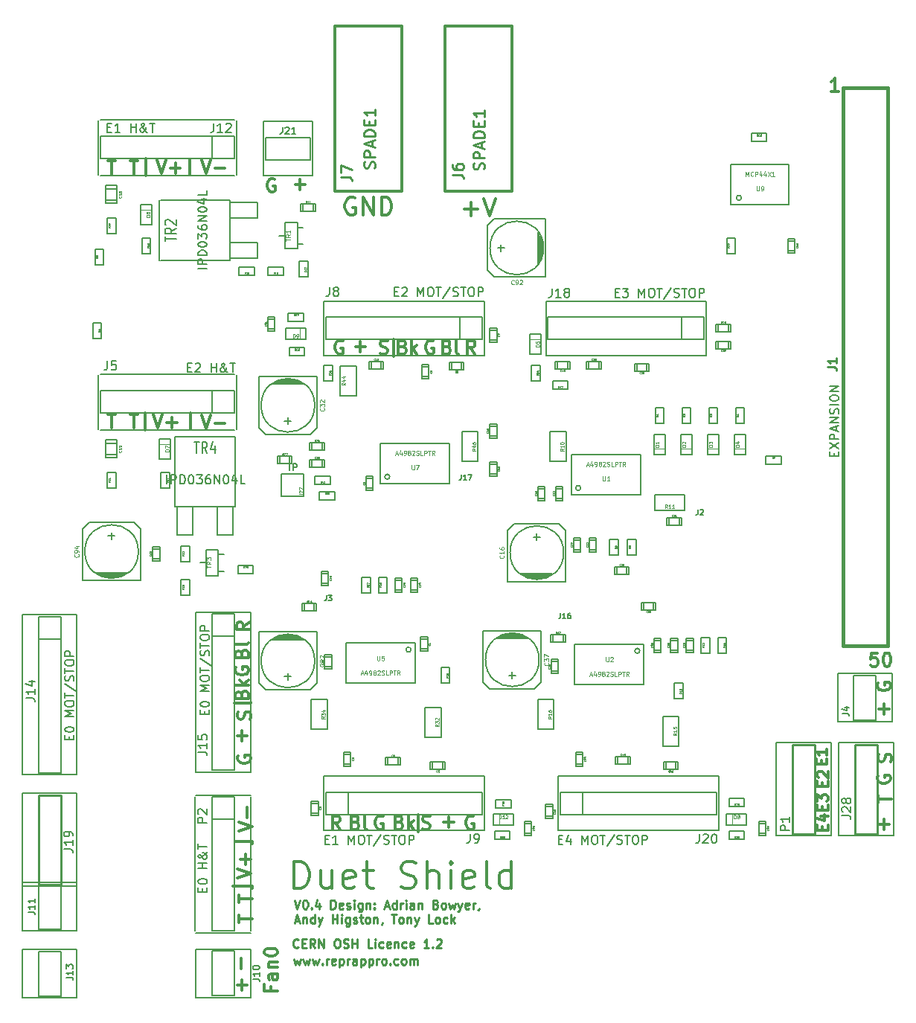
<source format=gto>
G04 (created by PCBNEW (2013-05-18 BZR 4017)-stable) date Wed 25 Mar 2015 17:38:18 GMT*
%MOIN*%
G04 Gerber Fmt 3.4, Leading zero omitted, Abs format*
%FSLAX34Y34*%
G01*
G70*
G90*
G04 APERTURE LIST*
%ADD10C,0.00590551*%
%ADD11C,0.012*%
%ADD12C,0.00984252*%
%ADD13C,0.011811*%
%ADD14C,0.005*%
%ADD15C,0.0079*%
%ADD16C,0.006*%
%ADD17C,0.0059*%
%ADD18C,0.01*%
%ADD19C,0.015*%
%ADD20C,0.0039*%
%ADD21C,0.008*%
%ADD22C,0.001975*%
%ADD23C,0.002*%
%ADD24C,0.0047*%
%ADD25C,0.0024*%
%ADD26C,0.0016*%
G04 APERTURE END LIST*
G54D10*
G54D11*
X42907Y-23221D02*
X42850Y-23192D01*
X42764Y-23192D01*
X42678Y-23221D01*
X42621Y-23278D01*
X42592Y-23335D01*
X42564Y-23450D01*
X42564Y-23535D01*
X42592Y-23650D01*
X42621Y-23707D01*
X42678Y-23764D01*
X42764Y-23792D01*
X42821Y-23792D01*
X42907Y-23764D01*
X42935Y-23735D01*
X42935Y-23535D01*
X42821Y-23535D01*
X43821Y-23464D02*
X44278Y-23464D01*
X44050Y-23692D02*
X44050Y-23235D01*
X51807Y-51771D02*
X51750Y-51742D01*
X51664Y-51742D01*
X51578Y-51771D01*
X51521Y-51828D01*
X51492Y-51885D01*
X51464Y-52000D01*
X51464Y-52085D01*
X51492Y-52200D01*
X51521Y-52257D01*
X51578Y-52314D01*
X51664Y-52342D01*
X51721Y-52342D01*
X51807Y-52314D01*
X51835Y-52285D01*
X51835Y-52085D01*
X51721Y-52085D01*
X50471Y-52014D02*
X50928Y-52014D01*
X50700Y-52242D02*
X50700Y-51785D01*
X49528Y-52314D02*
X49614Y-52342D01*
X49757Y-52342D01*
X49814Y-52314D01*
X49842Y-52285D01*
X49871Y-52228D01*
X49871Y-52171D01*
X49842Y-52114D01*
X49814Y-52085D01*
X49757Y-52057D01*
X49642Y-52028D01*
X49585Y-52000D01*
X49557Y-51971D01*
X49528Y-51914D01*
X49528Y-51857D01*
X49557Y-51800D01*
X49585Y-51771D01*
X49642Y-51742D01*
X49785Y-51742D01*
X49871Y-51771D01*
X48500Y-52028D02*
X48585Y-52057D01*
X48614Y-52085D01*
X48642Y-52142D01*
X48642Y-52228D01*
X48614Y-52285D01*
X48585Y-52314D01*
X48528Y-52342D01*
X48300Y-52342D01*
X48300Y-51742D01*
X48500Y-51742D01*
X48557Y-51771D01*
X48585Y-51800D01*
X48614Y-51857D01*
X48614Y-51914D01*
X48585Y-51971D01*
X48557Y-52000D01*
X48500Y-52028D01*
X48300Y-52028D01*
X48900Y-52342D02*
X48900Y-51742D01*
X48957Y-52114D02*
X49128Y-52342D01*
X49128Y-51942D02*
X48900Y-52171D01*
X47757Y-51771D02*
X47700Y-51742D01*
X47614Y-51742D01*
X47528Y-51771D01*
X47471Y-51828D01*
X47442Y-51885D01*
X47414Y-52000D01*
X47414Y-52085D01*
X47442Y-52200D01*
X47471Y-52257D01*
X47528Y-52314D01*
X47614Y-52342D01*
X47671Y-52342D01*
X47757Y-52314D01*
X47785Y-52285D01*
X47785Y-52085D01*
X47671Y-52085D01*
X46535Y-52028D02*
X46621Y-52057D01*
X46650Y-52085D01*
X46678Y-52142D01*
X46678Y-52228D01*
X46650Y-52285D01*
X46621Y-52314D01*
X46564Y-52342D01*
X46335Y-52342D01*
X46335Y-51742D01*
X46535Y-51742D01*
X46592Y-51771D01*
X46621Y-51800D01*
X46650Y-51857D01*
X46650Y-51914D01*
X46621Y-51971D01*
X46592Y-52000D01*
X46535Y-52028D01*
X46335Y-52028D01*
X47021Y-52342D02*
X46964Y-52314D01*
X46935Y-52257D01*
X46935Y-51742D01*
X45835Y-52342D02*
X45635Y-52057D01*
X45492Y-52342D02*
X45492Y-51742D01*
X45721Y-51742D01*
X45778Y-51771D01*
X45807Y-51800D01*
X45835Y-51857D01*
X45835Y-51942D01*
X45807Y-52000D01*
X45778Y-52028D01*
X45721Y-52057D01*
X45492Y-52057D01*
X42728Y-59392D02*
X42728Y-59592D01*
X43042Y-59592D02*
X42442Y-59592D01*
X42442Y-59307D01*
X43042Y-58821D02*
X42728Y-58821D01*
X42671Y-58849D01*
X42642Y-58907D01*
X42642Y-59021D01*
X42671Y-59078D01*
X43014Y-58821D02*
X43042Y-58878D01*
X43042Y-59021D01*
X43014Y-59078D01*
X42957Y-59107D01*
X42900Y-59107D01*
X42842Y-59078D01*
X42814Y-59021D01*
X42814Y-58878D01*
X42785Y-58821D01*
X42642Y-58535D02*
X43042Y-58535D01*
X42700Y-58535D02*
X42671Y-58507D01*
X42642Y-58450D01*
X42642Y-58364D01*
X42671Y-58307D01*
X42728Y-58278D01*
X43042Y-58278D01*
X42442Y-57878D02*
X42442Y-57821D01*
X42471Y-57764D01*
X42500Y-57735D01*
X42557Y-57707D01*
X42671Y-57678D01*
X42814Y-57678D01*
X42928Y-57707D01*
X42985Y-57735D01*
X43014Y-57764D01*
X43042Y-57821D01*
X43042Y-57878D01*
X43014Y-57935D01*
X42985Y-57964D01*
X42928Y-57992D01*
X42814Y-58021D01*
X42671Y-58021D01*
X42557Y-57992D01*
X42500Y-57964D01*
X42471Y-57935D01*
X42442Y-57878D01*
G54D12*
X43966Y-57621D02*
X43947Y-57640D01*
X43891Y-57659D01*
X43853Y-57659D01*
X43797Y-57640D01*
X43759Y-57603D01*
X43741Y-57565D01*
X43722Y-57490D01*
X43722Y-57434D01*
X43741Y-57359D01*
X43759Y-57321D01*
X43797Y-57284D01*
X43853Y-57265D01*
X43891Y-57265D01*
X43947Y-57284D01*
X43966Y-57303D01*
X44134Y-57453D02*
X44265Y-57453D01*
X44322Y-57659D02*
X44134Y-57659D01*
X44134Y-57265D01*
X44322Y-57265D01*
X44715Y-57659D02*
X44584Y-57471D01*
X44490Y-57659D02*
X44490Y-57265D01*
X44640Y-57265D01*
X44678Y-57284D01*
X44697Y-57303D01*
X44715Y-57340D01*
X44715Y-57396D01*
X44697Y-57434D01*
X44678Y-57453D01*
X44640Y-57471D01*
X44490Y-57471D01*
X44884Y-57659D02*
X44884Y-57265D01*
X45109Y-57659D01*
X45109Y-57265D01*
X45672Y-57265D02*
X45747Y-57265D01*
X45784Y-57284D01*
X45822Y-57321D01*
X45840Y-57396D01*
X45840Y-57528D01*
X45822Y-57603D01*
X45784Y-57640D01*
X45747Y-57659D01*
X45672Y-57659D01*
X45634Y-57640D01*
X45597Y-57603D01*
X45578Y-57528D01*
X45578Y-57396D01*
X45597Y-57321D01*
X45634Y-57284D01*
X45672Y-57265D01*
X45990Y-57640D02*
X46047Y-57659D01*
X46140Y-57659D01*
X46178Y-57640D01*
X46196Y-57621D01*
X46215Y-57584D01*
X46215Y-57546D01*
X46196Y-57509D01*
X46178Y-57490D01*
X46140Y-57471D01*
X46065Y-57453D01*
X46028Y-57434D01*
X46009Y-57415D01*
X45990Y-57378D01*
X45990Y-57340D01*
X46009Y-57303D01*
X46028Y-57284D01*
X46065Y-57265D01*
X46159Y-57265D01*
X46215Y-57284D01*
X46384Y-57659D02*
X46384Y-57265D01*
X46384Y-57453D02*
X46609Y-57453D01*
X46609Y-57659D02*
X46609Y-57265D01*
X47284Y-57659D02*
X47096Y-57659D01*
X47096Y-57265D01*
X47415Y-57659D02*
X47415Y-57396D01*
X47415Y-57265D02*
X47396Y-57284D01*
X47415Y-57303D01*
X47434Y-57284D01*
X47415Y-57265D01*
X47415Y-57303D01*
X47771Y-57640D02*
X47734Y-57659D01*
X47659Y-57659D01*
X47621Y-57640D01*
X47603Y-57621D01*
X47584Y-57584D01*
X47584Y-57471D01*
X47603Y-57434D01*
X47621Y-57415D01*
X47659Y-57396D01*
X47734Y-57396D01*
X47771Y-57415D01*
X48090Y-57640D02*
X48053Y-57659D01*
X47978Y-57659D01*
X47940Y-57640D01*
X47921Y-57603D01*
X47921Y-57453D01*
X47940Y-57415D01*
X47978Y-57396D01*
X48053Y-57396D01*
X48090Y-57415D01*
X48109Y-57453D01*
X48109Y-57490D01*
X47921Y-57528D01*
X48277Y-57396D02*
X48277Y-57659D01*
X48277Y-57434D02*
X48296Y-57415D01*
X48334Y-57396D01*
X48390Y-57396D01*
X48427Y-57415D01*
X48446Y-57453D01*
X48446Y-57659D01*
X48802Y-57640D02*
X48765Y-57659D01*
X48690Y-57659D01*
X48652Y-57640D01*
X48634Y-57621D01*
X48615Y-57584D01*
X48615Y-57471D01*
X48634Y-57434D01*
X48652Y-57415D01*
X48690Y-57396D01*
X48765Y-57396D01*
X48802Y-57415D01*
X49121Y-57640D02*
X49084Y-57659D01*
X49009Y-57659D01*
X48971Y-57640D01*
X48952Y-57603D01*
X48952Y-57453D01*
X48971Y-57415D01*
X49009Y-57396D01*
X49084Y-57396D01*
X49121Y-57415D01*
X49140Y-57453D01*
X49140Y-57490D01*
X48952Y-57528D01*
X49815Y-57659D02*
X49590Y-57659D01*
X49702Y-57659D02*
X49702Y-57265D01*
X49665Y-57321D01*
X49627Y-57359D01*
X49590Y-57378D01*
X49984Y-57621D02*
X50002Y-57640D01*
X49984Y-57659D01*
X49965Y-57640D01*
X49984Y-57621D01*
X49984Y-57659D01*
X50152Y-57303D02*
X50171Y-57284D01*
X50208Y-57265D01*
X50302Y-57265D01*
X50340Y-57284D01*
X50358Y-57303D01*
X50377Y-57340D01*
X50377Y-57378D01*
X50358Y-57434D01*
X50133Y-57659D01*
X50377Y-57659D01*
X43765Y-58146D02*
X43840Y-58409D01*
X43915Y-58221D01*
X43990Y-58409D01*
X44065Y-58146D01*
X44178Y-58146D02*
X44253Y-58409D01*
X44328Y-58221D01*
X44403Y-58409D01*
X44478Y-58146D01*
X44590Y-58146D02*
X44665Y-58409D01*
X44740Y-58221D01*
X44815Y-58409D01*
X44890Y-58146D01*
X45040Y-58371D02*
X45059Y-58390D01*
X45040Y-58409D01*
X45022Y-58390D01*
X45040Y-58371D01*
X45040Y-58409D01*
X45228Y-58409D02*
X45228Y-58146D01*
X45228Y-58221D02*
X45247Y-58184D01*
X45265Y-58165D01*
X45303Y-58146D01*
X45340Y-58146D01*
X45621Y-58390D02*
X45584Y-58409D01*
X45509Y-58409D01*
X45472Y-58390D01*
X45453Y-58353D01*
X45453Y-58203D01*
X45472Y-58165D01*
X45509Y-58146D01*
X45584Y-58146D01*
X45621Y-58165D01*
X45640Y-58203D01*
X45640Y-58240D01*
X45453Y-58278D01*
X45809Y-58146D02*
X45809Y-58540D01*
X45809Y-58165D02*
X45846Y-58146D01*
X45921Y-58146D01*
X45959Y-58165D01*
X45978Y-58184D01*
X45996Y-58221D01*
X45996Y-58334D01*
X45978Y-58371D01*
X45959Y-58390D01*
X45921Y-58409D01*
X45846Y-58409D01*
X45809Y-58390D01*
X46165Y-58409D02*
X46165Y-58146D01*
X46165Y-58221D02*
X46184Y-58184D01*
X46203Y-58165D01*
X46240Y-58146D01*
X46278Y-58146D01*
X46578Y-58409D02*
X46578Y-58203D01*
X46559Y-58165D01*
X46521Y-58146D01*
X46446Y-58146D01*
X46409Y-58165D01*
X46578Y-58390D02*
X46540Y-58409D01*
X46446Y-58409D01*
X46409Y-58390D01*
X46390Y-58353D01*
X46390Y-58315D01*
X46409Y-58278D01*
X46446Y-58259D01*
X46540Y-58259D01*
X46578Y-58240D01*
X46765Y-58146D02*
X46765Y-58540D01*
X46765Y-58165D02*
X46803Y-58146D01*
X46878Y-58146D01*
X46915Y-58165D01*
X46934Y-58184D01*
X46953Y-58221D01*
X46953Y-58334D01*
X46934Y-58371D01*
X46915Y-58390D01*
X46878Y-58409D01*
X46803Y-58409D01*
X46765Y-58390D01*
X47121Y-58146D02*
X47121Y-58540D01*
X47121Y-58165D02*
X47159Y-58146D01*
X47234Y-58146D01*
X47271Y-58165D01*
X47290Y-58184D01*
X47309Y-58221D01*
X47309Y-58334D01*
X47290Y-58371D01*
X47271Y-58390D01*
X47234Y-58409D01*
X47159Y-58409D01*
X47121Y-58390D01*
X47478Y-58409D02*
X47478Y-58146D01*
X47478Y-58221D02*
X47496Y-58184D01*
X47515Y-58165D01*
X47552Y-58146D01*
X47590Y-58146D01*
X47777Y-58409D02*
X47740Y-58390D01*
X47721Y-58371D01*
X47702Y-58334D01*
X47702Y-58221D01*
X47721Y-58184D01*
X47740Y-58165D01*
X47777Y-58146D01*
X47834Y-58146D01*
X47871Y-58165D01*
X47890Y-58184D01*
X47909Y-58221D01*
X47909Y-58334D01*
X47890Y-58371D01*
X47871Y-58390D01*
X47834Y-58409D01*
X47777Y-58409D01*
X48077Y-58371D02*
X48096Y-58390D01*
X48077Y-58409D01*
X48059Y-58390D01*
X48077Y-58371D01*
X48077Y-58409D01*
X48434Y-58390D02*
X48396Y-58409D01*
X48321Y-58409D01*
X48284Y-58390D01*
X48265Y-58371D01*
X48246Y-58334D01*
X48246Y-58221D01*
X48265Y-58184D01*
X48284Y-58165D01*
X48321Y-58146D01*
X48396Y-58146D01*
X48434Y-58165D01*
X48659Y-58409D02*
X48621Y-58390D01*
X48602Y-58371D01*
X48584Y-58334D01*
X48584Y-58221D01*
X48602Y-58184D01*
X48621Y-58165D01*
X48659Y-58146D01*
X48715Y-58146D01*
X48752Y-58165D01*
X48771Y-58184D01*
X48790Y-58221D01*
X48790Y-58334D01*
X48771Y-58371D01*
X48752Y-58390D01*
X48715Y-58409D01*
X48659Y-58409D01*
X48959Y-58409D02*
X48959Y-58146D01*
X48959Y-58184D02*
X48977Y-58165D01*
X49015Y-58146D01*
X49071Y-58146D01*
X49109Y-58165D01*
X49127Y-58203D01*
X49127Y-58409D01*
X49127Y-58203D02*
X49146Y-58165D01*
X49184Y-58146D01*
X49240Y-58146D01*
X49277Y-58165D01*
X49296Y-58203D01*
X49296Y-58409D01*
X43787Y-55515D02*
X43918Y-55909D01*
X44049Y-55515D01*
X44256Y-55515D02*
X44293Y-55515D01*
X44331Y-55534D01*
X44349Y-55553D01*
X44368Y-55590D01*
X44387Y-55665D01*
X44387Y-55759D01*
X44368Y-55834D01*
X44349Y-55871D01*
X44331Y-55890D01*
X44293Y-55909D01*
X44256Y-55909D01*
X44218Y-55890D01*
X44199Y-55871D01*
X44181Y-55834D01*
X44162Y-55759D01*
X44162Y-55665D01*
X44181Y-55590D01*
X44199Y-55553D01*
X44218Y-55534D01*
X44256Y-55515D01*
X44556Y-55871D02*
X44574Y-55890D01*
X44556Y-55909D01*
X44537Y-55890D01*
X44556Y-55871D01*
X44556Y-55909D01*
X44912Y-55646D02*
X44912Y-55909D01*
X44818Y-55496D02*
X44724Y-55778D01*
X44968Y-55778D01*
X45418Y-55909D02*
X45418Y-55515D01*
X45512Y-55515D01*
X45568Y-55534D01*
X45606Y-55571D01*
X45624Y-55609D01*
X45643Y-55684D01*
X45643Y-55740D01*
X45624Y-55815D01*
X45606Y-55853D01*
X45568Y-55890D01*
X45512Y-55909D01*
X45418Y-55909D01*
X45962Y-55890D02*
X45924Y-55909D01*
X45849Y-55909D01*
X45812Y-55890D01*
X45793Y-55853D01*
X45793Y-55703D01*
X45812Y-55665D01*
X45849Y-55646D01*
X45924Y-55646D01*
X45962Y-55665D01*
X45980Y-55703D01*
X45980Y-55740D01*
X45793Y-55778D01*
X46130Y-55890D02*
X46168Y-55909D01*
X46243Y-55909D01*
X46280Y-55890D01*
X46299Y-55853D01*
X46299Y-55834D01*
X46280Y-55796D01*
X46243Y-55778D01*
X46187Y-55778D01*
X46149Y-55759D01*
X46130Y-55721D01*
X46130Y-55703D01*
X46149Y-55665D01*
X46187Y-55646D01*
X46243Y-55646D01*
X46280Y-55665D01*
X46468Y-55909D02*
X46468Y-55646D01*
X46468Y-55515D02*
X46449Y-55534D01*
X46468Y-55553D01*
X46487Y-55534D01*
X46468Y-55515D01*
X46468Y-55553D01*
X46824Y-55646D02*
X46824Y-55965D01*
X46805Y-56003D01*
X46787Y-56021D01*
X46749Y-56040D01*
X46693Y-56040D01*
X46655Y-56021D01*
X46824Y-55890D02*
X46787Y-55909D01*
X46712Y-55909D01*
X46674Y-55890D01*
X46655Y-55871D01*
X46637Y-55834D01*
X46637Y-55721D01*
X46655Y-55684D01*
X46674Y-55665D01*
X46712Y-55646D01*
X46787Y-55646D01*
X46824Y-55665D01*
X47012Y-55646D02*
X47012Y-55909D01*
X47012Y-55684D02*
X47030Y-55665D01*
X47068Y-55646D01*
X47124Y-55646D01*
X47162Y-55665D01*
X47180Y-55703D01*
X47180Y-55909D01*
X47368Y-55871D02*
X47387Y-55890D01*
X47368Y-55909D01*
X47349Y-55890D01*
X47368Y-55871D01*
X47368Y-55909D01*
X47368Y-55665D02*
X47387Y-55684D01*
X47368Y-55703D01*
X47349Y-55684D01*
X47368Y-55665D01*
X47368Y-55703D01*
X47836Y-55796D02*
X48024Y-55796D01*
X47799Y-55909D02*
X47930Y-55515D01*
X48061Y-55909D01*
X48361Y-55909D02*
X48361Y-55515D01*
X48361Y-55890D02*
X48324Y-55909D01*
X48249Y-55909D01*
X48211Y-55890D01*
X48193Y-55871D01*
X48174Y-55834D01*
X48174Y-55721D01*
X48193Y-55684D01*
X48211Y-55665D01*
X48249Y-55646D01*
X48324Y-55646D01*
X48361Y-55665D01*
X48549Y-55909D02*
X48549Y-55646D01*
X48549Y-55721D02*
X48568Y-55684D01*
X48586Y-55665D01*
X48624Y-55646D01*
X48661Y-55646D01*
X48793Y-55909D02*
X48793Y-55646D01*
X48793Y-55515D02*
X48774Y-55534D01*
X48793Y-55553D01*
X48811Y-55534D01*
X48793Y-55515D01*
X48793Y-55553D01*
X49149Y-55909D02*
X49149Y-55703D01*
X49130Y-55665D01*
X49093Y-55646D01*
X49018Y-55646D01*
X48980Y-55665D01*
X49149Y-55890D02*
X49111Y-55909D01*
X49018Y-55909D01*
X48980Y-55890D01*
X48961Y-55853D01*
X48961Y-55815D01*
X48980Y-55778D01*
X49018Y-55759D01*
X49111Y-55759D01*
X49149Y-55740D01*
X49336Y-55646D02*
X49336Y-55909D01*
X49336Y-55684D02*
X49355Y-55665D01*
X49393Y-55646D01*
X49449Y-55646D01*
X49486Y-55665D01*
X49505Y-55703D01*
X49505Y-55909D01*
X50124Y-55703D02*
X50180Y-55721D01*
X50199Y-55740D01*
X50217Y-55778D01*
X50217Y-55834D01*
X50199Y-55871D01*
X50180Y-55890D01*
X50142Y-55909D01*
X49992Y-55909D01*
X49992Y-55515D01*
X50124Y-55515D01*
X50161Y-55534D01*
X50180Y-55553D01*
X50199Y-55590D01*
X50199Y-55628D01*
X50180Y-55665D01*
X50161Y-55684D01*
X50124Y-55703D01*
X49992Y-55703D01*
X50442Y-55909D02*
X50405Y-55890D01*
X50386Y-55871D01*
X50367Y-55834D01*
X50367Y-55721D01*
X50386Y-55684D01*
X50405Y-55665D01*
X50442Y-55646D01*
X50499Y-55646D01*
X50536Y-55665D01*
X50555Y-55684D01*
X50574Y-55721D01*
X50574Y-55834D01*
X50555Y-55871D01*
X50536Y-55890D01*
X50499Y-55909D01*
X50442Y-55909D01*
X50705Y-55646D02*
X50780Y-55909D01*
X50855Y-55721D01*
X50930Y-55909D01*
X51005Y-55646D01*
X51117Y-55646D02*
X51211Y-55909D01*
X51305Y-55646D02*
X51211Y-55909D01*
X51174Y-56003D01*
X51155Y-56021D01*
X51117Y-56040D01*
X51605Y-55890D02*
X51567Y-55909D01*
X51492Y-55909D01*
X51455Y-55890D01*
X51436Y-55853D01*
X51436Y-55703D01*
X51455Y-55665D01*
X51492Y-55646D01*
X51567Y-55646D01*
X51605Y-55665D01*
X51624Y-55703D01*
X51624Y-55740D01*
X51436Y-55778D01*
X51792Y-55909D02*
X51792Y-55646D01*
X51792Y-55721D02*
X51811Y-55684D01*
X51830Y-55665D01*
X51867Y-55646D01*
X51905Y-55646D01*
X52055Y-55890D02*
X52055Y-55909D01*
X52036Y-55946D01*
X52017Y-55965D01*
X43824Y-56446D02*
X44012Y-56446D01*
X43787Y-56558D02*
X43918Y-56165D01*
X44049Y-56558D01*
X44181Y-56296D02*
X44181Y-56558D01*
X44181Y-56333D02*
X44199Y-56315D01*
X44237Y-56296D01*
X44293Y-56296D01*
X44331Y-56315D01*
X44349Y-56352D01*
X44349Y-56558D01*
X44706Y-56558D02*
X44706Y-56165D01*
X44706Y-56540D02*
X44668Y-56558D01*
X44593Y-56558D01*
X44556Y-56540D01*
X44537Y-56521D01*
X44518Y-56483D01*
X44518Y-56371D01*
X44537Y-56333D01*
X44556Y-56315D01*
X44593Y-56296D01*
X44668Y-56296D01*
X44706Y-56315D01*
X44856Y-56296D02*
X44949Y-56558D01*
X45043Y-56296D02*
X44949Y-56558D01*
X44912Y-56652D01*
X44893Y-56671D01*
X44856Y-56690D01*
X45493Y-56558D02*
X45493Y-56165D01*
X45493Y-56352D02*
X45718Y-56352D01*
X45718Y-56558D02*
X45718Y-56165D01*
X45905Y-56558D02*
X45905Y-56296D01*
X45905Y-56165D02*
X45887Y-56184D01*
X45905Y-56202D01*
X45924Y-56184D01*
X45905Y-56165D01*
X45905Y-56202D01*
X46262Y-56296D02*
X46262Y-56615D01*
X46243Y-56652D01*
X46224Y-56671D01*
X46187Y-56690D01*
X46130Y-56690D01*
X46093Y-56671D01*
X46262Y-56540D02*
X46224Y-56558D01*
X46149Y-56558D01*
X46112Y-56540D01*
X46093Y-56521D01*
X46074Y-56483D01*
X46074Y-56371D01*
X46093Y-56333D01*
X46112Y-56315D01*
X46149Y-56296D01*
X46224Y-56296D01*
X46262Y-56315D01*
X46430Y-56540D02*
X46468Y-56558D01*
X46543Y-56558D01*
X46580Y-56540D01*
X46599Y-56502D01*
X46599Y-56483D01*
X46580Y-56446D01*
X46543Y-56427D01*
X46487Y-56427D01*
X46449Y-56408D01*
X46430Y-56371D01*
X46430Y-56352D01*
X46449Y-56315D01*
X46487Y-56296D01*
X46543Y-56296D01*
X46580Y-56315D01*
X46712Y-56296D02*
X46862Y-56296D01*
X46768Y-56165D02*
X46768Y-56502D01*
X46787Y-56540D01*
X46824Y-56558D01*
X46862Y-56558D01*
X47049Y-56558D02*
X47012Y-56540D01*
X46993Y-56521D01*
X46974Y-56483D01*
X46974Y-56371D01*
X46993Y-56333D01*
X47012Y-56315D01*
X47049Y-56296D01*
X47105Y-56296D01*
X47143Y-56315D01*
X47162Y-56333D01*
X47180Y-56371D01*
X47180Y-56483D01*
X47162Y-56521D01*
X47143Y-56540D01*
X47105Y-56558D01*
X47049Y-56558D01*
X47349Y-56296D02*
X47349Y-56558D01*
X47349Y-56333D02*
X47368Y-56315D01*
X47405Y-56296D01*
X47462Y-56296D01*
X47499Y-56315D01*
X47518Y-56352D01*
X47518Y-56558D01*
X47724Y-56540D02*
X47724Y-56558D01*
X47705Y-56596D01*
X47687Y-56615D01*
X48136Y-56165D02*
X48361Y-56165D01*
X48249Y-56558D02*
X48249Y-56165D01*
X48549Y-56558D02*
X48511Y-56540D01*
X48493Y-56521D01*
X48474Y-56483D01*
X48474Y-56371D01*
X48493Y-56333D01*
X48511Y-56315D01*
X48549Y-56296D01*
X48605Y-56296D01*
X48643Y-56315D01*
X48661Y-56333D01*
X48680Y-56371D01*
X48680Y-56483D01*
X48661Y-56521D01*
X48643Y-56540D01*
X48605Y-56558D01*
X48549Y-56558D01*
X48849Y-56296D02*
X48849Y-56558D01*
X48849Y-56333D02*
X48868Y-56315D01*
X48905Y-56296D01*
X48961Y-56296D01*
X48999Y-56315D01*
X49018Y-56352D01*
X49018Y-56558D01*
X49168Y-56296D02*
X49261Y-56558D01*
X49355Y-56296D02*
X49261Y-56558D01*
X49224Y-56652D01*
X49205Y-56671D01*
X49168Y-56690D01*
X49992Y-56558D02*
X49805Y-56558D01*
X49805Y-56165D01*
X50180Y-56558D02*
X50142Y-56540D01*
X50124Y-56521D01*
X50105Y-56483D01*
X50105Y-56371D01*
X50124Y-56333D01*
X50142Y-56315D01*
X50180Y-56296D01*
X50236Y-56296D01*
X50274Y-56315D01*
X50292Y-56333D01*
X50311Y-56371D01*
X50311Y-56483D01*
X50292Y-56521D01*
X50274Y-56540D01*
X50236Y-56558D01*
X50180Y-56558D01*
X50649Y-56540D02*
X50611Y-56558D01*
X50536Y-56558D01*
X50499Y-56540D01*
X50480Y-56521D01*
X50461Y-56483D01*
X50461Y-56371D01*
X50480Y-56333D01*
X50499Y-56315D01*
X50536Y-56296D01*
X50611Y-56296D01*
X50649Y-56315D01*
X50817Y-56558D02*
X50817Y-56165D01*
X50855Y-56408D02*
X50967Y-56558D01*
X50967Y-56296D02*
X50817Y-56446D01*
G54D11*
X43784Y-54978D02*
X43784Y-53796D01*
X44066Y-53796D01*
X44234Y-53853D01*
X44347Y-53965D01*
X44403Y-54078D01*
X44459Y-54303D01*
X44459Y-54471D01*
X44403Y-54696D01*
X44347Y-54809D01*
X44234Y-54921D01*
X44066Y-54978D01*
X43784Y-54978D01*
X45472Y-54190D02*
X45472Y-54978D01*
X44966Y-54190D02*
X44966Y-54809D01*
X45022Y-54921D01*
X45134Y-54978D01*
X45303Y-54978D01*
X45416Y-54921D01*
X45472Y-54865D01*
X46484Y-54921D02*
X46372Y-54978D01*
X46147Y-54978D01*
X46034Y-54921D01*
X45978Y-54809D01*
X45978Y-54359D01*
X46034Y-54246D01*
X46147Y-54190D01*
X46372Y-54190D01*
X46484Y-54246D01*
X46540Y-54359D01*
X46540Y-54471D01*
X45978Y-54584D01*
X46878Y-54190D02*
X47328Y-54190D01*
X47047Y-53796D02*
X47047Y-54809D01*
X47103Y-54921D01*
X47215Y-54978D01*
X47328Y-54978D01*
X48565Y-54921D02*
X48734Y-54978D01*
X49015Y-54978D01*
X49128Y-54921D01*
X49184Y-54865D01*
X49240Y-54753D01*
X49240Y-54640D01*
X49184Y-54528D01*
X49128Y-54471D01*
X49015Y-54415D01*
X48790Y-54359D01*
X48678Y-54303D01*
X48621Y-54246D01*
X48565Y-54134D01*
X48565Y-54021D01*
X48621Y-53909D01*
X48678Y-53853D01*
X48790Y-53796D01*
X49071Y-53796D01*
X49240Y-53853D01*
X49746Y-54978D02*
X49746Y-53796D01*
X50252Y-54978D02*
X50252Y-54359D01*
X50196Y-54246D01*
X50084Y-54190D01*
X49915Y-54190D01*
X49802Y-54246D01*
X49746Y-54303D01*
X50815Y-54978D02*
X50815Y-54190D01*
X50815Y-53796D02*
X50759Y-53853D01*
X50815Y-53909D01*
X50871Y-53853D01*
X50815Y-53796D01*
X50815Y-53909D01*
X51827Y-54921D02*
X51715Y-54978D01*
X51490Y-54978D01*
X51377Y-54921D01*
X51321Y-54809D01*
X51321Y-54359D01*
X51377Y-54246D01*
X51490Y-54190D01*
X51715Y-54190D01*
X51827Y-54246D01*
X51883Y-54359D01*
X51883Y-54471D01*
X51321Y-54584D01*
X52558Y-54978D02*
X52446Y-54921D01*
X52390Y-54809D01*
X52390Y-53796D01*
X53515Y-54978D02*
X53515Y-53796D01*
X53515Y-54921D02*
X53402Y-54978D01*
X53177Y-54978D01*
X53065Y-54921D01*
X53008Y-54865D01*
X52952Y-54753D01*
X52952Y-54415D01*
X53008Y-54303D01*
X53065Y-54246D01*
X53177Y-54190D01*
X53402Y-54190D01*
X53515Y-54246D01*
X51885Y-31042D02*
X51685Y-30757D01*
X51542Y-31042D02*
X51542Y-30442D01*
X51771Y-30442D01*
X51828Y-30471D01*
X51857Y-30500D01*
X51885Y-30557D01*
X51885Y-30642D01*
X51857Y-30700D01*
X51828Y-30728D01*
X51771Y-30757D01*
X51542Y-30757D01*
X50635Y-30728D02*
X50721Y-30757D01*
X50750Y-30785D01*
X50778Y-30842D01*
X50778Y-30928D01*
X50750Y-30985D01*
X50721Y-31014D01*
X50664Y-31042D01*
X50435Y-31042D01*
X50435Y-30442D01*
X50635Y-30442D01*
X50692Y-30471D01*
X50721Y-30500D01*
X50750Y-30557D01*
X50750Y-30614D01*
X50721Y-30671D01*
X50692Y-30700D01*
X50635Y-30728D01*
X50435Y-30728D01*
X51121Y-31042D02*
X51064Y-31014D01*
X51035Y-30957D01*
X51035Y-30442D01*
X50007Y-30471D02*
X49950Y-30442D01*
X49864Y-30442D01*
X49778Y-30471D01*
X49721Y-30528D01*
X49692Y-30585D01*
X49664Y-30700D01*
X49664Y-30785D01*
X49692Y-30900D01*
X49721Y-30957D01*
X49778Y-31014D01*
X49864Y-31042D01*
X49921Y-31042D01*
X50007Y-31014D01*
X50035Y-30985D01*
X50035Y-30785D01*
X49921Y-30785D01*
X48650Y-30728D02*
X48735Y-30757D01*
X48764Y-30785D01*
X48792Y-30842D01*
X48792Y-30928D01*
X48764Y-30985D01*
X48735Y-31014D01*
X48678Y-31042D01*
X48450Y-31042D01*
X48450Y-30442D01*
X48650Y-30442D01*
X48707Y-30471D01*
X48735Y-30500D01*
X48764Y-30557D01*
X48764Y-30614D01*
X48735Y-30671D01*
X48707Y-30700D01*
X48650Y-30728D01*
X48450Y-30728D01*
X49050Y-31042D02*
X49050Y-30442D01*
X49107Y-30814D02*
X49278Y-31042D01*
X49278Y-30642D02*
X49050Y-30871D01*
X41792Y-43064D02*
X41507Y-43264D01*
X41792Y-43407D02*
X41192Y-43407D01*
X41192Y-43178D01*
X41221Y-43121D01*
X41250Y-43092D01*
X41307Y-43064D01*
X41392Y-43064D01*
X41450Y-43092D01*
X41478Y-43121D01*
X41507Y-43178D01*
X41507Y-43407D01*
X41428Y-44464D02*
X41457Y-44378D01*
X41485Y-44350D01*
X41542Y-44321D01*
X41628Y-44321D01*
X41685Y-44350D01*
X41714Y-44378D01*
X41742Y-44435D01*
X41742Y-44664D01*
X41142Y-44664D01*
X41142Y-44464D01*
X41171Y-44407D01*
X41200Y-44378D01*
X41257Y-44350D01*
X41314Y-44350D01*
X41371Y-44378D01*
X41400Y-44407D01*
X41428Y-44464D01*
X41428Y-44664D01*
X41742Y-43978D02*
X41714Y-44035D01*
X41657Y-44064D01*
X41142Y-44064D01*
X41171Y-45092D02*
X41142Y-45150D01*
X41142Y-45235D01*
X41171Y-45321D01*
X41228Y-45378D01*
X41285Y-45407D01*
X41400Y-45435D01*
X41485Y-45435D01*
X41600Y-45407D01*
X41657Y-45378D01*
X41714Y-45321D01*
X41742Y-45235D01*
X41742Y-45178D01*
X41714Y-45092D01*
X41685Y-45064D01*
X41485Y-45064D01*
X41485Y-45178D01*
X41428Y-46300D02*
X41457Y-46214D01*
X41485Y-46185D01*
X41542Y-46157D01*
X41628Y-46157D01*
X41685Y-46185D01*
X41714Y-46214D01*
X41742Y-46271D01*
X41742Y-46500D01*
X41142Y-46500D01*
X41142Y-46300D01*
X41171Y-46242D01*
X41200Y-46214D01*
X41257Y-46185D01*
X41314Y-46185D01*
X41371Y-46214D01*
X41400Y-46242D01*
X41428Y-46300D01*
X41428Y-46500D01*
X41742Y-45900D02*
X41142Y-45900D01*
X41514Y-45842D02*
X41742Y-45671D01*
X41342Y-45671D02*
X41571Y-45900D01*
X69971Y-46964D02*
X70428Y-46964D01*
X70200Y-47192D02*
X70200Y-46735D01*
X69921Y-45792D02*
X69892Y-45850D01*
X69892Y-45935D01*
X69921Y-46021D01*
X69978Y-46078D01*
X70035Y-46107D01*
X70150Y-46135D01*
X70235Y-46135D01*
X70350Y-46107D01*
X70407Y-46078D01*
X70464Y-46021D01*
X70492Y-45935D01*
X70492Y-45878D01*
X70464Y-45792D01*
X70435Y-45764D01*
X70235Y-45764D01*
X70235Y-45878D01*
X51412Y-24568D02*
X52012Y-24568D01*
X51712Y-24868D02*
X51712Y-24268D01*
X52274Y-24081D02*
X52537Y-24868D01*
X52799Y-24081D01*
X46500Y-24068D02*
X46425Y-24031D01*
X46312Y-24031D01*
X46200Y-24068D01*
X46125Y-24143D01*
X46087Y-24218D01*
X46050Y-24368D01*
X46050Y-24481D01*
X46087Y-24631D01*
X46125Y-24706D01*
X46200Y-24781D01*
X46312Y-24818D01*
X46387Y-24818D01*
X46500Y-24781D01*
X46537Y-24743D01*
X46537Y-24481D01*
X46387Y-24481D01*
X46875Y-24818D02*
X46875Y-24031D01*
X47324Y-24818D01*
X47324Y-24031D01*
X47699Y-24818D02*
X47699Y-24031D01*
X47887Y-24031D01*
X47999Y-24068D01*
X48074Y-24143D01*
X48112Y-24218D01*
X48149Y-24368D01*
X48149Y-24481D01*
X48112Y-24631D01*
X48074Y-24706D01*
X47999Y-24781D01*
X47887Y-24818D01*
X47699Y-24818D01*
G54D13*
X67443Y-52376D02*
X67443Y-52218D01*
X67691Y-52151D02*
X67691Y-52376D01*
X67218Y-52376D01*
X67218Y-52151D01*
X67376Y-51746D02*
X67691Y-51746D01*
X67196Y-51858D02*
X67533Y-51971D01*
X67533Y-51678D01*
X67443Y-51476D02*
X67443Y-51318D01*
X67691Y-51251D02*
X67691Y-51476D01*
X67218Y-51476D01*
X67218Y-51251D01*
X67218Y-51093D02*
X67218Y-50801D01*
X67398Y-50958D01*
X67398Y-50891D01*
X67421Y-50846D01*
X67443Y-50823D01*
X67488Y-50801D01*
X67601Y-50801D01*
X67646Y-50823D01*
X67668Y-50846D01*
X67691Y-50891D01*
X67691Y-51026D01*
X67668Y-51071D01*
X67646Y-51093D01*
X67443Y-50426D02*
X67443Y-50268D01*
X67691Y-50201D02*
X67691Y-50426D01*
X67218Y-50426D01*
X67218Y-50201D01*
X67263Y-50021D02*
X67241Y-49998D01*
X67218Y-49953D01*
X67218Y-49841D01*
X67241Y-49796D01*
X67263Y-49773D01*
X67308Y-49751D01*
X67353Y-49751D01*
X67421Y-49773D01*
X67691Y-50043D01*
X67691Y-49751D01*
X67393Y-49426D02*
X67393Y-49268D01*
X67641Y-49201D02*
X67641Y-49426D01*
X67168Y-49426D01*
X67168Y-49201D01*
X67641Y-48751D02*
X67641Y-49021D01*
X67641Y-48886D02*
X67168Y-48886D01*
X67236Y-48931D01*
X67281Y-48976D01*
X67303Y-49021D01*
G54D11*
X70514Y-49321D02*
X70542Y-49235D01*
X70542Y-49092D01*
X70514Y-49035D01*
X70485Y-49007D01*
X70428Y-48978D01*
X70371Y-48978D01*
X70314Y-49007D01*
X70285Y-49035D01*
X70257Y-49092D01*
X70228Y-49207D01*
X70200Y-49264D01*
X70171Y-49292D01*
X70114Y-49321D01*
X70057Y-49321D01*
X70000Y-49292D01*
X69971Y-49264D01*
X69942Y-49207D01*
X69942Y-49064D01*
X69971Y-48978D01*
X69942Y-51171D02*
X69942Y-50828D01*
X70542Y-51000D02*
X69942Y-51000D01*
X69971Y-52114D02*
X70428Y-52114D01*
X70200Y-52342D02*
X70200Y-51885D01*
X69921Y-49942D02*
X69892Y-50000D01*
X69892Y-50085D01*
X69921Y-50171D01*
X69978Y-50228D01*
X70035Y-50257D01*
X70150Y-50285D01*
X70235Y-50285D01*
X70350Y-50257D01*
X70407Y-50228D01*
X70464Y-50171D01*
X70492Y-50085D01*
X70492Y-50028D01*
X70464Y-49942D01*
X70435Y-49914D01*
X70235Y-49914D01*
X70235Y-50028D01*
X41414Y-58578D02*
X41414Y-58121D01*
X41221Y-59314D02*
X41678Y-59314D01*
X41450Y-59542D02*
X41450Y-59085D01*
X41814Y-47421D02*
X41842Y-47335D01*
X41842Y-47192D01*
X41814Y-47135D01*
X41785Y-47107D01*
X41728Y-47078D01*
X41671Y-47078D01*
X41614Y-47107D01*
X41585Y-47135D01*
X41557Y-47192D01*
X41528Y-47307D01*
X41500Y-47364D01*
X41471Y-47392D01*
X41414Y-47421D01*
X41357Y-47421D01*
X41300Y-47392D01*
X41271Y-47364D01*
X41242Y-47307D01*
X41242Y-47164D01*
X41271Y-47078D01*
X41221Y-48164D02*
X41678Y-48164D01*
X41450Y-48392D02*
X41450Y-47935D01*
X41271Y-49042D02*
X41242Y-49100D01*
X41242Y-49185D01*
X41271Y-49271D01*
X41328Y-49328D01*
X41385Y-49357D01*
X41500Y-49385D01*
X41585Y-49385D01*
X41700Y-49357D01*
X41757Y-49328D01*
X41814Y-49271D01*
X41842Y-49185D01*
X41842Y-49128D01*
X41814Y-49042D01*
X41785Y-49014D01*
X41585Y-49014D01*
X41585Y-49128D01*
X41292Y-55621D02*
X41292Y-55278D01*
X41892Y-55450D02*
X41292Y-55450D01*
X41292Y-56521D02*
X41292Y-56178D01*
X41892Y-56350D02*
X41292Y-56350D01*
X41292Y-52421D02*
X41892Y-52221D01*
X41292Y-52021D01*
X41664Y-51821D02*
X41664Y-51364D01*
X41242Y-54521D02*
X41842Y-54321D01*
X41242Y-54121D01*
X41614Y-53921D02*
X41614Y-53464D01*
X41842Y-53692D02*
X41385Y-53692D01*
X41900Y-52900D02*
X41900Y-53000D01*
X41150Y-52900D02*
X41900Y-52900D01*
X41900Y-54900D02*
X41900Y-55000D01*
X41050Y-54900D02*
X41900Y-54900D01*
X41850Y-46700D02*
X41850Y-46650D01*
X41100Y-46700D02*
X41850Y-46700D01*
X39150Y-33700D02*
X39150Y-34400D01*
X37100Y-33700D02*
X37100Y-34450D01*
X49350Y-51700D02*
X49350Y-52450D01*
X48250Y-30400D02*
X48250Y-31150D01*
X39100Y-22350D02*
X39100Y-23000D01*
X37150Y-22300D02*
X37150Y-23050D01*
X47628Y-31014D02*
X47714Y-31042D01*
X47857Y-31042D01*
X47914Y-31014D01*
X47942Y-30985D01*
X47971Y-30928D01*
X47971Y-30871D01*
X47942Y-30814D01*
X47914Y-30785D01*
X47857Y-30757D01*
X47742Y-30728D01*
X47685Y-30700D01*
X47657Y-30671D01*
X47628Y-30614D01*
X47628Y-30557D01*
X47657Y-30500D01*
X47685Y-30471D01*
X47742Y-30442D01*
X47885Y-30442D01*
X47971Y-30471D01*
X45957Y-30471D02*
X45900Y-30442D01*
X45814Y-30442D01*
X45728Y-30471D01*
X45671Y-30528D01*
X45642Y-30585D01*
X45614Y-30700D01*
X45614Y-30785D01*
X45642Y-30900D01*
X45671Y-30957D01*
X45728Y-31014D01*
X45814Y-31042D01*
X45871Y-31042D01*
X45957Y-31014D01*
X45985Y-30985D01*
X45985Y-30785D01*
X45871Y-30785D01*
X46521Y-30714D02*
X46978Y-30714D01*
X46750Y-30942D02*
X46750Y-30485D01*
X36428Y-33742D02*
X36771Y-33742D01*
X36600Y-34342D02*
X36600Y-33742D01*
X35428Y-33742D02*
X35771Y-33742D01*
X35600Y-34342D02*
X35600Y-33742D01*
X36428Y-22392D02*
X36771Y-22392D01*
X36600Y-22992D02*
X36600Y-22392D01*
X35428Y-22392D02*
X35771Y-22392D01*
X35600Y-22992D02*
X35600Y-22392D01*
X39628Y-33792D02*
X39828Y-34392D01*
X40028Y-33792D01*
X40228Y-34164D02*
X40685Y-34164D01*
X37478Y-33742D02*
X37678Y-34342D01*
X37878Y-33742D01*
X38078Y-34114D02*
X38535Y-34114D01*
X38307Y-34342D02*
X38307Y-33885D01*
X39628Y-22342D02*
X39828Y-22942D01*
X40028Y-22342D01*
X40228Y-22714D02*
X40685Y-22714D01*
X37628Y-22342D02*
X37828Y-22942D01*
X38028Y-22342D01*
X38228Y-22714D02*
X38685Y-22714D01*
X38457Y-22942D02*
X38457Y-22485D01*
X69907Y-44442D02*
X69621Y-44442D01*
X69592Y-44728D01*
X69621Y-44700D01*
X69678Y-44671D01*
X69821Y-44671D01*
X69878Y-44700D01*
X69907Y-44728D01*
X69935Y-44785D01*
X69935Y-44928D01*
X69907Y-44985D01*
X69878Y-45014D01*
X69821Y-45042D01*
X69678Y-45042D01*
X69621Y-45014D01*
X69592Y-44985D01*
X70307Y-44442D02*
X70364Y-44442D01*
X70421Y-44471D01*
X70450Y-44500D01*
X70478Y-44557D01*
X70507Y-44671D01*
X70507Y-44814D01*
X70478Y-44928D01*
X70450Y-44985D01*
X70421Y-45014D01*
X70364Y-45042D01*
X70307Y-45042D01*
X70250Y-45014D01*
X70221Y-44985D01*
X70192Y-44928D01*
X70164Y-44814D01*
X70164Y-44671D01*
X70192Y-44557D01*
X70221Y-44500D01*
X70250Y-44471D01*
X70307Y-44442D01*
X68171Y-19292D02*
X67828Y-19292D01*
X68000Y-19292D02*
X68000Y-18692D01*
X67942Y-18778D01*
X67885Y-18835D01*
X67828Y-18864D01*
G54D14*
X40900Y-24950D02*
X42150Y-24950D01*
X42150Y-24950D02*
X42150Y-24250D01*
X42150Y-24250D02*
X40900Y-24250D01*
X40900Y-26750D02*
X42150Y-26750D01*
X42150Y-26750D02*
X42150Y-26050D01*
X42150Y-26050D02*
X40900Y-26050D01*
X38500Y-24150D02*
X40900Y-24150D01*
X40900Y-24150D02*
X40900Y-26850D01*
X40900Y-26850D02*
X37800Y-26850D01*
X37750Y-26850D02*
X37750Y-24150D01*
X37800Y-24150D02*
X38500Y-24150D01*
X65950Y-22550D02*
X63350Y-22550D01*
X63350Y-22550D02*
X63350Y-24350D01*
X63350Y-24350D02*
X65950Y-24350D01*
X65950Y-24350D02*
X65950Y-22550D01*
X63811Y-24050D02*
G75*
G03X63811Y-24050I-111J0D01*
G74*
G01*
X43212Y-36420D02*
X44208Y-36420D01*
X43212Y-37424D02*
X44196Y-37424D01*
X43212Y-37423D02*
X43212Y-36423D01*
X44208Y-36424D02*
X44208Y-37424D01*
X40375Y-40025D02*
X40635Y-40025D01*
X40375Y-40775D02*
X40635Y-40775D01*
X39825Y-40400D02*
X39565Y-40400D01*
X39825Y-40990D02*
X39825Y-39810D01*
X39825Y-39810D02*
X40375Y-39810D01*
X40375Y-39810D02*
X40375Y-40990D01*
X40375Y-40990D02*
X39825Y-40990D01*
X43925Y-25375D02*
X44185Y-25375D01*
X43925Y-26125D02*
X44185Y-26125D01*
X43375Y-25750D02*
X43115Y-25750D01*
X43375Y-26340D02*
X43375Y-25160D01*
X43375Y-25160D02*
X43925Y-25160D01*
X43925Y-25160D02*
X43925Y-26340D01*
X43925Y-26340D02*
X43375Y-26340D01*
G54D15*
X52004Y-34531D02*
X52004Y-35869D01*
X52004Y-35869D02*
X51296Y-35869D01*
X51296Y-35869D02*
X51296Y-34531D01*
X51296Y-34531D02*
X52004Y-34531D01*
X45846Y-32919D02*
X45846Y-31581D01*
X45846Y-31581D02*
X46554Y-31581D01*
X46554Y-31581D02*
X46554Y-32919D01*
X46554Y-32919D02*
X45846Y-32919D01*
X45254Y-46531D02*
X45254Y-47869D01*
X45254Y-47869D02*
X44546Y-47869D01*
X44546Y-47869D02*
X44546Y-46531D01*
X44546Y-46531D02*
X45254Y-46531D01*
X50354Y-46881D02*
X50354Y-48219D01*
X50354Y-48219D02*
X49646Y-48219D01*
X49646Y-48219D02*
X49646Y-46881D01*
X49646Y-46881D02*
X50354Y-46881D01*
X53444Y-52787D02*
X52756Y-52787D01*
X52756Y-52787D02*
X52756Y-52413D01*
X52756Y-52413D02*
X53444Y-52413D01*
X53444Y-52413D02*
X53444Y-52787D01*
X45394Y-36887D02*
X44706Y-36887D01*
X44706Y-36887D02*
X44706Y-36513D01*
X44706Y-36513D02*
X45394Y-36513D01*
X45394Y-36513D02*
X45394Y-36887D01*
X43506Y-29213D02*
X44194Y-29213D01*
X44194Y-29213D02*
X44194Y-29587D01*
X44194Y-29587D02*
X43506Y-29587D01*
X43506Y-29587D02*
X43506Y-29213D01*
X64256Y-21163D02*
X64944Y-21163D01*
X64944Y-21163D02*
X64944Y-21537D01*
X64944Y-21537D02*
X64256Y-21537D01*
X64256Y-21537D02*
X64256Y-21163D01*
X41994Y-27537D02*
X41306Y-27537D01*
X41306Y-27537D02*
X41306Y-27163D01*
X41306Y-27163D02*
X41994Y-27163D01*
X41994Y-27163D02*
X41994Y-27537D01*
X35413Y-25644D02*
X35413Y-24956D01*
X35413Y-24956D02*
X35787Y-24956D01*
X35787Y-24956D02*
X35787Y-25644D01*
X35787Y-25644D02*
X35413Y-25644D01*
X35413Y-37044D02*
X35413Y-36356D01*
X35413Y-36356D02*
X35787Y-36356D01*
X35787Y-36356D02*
X35787Y-37044D01*
X35787Y-37044D02*
X35413Y-37044D01*
X37337Y-25856D02*
X37337Y-26544D01*
X37337Y-26544D02*
X36963Y-26544D01*
X36963Y-26544D02*
X36963Y-25856D01*
X36963Y-25856D02*
X37337Y-25856D01*
X38187Y-36356D02*
X38187Y-37044D01*
X38187Y-37044D02*
X37813Y-37044D01*
X37813Y-37044D02*
X37813Y-36356D01*
X37813Y-36356D02*
X38187Y-36356D01*
X38713Y-41844D02*
X38713Y-41156D01*
X38713Y-41156D02*
X39087Y-41156D01*
X39087Y-41156D02*
X39087Y-41844D01*
X39087Y-41844D02*
X38713Y-41844D01*
X44387Y-26906D02*
X44387Y-27594D01*
X44387Y-27594D02*
X44013Y-27594D01*
X44013Y-27594D02*
X44013Y-26906D01*
X44013Y-26906D02*
X44387Y-26906D01*
X41256Y-40513D02*
X41944Y-40513D01*
X41944Y-40513D02*
X41944Y-40887D01*
X41944Y-40887D02*
X41256Y-40887D01*
X41256Y-40887D02*
X41256Y-40513D01*
X38713Y-40344D02*
X38713Y-39656D01*
X38713Y-39656D02*
X39087Y-39656D01*
X39087Y-39656D02*
X39087Y-40344D01*
X39087Y-40344D02*
X38713Y-40344D01*
X47563Y-41744D02*
X47563Y-41056D01*
X47563Y-41056D02*
X47937Y-41056D01*
X47937Y-41056D02*
X47937Y-41744D01*
X47937Y-41744D02*
X47563Y-41744D01*
X47187Y-41056D02*
X47187Y-41744D01*
X47187Y-41744D02*
X46813Y-41744D01*
X46813Y-41744D02*
X46813Y-41056D01*
X46813Y-41056D02*
X47187Y-41056D01*
X50737Y-45106D02*
X50737Y-45794D01*
X50737Y-45794D02*
X50363Y-45794D01*
X50363Y-45794D02*
X50363Y-45106D01*
X50363Y-45106D02*
X50737Y-45106D01*
X45487Y-31556D02*
X45487Y-32244D01*
X45487Y-32244D02*
X45113Y-32244D01*
X45113Y-32244D02*
X45113Y-31556D01*
X45113Y-31556D02*
X45487Y-31556D01*
X44906Y-37213D02*
X45594Y-37213D01*
X45594Y-37213D02*
X45594Y-37587D01*
X45594Y-37587D02*
X44906Y-37587D01*
X44906Y-37587D02*
X44906Y-37213D01*
X43294Y-27537D02*
X42606Y-27537D01*
X42606Y-27537D02*
X42606Y-27163D01*
X42606Y-27163D02*
X43294Y-27163D01*
X43294Y-27163D02*
X43294Y-27537D01*
X43556Y-30763D02*
X44244Y-30763D01*
X44244Y-30763D02*
X44244Y-31137D01*
X44244Y-31137D02*
X43556Y-31137D01*
X43556Y-31137D02*
X43556Y-30763D01*
X53494Y-51387D02*
X52806Y-51387D01*
X52806Y-51387D02*
X52806Y-51013D01*
X52806Y-51013D02*
X53494Y-51013D01*
X53494Y-51013D02*
X53494Y-51387D01*
X63163Y-26544D02*
X63163Y-25856D01*
X63163Y-25856D02*
X63537Y-25856D01*
X63537Y-25856D02*
X63537Y-26544D01*
X63537Y-26544D02*
X63163Y-26544D01*
G54D16*
X41820Y-42609D02*
X41820Y-49791D01*
X41820Y-49791D02*
X39380Y-49791D01*
G54D17*
X39380Y-49791D02*
X39380Y-42609D01*
X39380Y-42609D02*
X41820Y-42609D01*
G54D16*
X41100Y-43700D02*
X40100Y-43700D01*
X41100Y-42700D02*
X41100Y-49700D01*
X41100Y-49700D02*
X40100Y-49700D01*
X40100Y-49700D02*
X40100Y-42700D01*
X40100Y-42700D02*
X41100Y-42700D01*
X34049Y-42722D02*
X34049Y-49904D01*
X34049Y-49904D02*
X31609Y-49904D01*
G54D17*
X31609Y-49904D02*
X31609Y-42722D01*
X31609Y-42722D02*
X34049Y-42722D01*
G54D16*
X33329Y-43813D02*
X32329Y-43813D01*
X33329Y-42813D02*
X33329Y-49813D01*
X33329Y-49813D02*
X32329Y-49813D01*
X32329Y-49813D02*
X32329Y-42813D01*
X32329Y-42813D02*
X33329Y-42813D01*
X45109Y-49961D02*
X52291Y-49961D01*
X52291Y-49961D02*
X52291Y-52401D01*
G54D17*
X52291Y-52401D02*
X45109Y-52401D01*
X45109Y-52401D02*
X45109Y-49961D01*
G54D16*
X46200Y-50681D02*
X46200Y-51681D01*
X45200Y-50681D02*
X52200Y-50681D01*
X52200Y-50681D02*
X52200Y-51681D01*
X52200Y-51681D02*
X45200Y-51681D01*
X45200Y-51681D02*
X45200Y-50681D01*
X52291Y-31120D02*
X45109Y-31120D01*
X45109Y-31120D02*
X45109Y-28680D01*
G54D17*
X45109Y-28680D02*
X52291Y-28680D01*
X52291Y-28680D02*
X52291Y-31120D01*
G54D16*
X51200Y-30400D02*
X51200Y-29400D01*
X52200Y-30400D02*
X45200Y-30400D01*
X45200Y-30400D02*
X45200Y-29400D01*
X45200Y-29400D02*
X52200Y-29400D01*
X52200Y-29400D02*
X52200Y-30400D01*
G54D14*
X41100Y-20550D02*
X35100Y-20550D01*
X41100Y-21300D02*
X35100Y-21300D01*
X41100Y-22300D02*
X35100Y-22300D01*
X41100Y-23050D02*
X35100Y-23050D01*
G54D16*
X35009Y-23020D02*
X35009Y-20580D01*
G54D17*
X41191Y-20580D02*
X41191Y-23020D01*
G54D16*
X40100Y-22300D02*
X40100Y-21300D01*
X35100Y-22300D02*
X35100Y-21300D01*
X41100Y-21300D02*
X41100Y-22300D01*
G54D17*
X65380Y-52641D02*
X65380Y-48459D01*
X65380Y-48459D02*
X67820Y-48459D01*
X67820Y-48459D02*
X67820Y-52641D01*
X67820Y-52641D02*
X65380Y-52641D01*
G54D18*
X67100Y-48550D02*
X67100Y-52550D01*
X66100Y-48550D02*
X66100Y-52550D01*
X66100Y-52550D02*
X67100Y-52550D01*
X67100Y-48550D02*
X66100Y-48550D01*
G54D17*
X70620Y-48459D02*
X70620Y-52641D01*
X70620Y-52641D02*
X68180Y-52641D01*
X68180Y-52641D02*
X68180Y-48459D01*
X68180Y-48459D02*
X70620Y-48459D01*
G54D18*
X68900Y-52550D02*
X68900Y-48550D01*
X69900Y-52550D02*
X69900Y-48550D01*
X69900Y-48550D02*
X68900Y-48550D01*
X68900Y-52550D02*
X69900Y-52550D01*
G54D17*
X34049Y-57722D02*
X34049Y-59904D01*
X34049Y-59904D02*
X31609Y-59904D01*
X31609Y-59904D02*
X31609Y-57722D01*
X31609Y-57722D02*
X34049Y-57722D01*
G54D16*
X32329Y-57813D02*
X33329Y-57813D01*
X33329Y-57813D02*
X33329Y-59813D01*
X33329Y-59813D02*
X32329Y-59813D01*
X32329Y-59813D02*
X32329Y-57813D01*
G54D17*
X70570Y-45359D02*
X70570Y-47541D01*
X70570Y-47541D02*
X68130Y-47541D01*
X68130Y-47541D02*
X68130Y-45359D01*
X68130Y-45359D02*
X70570Y-45359D01*
G54D16*
X68850Y-45450D02*
X69850Y-45450D01*
X69850Y-45450D02*
X69850Y-47450D01*
X69850Y-47450D02*
X68850Y-47450D01*
X68850Y-47450D02*
X68850Y-45450D01*
G54D19*
X68374Y-19139D02*
X70374Y-19139D01*
X70374Y-19139D02*
X70374Y-44139D01*
X70374Y-44139D02*
X68374Y-44139D01*
X68374Y-44139D02*
X68374Y-19139D01*
G54D20*
X38236Y-35103D02*
X37764Y-35103D01*
G54D14*
X38250Y-34850D02*
X38250Y-35750D01*
X38250Y-35750D02*
X37750Y-35750D01*
X37750Y-35750D02*
X37750Y-34850D01*
X37750Y-34850D02*
X38250Y-34850D01*
G54D20*
X37386Y-24603D02*
X36914Y-24603D01*
G54D14*
X37400Y-24350D02*
X37400Y-25250D01*
X37400Y-25250D02*
X36900Y-25250D01*
X36900Y-25250D02*
X36900Y-24350D01*
X36900Y-24350D02*
X37400Y-24350D01*
G54D20*
X44047Y-30386D02*
X44047Y-29914D01*
G54D14*
X44300Y-30400D02*
X43400Y-30400D01*
X43400Y-30400D02*
X43400Y-29900D01*
X43400Y-29900D02*
X44300Y-29900D01*
X44300Y-29900D02*
X44300Y-30400D01*
G54D20*
X52953Y-51664D02*
X52953Y-52136D01*
G54D14*
X52700Y-51650D02*
X53600Y-51650D01*
X53600Y-51650D02*
X53600Y-52150D01*
X53600Y-52150D02*
X52700Y-52150D01*
X52700Y-52150D02*
X52700Y-51650D01*
X40350Y-37900D02*
X40350Y-39150D01*
X40350Y-39150D02*
X41050Y-39150D01*
X41050Y-39150D02*
X41050Y-37900D01*
X38550Y-37900D02*
X38550Y-39150D01*
X38550Y-39150D02*
X39250Y-39150D01*
X39250Y-39150D02*
X39250Y-37900D01*
X41150Y-35500D02*
X41150Y-37900D01*
X41150Y-37900D02*
X38450Y-37900D01*
X38450Y-37900D02*
X38450Y-34800D01*
X38450Y-34750D02*
X41150Y-34750D01*
X41150Y-34800D02*
X41150Y-35500D01*
X54900Y-26600D02*
X54900Y-26000D01*
X54850Y-25850D02*
X54850Y-26750D01*
X54800Y-26850D02*
X54800Y-25750D01*
X54750Y-25650D02*
X54750Y-26950D01*
X54700Y-27000D02*
X54700Y-25600D01*
X54950Y-26300D02*
G75*
G03X54950Y-26300I-1200J0D01*
G74*
G01*
X55050Y-27600D02*
X55050Y-25000D01*
X55050Y-25000D02*
X52750Y-25000D01*
X52750Y-25000D02*
X52450Y-25300D01*
X52450Y-25300D02*
X52450Y-27300D01*
X52450Y-27300D02*
X52750Y-27600D01*
X52750Y-27600D02*
X55050Y-27600D01*
X52900Y-26300D02*
X53200Y-26300D01*
X53050Y-26450D02*
X53050Y-26150D01*
X43800Y-32200D02*
X43200Y-32200D01*
X43050Y-32250D02*
X43950Y-32250D01*
X44050Y-32300D02*
X42950Y-32300D01*
X42850Y-32350D02*
X44150Y-32350D01*
X44200Y-32400D02*
X42800Y-32400D01*
X44700Y-33350D02*
G75*
G03X44700Y-33350I-1200J0D01*
G74*
G01*
X44800Y-32050D02*
X42200Y-32050D01*
X42200Y-32050D02*
X42200Y-34350D01*
X42200Y-34350D02*
X42500Y-34650D01*
X42500Y-34650D02*
X44500Y-34650D01*
X44500Y-34650D02*
X44800Y-34350D01*
X44800Y-34350D02*
X44800Y-32050D01*
X43500Y-34200D02*
X43500Y-33900D01*
X43650Y-34050D02*
X43350Y-34050D01*
X43800Y-43650D02*
X43200Y-43650D01*
X43050Y-43700D02*
X43950Y-43700D01*
X44050Y-43750D02*
X42950Y-43750D01*
X42850Y-43800D02*
X44150Y-43800D01*
X44200Y-43850D02*
X42800Y-43850D01*
X44700Y-44800D02*
G75*
G03X44700Y-44800I-1200J0D01*
G74*
G01*
X44800Y-43500D02*
X42200Y-43500D01*
X42200Y-43500D02*
X42200Y-45800D01*
X42200Y-45800D02*
X42500Y-46100D01*
X42500Y-46100D02*
X44500Y-46100D01*
X44500Y-46100D02*
X44800Y-45800D01*
X44800Y-45800D02*
X44800Y-43500D01*
X43500Y-45650D02*
X43500Y-45350D01*
X43650Y-45500D02*
X43350Y-45500D01*
X35300Y-41050D02*
X35900Y-41050D01*
X36050Y-41000D02*
X35150Y-41000D01*
X35050Y-40950D02*
X36150Y-40950D01*
X36250Y-40900D02*
X34950Y-40900D01*
X34900Y-40850D02*
X36300Y-40850D01*
X36800Y-39900D02*
G75*
G03X36800Y-39900I-1200J0D01*
G74*
G01*
X34300Y-41200D02*
X36900Y-41200D01*
X36900Y-41200D02*
X36900Y-38900D01*
X36900Y-38900D02*
X36600Y-38600D01*
X36600Y-38600D02*
X34600Y-38600D01*
X34600Y-38600D02*
X34300Y-38900D01*
X34300Y-38900D02*
X34300Y-41200D01*
X35600Y-39050D02*
X35600Y-39350D01*
X35450Y-39200D02*
X35750Y-39200D01*
X35850Y-24150D02*
X35350Y-24150D01*
X35850Y-23650D02*
X35360Y-23650D01*
X35850Y-23500D02*
X35850Y-24300D01*
X35850Y-24300D02*
X35350Y-24300D01*
X35350Y-24300D02*
X35350Y-23500D01*
X35350Y-23500D02*
X35850Y-23500D01*
X35850Y-35550D02*
X35350Y-35550D01*
X35850Y-35050D02*
X35360Y-35050D01*
X35850Y-34900D02*
X35850Y-35700D01*
X35850Y-35700D02*
X35350Y-35700D01*
X35350Y-35700D02*
X35350Y-34900D01*
X35350Y-34900D02*
X35850Y-34900D01*
X43570Y-35960D02*
X43570Y-35640D01*
X43130Y-35650D02*
X43130Y-35960D01*
X43030Y-35640D02*
X43670Y-35640D01*
X43670Y-35640D02*
X43670Y-35960D01*
X43670Y-35960D02*
X43030Y-35960D01*
X43030Y-35960D02*
X43030Y-35640D01*
X45460Y-44630D02*
X45140Y-44630D01*
X45150Y-45070D02*
X45460Y-45070D01*
X45140Y-45170D02*
X45140Y-44530D01*
X45140Y-44530D02*
X45460Y-44530D01*
X45460Y-44530D02*
X45460Y-45170D01*
X45460Y-45170D02*
X45140Y-45170D01*
X52540Y-36420D02*
X52860Y-36420D01*
X52850Y-35980D02*
X52540Y-35980D01*
X52860Y-35880D02*
X52860Y-36520D01*
X52860Y-36520D02*
X52540Y-36520D01*
X52540Y-36520D02*
X52540Y-35880D01*
X52540Y-35880D02*
X52860Y-35880D01*
X44670Y-42560D02*
X44670Y-42240D01*
X44230Y-42250D02*
X44230Y-42560D01*
X44130Y-42240D02*
X44770Y-42240D01*
X44770Y-42240D02*
X44770Y-42560D01*
X44770Y-42560D02*
X44130Y-42560D01*
X44130Y-42560D02*
X44130Y-42240D01*
X54090Y-52520D02*
X54410Y-52520D01*
X54400Y-52080D02*
X54090Y-52080D01*
X54410Y-51980D02*
X54410Y-52620D01*
X54410Y-52620D02*
X54090Y-52620D01*
X54090Y-52620D02*
X54090Y-51980D01*
X54090Y-51980D02*
X54410Y-51980D01*
X42910Y-29480D02*
X42590Y-29480D01*
X42600Y-29920D02*
X42910Y-29920D01*
X42590Y-30020D02*
X42590Y-29380D01*
X42590Y-29380D02*
X42910Y-29380D01*
X42910Y-29380D02*
X42910Y-30020D01*
X42910Y-30020D02*
X42590Y-30020D01*
X65890Y-26420D02*
X66210Y-26420D01*
X66200Y-25980D02*
X65890Y-25980D01*
X66210Y-25880D02*
X66210Y-26520D01*
X66210Y-26520D02*
X65890Y-26520D01*
X65890Y-26520D02*
X65890Y-25880D01*
X65890Y-25880D02*
X66210Y-25880D01*
X52860Y-34280D02*
X52540Y-34280D01*
X52550Y-34720D02*
X52860Y-34720D01*
X52540Y-34820D02*
X52540Y-34180D01*
X52540Y-34180D02*
X52860Y-34180D01*
X52860Y-34180D02*
X52860Y-34820D01*
X52860Y-34820D02*
X52540Y-34820D01*
X48290Y-41620D02*
X48610Y-41620D01*
X48600Y-41180D02*
X48290Y-41180D01*
X48610Y-41080D02*
X48610Y-41720D01*
X48610Y-41720D02*
X48290Y-41720D01*
X48290Y-41720D02*
X48290Y-41080D01*
X48290Y-41080D02*
X48610Y-41080D01*
X48990Y-41620D02*
X49310Y-41620D01*
X49300Y-41180D02*
X48990Y-41180D01*
X49310Y-41080D02*
X49310Y-41720D01*
X49310Y-41720D02*
X48990Y-41720D01*
X48990Y-41720D02*
X48990Y-41080D01*
X48990Y-41080D02*
X49310Y-41080D01*
X44990Y-41320D02*
X45310Y-41320D01*
X45300Y-40880D02*
X44990Y-40880D01*
X45310Y-40780D02*
X45310Y-41420D01*
X45310Y-41420D02*
X44990Y-41420D01*
X44990Y-41420D02*
X44990Y-40780D01*
X44990Y-40780D02*
X45310Y-40780D01*
X45020Y-35360D02*
X45020Y-35040D01*
X44580Y-35050D02*
X44580Y-35360D01*
X44480Y-35040D02*
X45120Y-35040D01*
X45120Y-35040D02*
X45120Y-35360D01*
X45120Y-35360D02*
X44480Y-35360D01*
X44480Y-35360D02*
X44480Y-35040D01*
X45020Y-36110D02*
X45020Y-35790D01*
X44580Y-35800D02*
X44580Y-36110D01*
X44480Y-35790D02*
X45120Y-35790D01*
X45120Y-35790D02*
X45120Y-36110D01*
X45120Y-36110D02*
X44480Y-36110D01*
X44480Y-36110D02*
X44480Y-35790D01*
G54D17*
X34049Y-50722D02*
X34049Y-54904D01*
X34049Y-54904D02*
X31609Y-54904D01*
X31609Y-54904D02*
X31609Y-50722D01*
X31609Y-50722D02*
X34049Y-50722D01*
G54D18*
X32329Y-54813D02*
X32329Y-50813D01*
X33329Y-54813D02*
X33329Y-50813D01*
X33329Y-50813D02*
X32329Y-50813D01*
X32329Y-54813D02*
X33329Y-54813D01*
G54D17*
X31609Y-56904D02*
X31609Y-54722D01*
X31609Y-54722D02*
X34049Y-54722D01*
X34049Y-54722D02*
X34049Y-56904D01*
X34049Y-56904D02*
X31609Y-56904D01*
G54D16*
X33329Y-56813D02*
X32329Y-56813D01*
X32329Y-56813D02*
X32329Y-54813D01*
X32329Y-54813D02*
X33329Y-54813D01*
X33329Y-54813D02*
X33329Y-56813D01*
G54D14*
X41100Y-31950D02*
X35100Y-31950D01*
X41100Y-32700D02*
X35100Y-32700D01*
X41100Y-33700D02*
X35100Y-33700D01*
X41100Y-34450D02*
X35100Y-34450D01*
G54D16*
X35009Y-34420D02*
X35009Y-31980D01*
G54D17*
X41191Y-31980D02*
X41191Y-34420D01*
G54D16*
X40100Y-33700D02*
X40100Y-32700D01*
X35100Y-33700D02*
X35100Y-32700D01*
X41100Y-32700D02*
X41100Y-33700D01*
G54D14*
X39350Y-50900D02*
X39350Y-56900D01*
X40100Y-50900D02*
X40100Y-56900D01*
X41100Y-50900D02*
X41100Y-56900D01*
X41850Y-50900D02*
X41850Y-56900D01*
G54D16*
X41820Y-56991D02*
X39380Y-56991D01*
G54D17*
X39380Y-50809D02*
X41820Y-50809D01*
G54D16*
X41100Y-51900D02*
X40100Y-51900D01*
X41100Y-56900D02*
X40100Y-56900D01*
X40100Y-50900D02*
X41100Y-50900D01*
G54D17*
X41820Y-57709D02*
X41820Y-59891D01*
X41820Y-59891D02*
X39380Y-59891D01*
X39380Y-59891D02*
X39380Y-57709D01*
X39380Y-57709D02*
X41820Y-57709D01*
G54D16*
X40100Y-57800D02*
X41100Y-57800D01*
X41100Y-57800D02*
X41100Y-59800D01*
X41100Y-59800D02*
X40100Y-59800D01*
X40100Y-59800D02*
X40100Y-57800D01*
G54D11*
X53550Y-16350D02*
X50550Y-16350D01*
X50550Y-16350D02*
X50550Y-23750D01*
X50550Y-23750D02*
X53550Y-23750D01*
X53550Y-23750D02*
X53550Y-16350D01*
X48600Y-16350D02*
X45600Y-16350D01*
X45600Y-16350D02*
X45600Y-23750D01*
X45600Y-23750D02*
X48600Y-23750D01*
X48600Y-23750D02*
X48600Y-16350D01*
G54D14*
X49980Y-49340D02*
X49980Y-49660D01*
X50420Y-49650D02*
X50420Y-49340D01*
X50520Y-49660D02*
X49880Y-49660D01*
X49880Y-49660D02*
X49880Y-49340D01*
X49880Y-49340D02*
X50520Y-49340D01*
X50520Y-49340D02*
X50520Y-49660D01*
X48420Y-49460D02*
X48420Y-49140D01*
X47980Y-49150D02*
X47980Y-49460D01*
X47880Y-49140D02*
X48520Y-49140D01*
X48520Y-49140D02*
X48520Y-49460D01*
X48520Y-49460D02*
X47880Y-49460D01*
X47880Y-49460D02*
X47880Y-49140D01*
X45990Y-49420D02*
X46310Y-49420D01*
X46300Y-48980D02*
X45990Y-48980D01*
X46310Y-48880D02*
X46310Y-49520D01*
X46310Y-49520D02*
X45990Y-49520D01*
X45990Y-49520D02*
X45990Y-48880D01*
X45990Y-48880D02*
X46310Y-48880D01*
X44540Y-51620D02*
X44860Y-51620D01*
X44850Y-51180D02*
X44540Y-51180D01*
X44860Y-51080D02*
X44860Y-51720D01*
X44860Y-51720D02*
X44540Y-51720D01*
X44540Y-51720D02*
X44540Y-51080D01*
X44540Y-51080D02*
X44860Y-51080D01*
X47670Y-31710D02*
X47670Y-31390D01*
X47230Y-31400D02*
X47230Y-31710D01*
X47130Y-31390D02*
X47770Y-31390D01*
X47770Y-31390D02*
X47770Y-31710D01*
X47770Y-31710D02*
X47130Y-31710D01*
X47130Y-31710D02*
X47130Y-31390D01*
X49490Y-32070D02*
X49810Y-32070D01*
X49800Y-31630D02*
X49490Y-31630D01*
X49810Y-31530D02*
X49810Y-32170D01*
X49810Y-32170D02*
X49490Y-32170D01*
X49490Y-32170D02*
X49490Y-31530D01*
X49490Y-31530D02*
X49810Y-31530D01*
X50830Y-31440D02*
X50830Y-31760D01*
X51270Y-31750D02*
X51270Y-31440D01*
X51370Y-31760D02*
X50730Y-31760D01*
X50730Y-31760D02*
X50730Y-31440D01*
X50730Y-31440D02*
X51370Y-31440D01*
X51370Y-31440D02*
X51370Y-31760D01*
X52540Y-30420D02*
X52860Y-30420D01*
X52850Y-29980D02*
X52540Y-29980D01*
X52860Y-29880D02*
X52860Y-30520D01*
X52860Y-30520D02*
X52540Y-30520D01*
X52540Y-30520D02*
X52540Y-29880D01*
X52540Y-29880D02*
X52860Y-29880D01*
X47310Y-36630D02*
X46990Y-36630D01*
X47000Y-37070D02*
X47310Y-37070D01*
X46990Y-37170D02*
X46990Y-36530D01*
X46990Y-36530D02*
X47310Y-36530D01*
X47310Y-36530D02*
X47310Y-37170D01*
X47310Y-37170D02*
X46990Y-37170D01*
X49440Y-44270D02*
X49760Y-44270D01*
X49750Y-43830D02*
X49440Y-43830D01*
X49760Y-43730D02*
X49760Y-44370D01*
X49760Y-44370D02*
X49440Y-44370D01*
X49440Y-44370D02*
X49440Y-43730D01*
X49440Y-43730D02*
X49760Y-43730D01*
X37760Y-39780D02*
X37440Y-39780D01*
X37450Y-40220D02*
X37760Y-40220D01*
X37440Y-40320D02*
X37440Y-39680D01*
X37440Y-39680D02*
X37760Y-39680D01*
X37760Y-39680D02*
X37760Y-40320D01*
X37760Y-40320D02*
X37440Y-40320D01*
X44620Y-24660D02*
X44620Y-24340D01*
X44180Y-24350D02*
X44180Y-24660D01*
X44080Y-24340D02*
X44720Y-24340D01*
X44720Y-24340D02*
X44720Y-24660D01*
X44720Y-24660D02*
X44080Y-24660D01*
X44080Y-24660D02*
X44080Y-24340D01*
G54D20*
X59914Y-35297D02*
X60386Y-35297D01*
G54D14*
X59900Y-35550D02*
X59900Y-34650D01*
X59900Y-34650D02*
X60400Y-34650D01*
X60400Y-34650D02*
X60400Y-35550D01*
X60400Y-35550D02*
X59900Y-35550D01*
G54D20*
X61114Y-35297D02*
X61586Y-35297D01*
G54D14*
X61100Y-35550D02*
X61100Y-34650D01*
X61100Y-34650D02*
X61600Y-34650D01*
X61600Y-34650D02*
X61600Y-35550D01*
X61600Y-35550D02*
X61100Y-35550D01*
G54D20*
X62314Y-35297D02*
X62786Y-35297D01*
G54D14*
X62300Y-35550D02*
X62300Y-34650D01*
X62300Y-34650D02*
X62800Y-34650D01*
X62800Y-34650D02*
X62800Y-35550D01*
X62800Y-35550D02*
X62300Y-35550D01*
G54D20*
X63514Y-35297D02*
X63986Y-35297D01*
G54D14*
X63500Y-35550D02*
X63500Y-34650D01*
X63500Y-34650D02*
X64000Y-34650D01*
X64000Y-34650D02*
X64000Y-35550D01*
X64000Y-35550D02*
X63500Y-35550D01*
G54D15*
X59963Y-34144D02*
X59963Y-33456D01*
X59963Y-33456D02*
X60337Y-33456D01*
X60337Y-33456D02*
X60337Y-34144D01*
X60337Y-34144D02*
X59963Y-34144D01*
X61163Y-34144D02*
X61163Y-33456D01*
X61163Y-33456D02*
X61537Y-33456D01*
X61537Y-33456D02*
X61537Y-34144D01*
X61537Y-34144D02*
X61163Y-34144D01*
X62363Y-34144D02*
X62363Y-33456D01*
X62363Y-33456D02*
X62737Y-33456D01*
X62737Y-33456D02*
X62737Y-34144D01*
X62737Y-34144D02*
X62363Y-34144D01*
X63563Y-34144D02*
X63563Y-33456D01*
X63563Y-33456D02*
X63937Y-33456D01*
X63937Y-33456D02*
X63937Y-34144D01*
X63937Y-34144D02*
X63563Y-34144D01*
X34863Y-27044D02*
X34863Y-26356D01*
X34863Y-26356D02*
X35237Y-26356D01*
X35237Y-26356D02*
X35237Y-27044D01*
X35237Y-27044D02*
X34863Y-27044D01*
X35137Y-29656D02*
X35137Y-30344D01*
X35137Y-30344D02*
X34763Y-30344D01*
X34763Y-30344D02*
X34763Y-29656D01*
X34763Y-29656D02*
X35137Y-29656D01*
G54D14*
X50750Y-35050D02*
X47650Y-35050D01*
X47650Y-35050D02*
X47650Y-36850D01*
X47650Y-36850D02*
X50750Y-36850D01*
X50750Y-36850D02*
X50750Y-35050D01*
X48061Y-36550D02*
G75*
G03X48061Y-36550I-111J0D01*
G74*
G01*
X46100Y-45800D02*
X49200Y-45800D01*
X49200Y-45800D02*
X49200Y-44000D01*
X49200Y-44000D02*
X46100Y-44000D01*
X46100Y-44000D02*
X46100Y-45800D01*
X49011Y-44300D02*
G75*
G03X49011Y-44300I-111J0D01*
G74*
G01*
X56350Y-45850D02*
X59450Y-45850D01*
X59450Y-45850D02*
X59450Y-44050D01*
X59450Y-44050D02*
X56350Y-44050D01*
X56350Y-44050D02*
X56350Y-45850D01*
X59261Y-44350D02*
G75*
G03X59261Y-44350I-111J0D01*
G74*
G01*
X59300Y-35550D02*
X56200Y-35550D01*
X56200Y-35550D02*
X56200Y-37350D01*
X56200Y-37350D02*
X59300Y-37350D01*
X59300Y-37350D02*
X59300Y-35550D01*
X56611Y-37050D02*
G75*
G03X56611Y-37050I-111J0D01*
G74*
G01*
G54D15*
X55954Y-34531D02*
X55954Y-35869D01*
X55954Y-35869D02*
X55246Y-35869D01*
X55246Y-35869D02*
X55246Y-34531D01*
X55246Y-34531D02*
X55954Y-34531D01*
X61269Y-38054D02*
X59931Y-38054D01*
X59931Y-38054D02*
X59931Y-37346D01*
X59931Y-37346D02*
X61269Y-37346D01*
X61269Y-37346D02*
X61269Y-38054D01*
X61004Y-47281D02*
X61004Y-48619D01*
X61004Y-48619D02*
X60296Y-48619D01*
X60296Y-48619D02*
X60296Y-47281D01*
X60296Y-47281D02*
X61004Y-47281D01*
X55404Y-46531D02*
X55404Y-47869D01*
X55404Y-47869D02*
X54696Y-47869D01*
X54696Y-47869D02*
X54696Y-46531D01*
X54696Y-46531D02*
X55404Y-46531D01*
X62013Y-44444D02*
X62013Y-43756D01*
X62013Y-43756D02*
X62387Y-43756D01*
X62387Y-43756D02*
X62387Y-44444D01*
X62387Y-44444D02*
X62013Y-44444D01*
X63137Y-43756D02*
X63137Y-44444D01*
X63137Y-44444D02*
X62763Y-44444D01*
X62763Y-44444D02*
X62763Y-43756D01*
X62763Y-43756D02*
X63137Y-43756D01*
X64906Y-35613D02*
X65594Y-35613D01*
X65594Y-35613D02*
X65594Y-35987D01*
X65594Y-35987D02*
X64906Y-35987D01*
X64906Y-35987D02*
X64906Y-35613D01*
X58713Y-40044D02*
X58713Y-39356D01*
X58713Y-39356D02*
X59087Y-39356D01*
X59087Y-39356D02*
X59087Y-40044D01*
X59087Y-40044D02*
X58713Y-40044D01*
X58287Y-39356D02*
X58287Y-40044D01*
X58287Y-40044D02*
X57913Y-40044D01*
X57913Y-40044D02*
X57913Y-39356D01*
X57913Y-39356D02*
X58287Y-39356D01*
G54D16*
X62241Y-31120D02*
X55059Y-31120D01*
X55059Y-31120D02*
X55059Y-28680D01*
G54D17*
X55059Y-28680D02*
X62241Y-28680D01*
X62241Y-28680D02*
X62241Y-31120D01*
G54D16*
X61150Y-30400D02*
X61150Y-29400D01*
X62150Y-30400D02*
X55150Y-30400D01*
X55150Y-30400D02*
X55150Y-29400D01*
X55150Y-29400D02*
X62150Y-29400D01*
X62150Y-29400D02*
X62150Y-30400D01*
X55609Y-49961D02*
X62791Y-49961D01*
X62791Y-49961D02*
X62791Y-52401D01*
G54D17*
X62791Y-52401D02*
X55609Y-52401D01*
X55609Y-52401D02*
X55609Y-49961D01*
G54D16*
X56700Y-50681D02*
X56700Y-51681D01*
X55700Y-50681D02*
X62700Y-50681D01*
X62700Y-50681D02*
X62700Y-51681D01*
X62700Y-51681D02*
X55700Y-51681D01*
X55700Y-51681D02*
X55700Y-50681D01*
G54D14*
X54350Y-41100D02*
X54950Y-41100D01*
X55100Y-41050D02*
X54200Y-41050D01*
X54100Y-41000D02*
X55200Y-41000D01*
X55300Y-40950D02*
X54000Y-40950D01*
X53950Y-40900D02*
X55350Y-40900D01*
X55850Y-39950D02*
G75*
G03X55850Y-39950I-1200J0D01*
G74*
G01*
X53350Y-41250D02*
X55950Y-41250D01*
X55950Y-41250D02*
X55950Y-38950D01*
X55950Y-38950D02*
X55650Y-38650D01*
X55650Y-38650D02*
X53650Y-38650D01*
X53650Y-38650D02*
X53350Y-38950D01*
X53350Y-38950D02*
X53350Y-41250D01*
X54650Y-39100D02*
X54650Y-39400D01*
X54500Y-39250D02*
X54800Y-39250D01*
X53850Y-43600D02*
X53250Y-43600D01*
X53100Y-43650D02*
X54000Y-43650D01*
X54100Y-43700D02*
X53000Y-43700D01*
X52900Y-43750D02*
X54200Y-43750D01*
X54250Y-43800D02*
X52850Y-43800D01*
X54750Y-44750D02*
G75*
G03X54750Y-44750I-1200J0D01*
G74*
G01*
X54850Y-43450D02*
X52250Y-43450D01*
X52250Y-43450D02*
X52250Y-45750D01*
X52250Y-45750D02*
X52550Y-46050D01*
X52550Y-46050D02*
X54550Y-46050D01*
X54550Y-46050D02*
X54850Y-45750D01*
X54850Y-45750D02*
X54850Y-43450D01*
X53550Y-45600D02*
X53550Y-45300D01*
X53700Y-45450D02*
X53400Y-45450D01*
X61020Y-38710D02*
X61020Y-38390D01*
X60580Y-38400D02*
X60580Y-38710D01*
X60480Y-38390D02*
X61120Y-38390D01*
X61120Y-38390D02*
X61120Y-38710D01*
X61120Y-38710D02*
X60480Y-38710D01*
X60480Y-38710D02*
X60480Y-38390D01*
X59130Y-31490D02*
X59130Y-31810D01*
X59570Y-31800D02*
X59570Y-31490D01*
X59670Y-31810D02*
X59030Y-31810D01*
X59030Y-31810D02*
X59030Y-31490D01*
X59030Y-31490D02*
X59670Y-31490D01*
X59670Y-31490D02*
X59670Y-31810D01*
X62780Y-30490D02*
X62780Y-30810D01*
X63220Y-30800D02*
X63220Y-30490D01*
X63320Y-30810D02*
X62680Y-30810D01*
X62680Y-30810D02*
X62680Y-30490D01*
X62680Y-30490D02*
X63320Y-30490D01*
X63320Y-30490D02*
X63320Y-30810D01*
X63220Y-30060D02*
X63220Y-29740D01*
X62780Y-29750D02*
X62780Y-30060D01*
X62680Y-29740D02*
X63320Y-29740D01*
X63320Y-29740D02*
X63320Y-30060D01*
X63320Y-30060D02*
X62680Y-30060D01*
X62680Y-30060D02*
X62680Y-29740D01*
X60430Y-49340D02*
X60430Y-49660D01*
X60870Y-49650D02*
X60870Y-49340D01*
X60970Y-49660D02*
X60330Y-49660D01*
X60330Y-49660D02*
X60330Y-49340D01*
X60330Y-49340D02*
X60970Y-49340D01*
X60970Y-49340D02*
X60970Y-49660D01*
X57310Y-39380D02*
X56990Y-39380D01*
X57000Y-39820D02*
X57310Y-39820D01*
X56990Y-39920D02*
X56990Y-39280D01*
X56990Y-39280D02*
X57310Y-39280D01*
X57310Y-39280D02*
X57310Y-39920D01*
X57310Y-39920D02*
X56990Y-39920D01*
X58720Y-49410D02*
X58720Y-49090D01*
X58280Y-49100D02*
X58280Y-49410D01*
X58180Y-49090D02*
X58820Y-49090D01*
X58820Y-49090D02*
X58820Y-49410D01*
X58820Y-49410D02*
X58180Y-49410D01*
X58180Y-49410D02*
X58180Y-49090D01*
X56610Y-39380D02*
X56290Y-39380D01*
X56300Y-39820D02*
X56610Y-39820D01*
X56290Y-39920D02*
X56290Y-39280D01*
X56290Y-39280D02*
X56610Y-39280D01*
X56610Y-39280D02*
X56610Y-39920D01*
X56610Y-39920D02*
X56290Y-39920D01*
X56390Y-49420D02*
X56710Y-49420D01*
X56700Y-48980D02*
X56390Y-48980D01*
X56710Y-48880D02*
X56710Y-49520D01*
X56710Y-49520D02*
X56390Y-49520D01*
X56390Y-49520D02*
X56390Y-48880D01*
X56390Y-48880D02*
X56710Y-48880D01*
X58670Y-40910D02*
X58670Y-40590D01*
X58230Y-40600D02*
X58230Y-40910D01*
X58130Y-40590D02*
X58770Y-40590D01*
X58770Y-40590D02*
X58770Y-40910D01*
X58770Y-40910D02*
X58130Y-40910D01*
X58130Y-40910D02*
X58130Y-40590D01*
X55040Y-51770D02*
X55360Y-51770D01*
X55350Y-51330D02*
X55040Y-51330D01*
X55360Y-51230D02*
X55360Y-51870D01*
X55360Y-51870D02*
X55040Y-51870D01*
X55040Y-51870D02*
X55040Y-51230D01*
X55040Y-51230D02*
X55360Y-51230D01*
X59430Y-42190D02*
X59430Y-42510D01*
X59870Y-42500D02*
X59870Y-42190D01*
X59970Y-42510D02*
X59330Y-42510D01*
X59330Y-42510D02*
X59330Y-42190D01*
X59330Y-42190D02*
X59970Y-42190D01*
X59970Y-42190D02*
X59970Y-42510D01*
X60210Y-43880D02*
X59890Y-43880D01*
X59900Y-44320D02*
X60210Y-44320D01*
X59890Y-44420D02*
X59890Y-43780D01*
X59890Y-43780D02*
X60210Y-43780D01*
X60210Y-43780D02*
X60210Y-44420D01*
X60210Y-44420D02*
X59890Y-44420D01*
X60960Y-43880D02*
X60640Y-43880D01*
X60650Y-44320D02*
X60960Y-44320D01*
X60640Y-44420D02*
X60640Y-43780D01*
X60640Y-43780D02*
X60960Y-43780D01*
X60960Y-43780D02*
X60960Y-44420D01*
X60960Y-44420D02*
X60640Y-44420D01*
X55810Y-37080D02*
X55490Y-37080D01*
X55500Y-37520D02*
X55810Y-37520D01*
X55490Y-37620D02*
X55490Y-36980D01*
X55490Y-36980D02*
X55810Y-36980D01*
X55810Y-36980D02*
X55810Y-37620D01*
X55810Y-37620D02*
X55490Y-37620D01*
X61660Y-43880D02*
X61340Y-43880D01*
X61350Y-44320D02*
X61660Y-44320D01*
X61340Y-44420D02*
X61340Y-43780D01*
X61340Y-43780D02*
X61660Y-43780D01*
X61660Y-43780D02*
X61660Y-44420D01*
X61660Y-44420D02*
X61340Y-44420D01*
X55610Y-44830D02*
X55290Y-44830D01*
X55300Y-45270D02*
X55610Y-45270D01*
X55290Y-45370D02*
X55290Y-44730D01*
X55290Y-44730D02*
X55610Y-44730D01*
X55610Y-44730D02*
X55610Y-45370D01*
X55610Y-45370D02*
X55290Y-45370D01*
X55010Y-37080D02*
X54690Y-37080D01*
X54700Y-37520D02*
X55010Y-37520D01*
X54690Y-37620D02*
X54690Y-36980D01*
X54690Y-36980D02*
X55010Y-36980D01*
X55010Y-36980D02*
X55010Y-37620D01*
X55010Y-37620D02*
X54690Y-37620D01*
X57420Y-31710D02*
X57420Y-31390D01*
X56980Y-31400D02*
X56980Y-31710D01*
X56880Y-31390D02*
X57520Y-31390D01*
X57520Y-31390D02*
X57520Y-31710D01*
X57520Y-31710D02*
X56880Y-31710D01*
X56880Y-31710D02*
X56880Y-31390D01*
X55820Y-43960D02*
X55820Y-43640D01*
X55380Y-43650D02*
X55380Y-43960D01*
X55280Y-43640D02*
X55920Y-43640D01*
X55920Y-43640D02*
X55920Y-43960D01*
X55920Y-43960D02*
X55280Y-43960D01*
X55280Y-43960D02*
X55280Y-43640D01*
G54D15*
X61187Y-45806D02*
X61187Y-46494D01*
X61187Y-46494D02*
X60813Y-46494D01*
X60813Y-46494D02*
X60813Y-45806D01*
X60813Y-45806D02*
X61187Y-45806D01*
X63944Y-51337D02*
X63256Y-51337D01*
X63256Y-51337D02*
X63256Y-50963D01*
X63256Y-50963D02*
X63944Y-50963D01*
X63944Y-50963D02*
X63944Y-51337D01*
X54787Y-31556D02*
X54787Y-32244D01*
X54787Y-32244D02*
X54413Y-32244D01*
X54413Y-32244D02*
X54413Y-31556D01*
X54413Y-31556D02*
X54787Y-31556D01*
X56044Y-32637D02*
X55356Y-32637D01*
X55356Y-32637D02*
X55356Y-32263D01*
X55356Y-32263D02*
X56044Y-32263D01*
X56044Y-32263D02*
X56044Y-32637D01*
X63944Y-52787D02*
X63256Y-52787D01*
X63256Y-52787D02*
X63256Y-52413D01*
X63256Y-52413D02*
X63944Y-52413D01*
X63944Y-52413D02*
X63944Y-52787D01*
G54D20*
X63403Y-51664D02*
X63403Y-52136D01*
G54D14*
X63150Y-51650D02*
X64050Y-51650D01*
X64050Y-51650D02*
X64050Y-52150D01*
X64050Y-52150D02*
X63150Y-52150D01*
X63150Y-52150D02*
X63150Y-51650D01*
G54D20*
X54836Y-30403D02*
X54364Y-30403D01*
G54D14*
X54850Y-30150D02*
X54850Y-31050D01*
X54850Y-31050D02*
X54350Y-31050D01*
X54350Y-31050D02*
X54350Y-30150D01*
X54350Y-30150D02*
X54850Y-30150D01*
X55580Y-31390D02*
X55580Y-31710D01*
X56020Y-31700D02*
X56020Y-31390D01*
X56120Y-31710D02*
X55480Y-31710D01*
X55480Y-31710D02*
X55480Y-31390D01*
X55480Y-31390D02*
X56120Y-31390D01*
X56120Y-31390D02*
X56120Y-31710D01*
X64590Y-52520D02*
X64910Y-52520D01*
X64900Y-52080D02*
X64590Y-52080D01*
X64910Y-51980D02*
X64910Y-52620D01*
X64910Y-52620D02*
X64590Y-52620D01*
X64590Y-52620D02*
X64590Y-51980D01*
X64590Y-51980D02*
X64910Y-51980D01*
G54D17*
X42409Y-20630D02*
X44591Y-20630D01*
X44591Y-20630D02*
X44591Y-23070D01*
X44591Y-23070D02*
X42409Y-23070D01*
X42409Y-23070D02*
X42409Y-20630D01*
G54D16*
X42500Y-22350D02*
X42500Y-21350D01*
X42500Y-21350D02*
X44500Y-21350D01*
X44500Y-21350D02*
X44500Y-22350D01*
X44500Y-22350D02*
X42500Y-22350D01*
G54D21*
X37993Y-26004D02*
X37993Y-25776D01*
X38493Y-25890D02*
X37993Y-25890D01*
X38493Y-25414D02*
X38255Y-25547D01*
X38493Y-25642D02*
X37993Y-25642D01*
X37993Y-25490D01*
X38017Y-25452D01*
X38041Y-25433D01*
X38088Y-25414D01*
X38160Y-25414D01*
X38207Y-25433D01*
X38231Y-25452D01*
X38255Y-25490D01*
X38255Y-25642D01*
X38041Y-25261D02*
X38017Y-25242D01*
X37993Y-25204D01*
X37993Y-25109D01*
X38017Y-25071D01*
X38041Y-25052D01*
X38088Y-25033D01*
X38136Y-25033D01*
X38207Y-25052D01*
X38493Y-25280D01*
X38493Y-25033D01*
X39870Y-27223D02*
X39470Y-27223D01*
X39870Y-27033D02*
X39470Y-27033D01*
X39470Y-26880D01*
X39489Y-26842D01*
X39509Y-26823D01*
X39547Y-26804D01*
X39604Y-26804D01*
X39642Y-26823D01*
X39661Y-26842D01*
X39680Y-26880D01*
X39680Y-27033D01*
X39870Y-26633D02*
X39470Y-26633D01*
X39470Y-26538D01*
X39489Y-26480D01*
X39528Y-26442D01*
X39566Y-26423D01*
X39642Y-26404D01*
X39699Y-26404D01*
X39775Y-26423D01*
X39813Y-26442D01*
X39851Y-26480D01*
X39870Y-26538D01*
X39870Y-26633D01*
X39470Y-26157D02*
X39470Y-26119D01*
X39489Y-26080D01*
X39509Y-26061D01*
X39547Y-26042D01*
X39623Y-26023D01*
X39718Y-26023D01*
X39794Y-26042D01*
X39832Y-26061D01*
X39851Y-26080D01*
X39870Y-26119D01*
X39870Y-26157D01*
X39851Y-26195D01*
X39832Y-26214D01*
X39794Y-26233D01*
X39718Y-26252D01*
X39623Y-26252D01*
X39547Y-26233D01*
X39509Y-26214D01*
X39489Y-26195D01*
X39470Y-26157D01*
X39470Y-25890D02*
X39470Y-25642D01*
X39623Y-25776D01*
X39623Y-25719D01*
X39642Y-25680D01*
X39661Y-25661D01*
X39699Y-25642D01*
X39794Y-25642D01*
X39832Y-25661D01*
X39851Y-25680D01*
X39870Y-25719D01*
X39870Y-25833D01*
X39851Y-25871D01*
X39832Y-25890D01*
X39470Y-25300D02*
X39470Y-25376D01*
X39489Y-25414D01*
X39509Y-25433D01*
X39566Y-25471D01*
X39642Y-25490D01*
X39794Y-25490D01*
X39832Y-25471D01*
X39851Y-25452D01*
X39870Y-25414D01*
X39870Y-25338D01*
X39851Y-25300D01*
X39832Y-25280D01*
X39794Y-25261D01*
X39699Y-25261D01*
X39661Y-25280D01*
X39642Y-25300D01*
X39623Y-25338D01*
X39623Y-25414D01*
X39642Y-25452D01*
X39661Y-25471D01*
X39699Y-25490D01*
X39870Y-25090D02*
X39470Y-25090D01*
X39870Y-24861D01*
X39470Y-24861D01*
X39470Y-24595D02*
X39470Y-24557D01*
X39489Y-24519D01*
X39509Y-24500D01*
X39547Y-24480D01*
X39623Y-24461D01*
X39718Y-24461D01*
X39794Y-24480D01*
X39832Y-24500D01*
X39851Y-24519D01*
X39870Y-24557D01*
X39870Y-24595D01*
X39851Y-24633D01*
X39832Y-24652D01*
X39794Y-24671D01*
X39718Y-24690D01*
X39623Y-24690D01*
X39547Y-24671D01*
X39509Y-24652D01*
X39489Y-24633D01*
X39470Y-24595D01*
X39604Y-24119D02*
X39870Y-24119D01*
X39451Y-24214D02*
X39737Y-24309D01*
X39737Y-24061D01*
X39870Y-23719D02*
X39870Y-23909D01*
X39470Y-23909D01*
G54D17*
X51258Y-36459D02*
X51258Y-36628D01*
X51247Y-36661D01*
X51225Y-36684D01*
X51191Y-36695D01*
X51169Y-36695D01*
X51494Y-36695D02*
X51360Y-36695D01*
X51427Y-36695D02*
X51427Y-36459D01*
X51405Y-36493D01*
X51382Y-36515D01*
X51360Y-36526D01*
X51573Y-36459D02*
X51730Y-36459D01*
X51629Y-36695D01*
X45221Y-41865D02*
X45221Y-42034D01*
X45210Y-42067D01*
X45187Y-42090D01*
X45153Y-42101D01*
X45131Y-42101D01*
X45311Y-41865D02*
X45457Y-41865D01*
X45378Y-41955D01*
X45412Y-41955D01*
X45434Y-41966D01*
X45446Y-41977D01*
X45457Y-42000D01*
X45457Y-42056D01*
X45446Y-42079D01*
X45434Y-42090D01*
X45412Y-42101D01*
X45344Y-42101D01*
X45322Y-42090D01*
X45311Y-42079D01*
G54D20*
X64499Y-23532D02*
X64499Y-23692D01*
X64509Y-23710D01*
X64518Y-23720D01*
X64537Y-23729D01*
X64574Y-23729D01*
X64593Y-23720D01*
X64603Y-23710D01*
X64612Y-23692D01*
X64612Y-23532D01*
X64715Y-23729D02*
X64753Y-23729D01*
X64771Y-23720D01*
X64781Y-23710D01*
X64800Y-23682D01*
X64809Y-23645D01*
X64809Y-23570D01*
X64800Y-23551D01*
X64790Y-23542D01*
X64771Y-23532D01*
X64734Y-23532D01*
X64715Y-23542D01*
X64706Y-23551D01*
X64696Y-23570D01*
X64696Y-23617D01*
X64706Y-23635D01*
X64715Y-23645D01*
X64734Y-23654D01*
X64771Y-23654D01*
X64790Y-23645D01*
X64800Y-23635D01*
X64809Y-23617D01*
X64012Y-23079D02*
X64012Y-22882D01*
X64077Y-23023D01*
X64143Y-22882D01*
X64143Y-23079D01*
X64349Y-23060D02*
X64340Y-23070D01*
X64312Y-23079D01*
X64293Y-23079D01*
X64265Y-23070D01*
X64246Y-23051D01*
X64237Y-23032D01*
X64227Y-22995D01*
X64227Y-22967D01*
X64237Y-22929D01*
X64246Y-22910D01*
X64265Y-22892D01*
X64293Y-22882D01*
X64312Y-22882D01*
X64340Y-22892D01*
X64349Y-22901D01*
X64434Y-23079D02*
X64434Y-22882D01*
X64509Y-22882D01*
X64528Y-22892D01*
X64537Y-22901D01*
X64546Y-22920D01*
X64546Y-22948D01*
X64537Y-22967D01*
X64528Y-22976D01*
X64509Y-22985D01*
X64434Y-22985D01*
X64715Y-22948D02*
X64715Y-23079D01*
X64668Y-22873D02*
X64621Y-23014D01*
X64743Y-23014D01*
X64903Y-22948D02*
X64903Y-23079D01*
X64856Y-22873D02*
X64809Y-23014D01*
X64931Y-23014D01*
X64987Y-22882D02*
X65119Y-23079D01*
X65119Y-22882D02*
X64987Y-23079D01*
X65297Y-23079D02*
X65184Y-23079D01*
X65241Y-23079D02*
X65241Y-22882D01*
X65222Y-22910D01*
X65203Y-22929D01*
X65184Y-22939D01*
X44006Y-37327D02*
X44118Y-37327D01*
X44141Y-37334D01*
X44156Y-37349D01*
X44163Y-37371D01*
X44163Y-37386D01*
X44021Y-37259D02*
X44014Y-37252D01*
X44006Y-37237D01*
X44006Y-37200D01*
X44014Y-37185D01*
X44021Y-37177D01*
X44036Y-37170D01*
X44051Y-37170D01*
X44073Y-37177D01*
X44163Y-37267D01*
X44163Y-37170D01*
X44006Y-37117D02*
X44006Y-37013D01*
X44163Y-37080D01*
G54D16*
X43468Y-35973D02*
X43639Y-35973D01*
X43554Y-36273D02*
X43554Y-35973D01*
X43739Y-36273D02*
X43739Y-35973D01*
X43854Y-35973D01*
X43882Y-35987D01*
X43896Y-36002D01*
X43911Y-36030D01*
X43911Y-36073D01*
X43896Y-36102D01*
X43882Y-36116D01*
X43854Y-36130D01*
X43739Y-36130D01*
G54D20*
X39852Y-40638D02*
X39852Y-40526D01*
X40049Y-40582D02*
X39852Y-40582D01*
X40049Y-40347D02*
X39955Y-40413D01*
X40049Y-40460D02*
X39852Y-40460D01*
X39852Y-40385D01*
X39862Y-40366D01*
X39871Y-40357D01*
X39890Y-40347D01*
X39918Y-40347D01*
X39937Y-40357D01*
X39946Y-40366D01*
X39955Y-40385D01*
X39955Y-40460D01*
X39852Y-40282D02*
X39852Y-40160D01*
X39927Y-40225D01*
X39927Y-40197D01*
X39937Y-40178D01*
X39946Y-40169D01*
X39965Y-40160D01*
X40012Y-40160D01*
X40030Y-40169D01*
X40040Y-40178D01*
X40049Y-40197D01*
X40049Y-40253D01*
X40040Y-40272D01*
X40030Y-40282D01*
X43402Y-25988D02*
X43402Y-25876D01*
X43599Y-25932D02*
X43402Y-25932D01*
X43599Y-25697D02*
X43505Y-25763D01*
X43599Y-25810D02*
X43402Y-25810D01*
X43402Y-25735D01*
X43412Y-25716D01*
X43421Y-25707D01*
X43440Y-25697D01*
X43468Y-25697D01*
X43487Y-25707D01*
X43496Y-25716D01*
X43505Y-25735D01*
X43505Y-25810D01*
X43599Y-25510D02*
X43599Y-25622D01*
X43599Y-25566D02*
X43402Y-25566D01*
X43430Y-25585D01*
X43449Y-25603D01*
X43459Y-25622D01*
X51910Y-35300D02*
X51835Y-35353D01*
X51910Y-35390D02*
X51753Y-35390D01*
X51753Y-35330D01*
X51761Y-35315D01*
X51768Y-35308D01*
X51783Y-35300D01*
X51805Y-35300D01*
X51820Y-35308D01*
X51828Y-35315D01*
X51835Y-35330D01*
X51835Y-35390D01*
X51805Y-35166D02*
X51910Y-35166D01*
X51746Y-35203D02*
X51858Y-35241D01*
X51858Y-35143D01*
X51753Y-35016D02*
X51753Y-35046D01*
X51761Y-35061D01*
X51768Y-35069D01*
X51790Y-35084D01*
X51820Y-35091D01*
X51880Y-35091D01*
X51895Y-35084D01*
X51903Y-35076D01*
X51910Y-35061D01*
X51910Y-35031D01*
X51903Y-35016D01*
X51895Y-35009D01*
X51880Y-35001D01*
X51843Y-35001D01*
X51828Y-35009D01*
X51820Y-35016D01*
X51813Y-35031D01*
X51813Y-35061D01*
X51820Y-35076D01*
X51828Y-35084D01*
X51843Y-35091D01*
X46066Y-32350D02*
X45991Y-32403D01*
X46066Y-32440D02*
X45909Y-32440D01*
X45909Y-32380D01*
X45917Y-32365D01*
X45924Y-32358D01*
X45939Y-32350D01*
X45961Y-32350D01*
X45976Y-32358D01*
X45984Y-32365D01*
X45991Y-32380D01*
X45991Y-32440D01*
X45961Y-32216D02*
X46066Y-32216D01*
X45902Y-32253D02*
X46014Y-32291D01*
X46014Y-32193D01*
X45961Y-32066D02*
X46066Y-32066D01*
X45902Y-32104D02*
X46014Y-32141D01*
X46014Y-32044D01*
X45160Y-47300D02*
X45085Y-47353D01*
X45160Y-47390D02*
X45003Y-47390D01*
X45003Y-47330D01*
X45011Y-47315D01*
X45018Y-47308D01*
X45033Y-47300D01*
X45055Y-47300D01*
X45070Y-47308D01*
X45078Y-47315D01*
X45085Y-47330D01*
X45085Y-47390D01*
X45003Y-47248D02*
X45003Y-47151D01*
X45063Y-47203D01*
X45063Y-47181D01*
X45070Y-47166D01*
X45078Y-47158D01*
X45093Y-47151D01*
X45130Y-47151D01*
X45145Y-47158D01*
X45153Y-47166D01*
X45160Y-47181D01*
X45160Y-47226D01*
X45153Y-47241D01*
X45145Y-47248D01*
X45055Y-47016D02*
X45160Y-47016D01*
X44996Y-47054D02*
X45108Y-47091D01*
X45108Y-46994D01*
X50260Y-47650D02*
X50185Y-47703D01*
X50260Y-47740D02*
X50103Y-47740D01*
X50103Y-47680D01*
X50111Y-47665D01*
X50118Y-47658D01*
X50133Y-47650D01*
X50155Y-47650D01*
X50170Y-47658D01*
X50178Y-47665D01*
X50185Y-47680D01*
X50185Y-47740D01*
X50103Y-47598D02*
X50103Y-47501D01*
X50163Y-47553D01*
X50163Y-47531D01*
X50170Y-47516D01*
X50178Y-47508D01*
X50193Y-47501D01*
X50230Y-47501D01*
X50245Y-47508D01*
X50253Y-47516D01*
X50260Y-47531D01*
X50260Y-47576D01*
X50253Y-47591D01*
X50245Y-47598D01*
X50118Y-47441D02*
X50111Y-47434D01*
X50103Y-47419D01*
X50103Y-47381D01*
X50111Y-47366D01*
X50118Y-47359D01*
X50133Y-47351D01*
X50148Y-47351D01*
X50170Y-47359D01*
X50260Y-47449D01*
X50260Y-47351D01*
G54D22*
X53049Y-52729D02*
X53022Y-52692D01*
X53004Y-52729D02*
X53004Y-52650D01*
X53034Y-52650D01*
X53041Y-52654D01*
X53045Y-52658D01*
X53049Y-52666D01*
X53049Y-52677D01*
X53045Y-52684D01*
X53041Y-52688D01*
X53034Y-52692D01*
X53004Y-52692D01*
X53120Y-52650D02*
X53083Y-52650D01*
X53079Y-52688D01*
X53083Y-52684D01*
X53090Y-52681D01*
X53109Y-52681D01*
X53116Y-52684D01*
X53120Y-52688D01*
X53124Y-52696D01*
X53124Y-52714D01*
X53120Y-52722D01*
X53116Y-52726D01*
X53109Y-52729D01*
X53090Y-52729D01*
X53083Y-52726D01*
X53079Y-52722D01*
X53192Y-52650D02*
X53177Y-52650D01*
X53169Y-52654D01*
X53165Y-52658D01*
X53158Y-52669D01*
X53154Y-52684D01*
X53154Y-52714D01*
X53158Y-52722D01*
X53162Y-52726D01*
X53169Y-52729D01*
X53184Y-52729D01*
X53192Y-52726D01*
X53195Y-52722D01*
X53199Y-52714D01*
X53199Y-52696D01*
X53195Y-52688D01*
X53192Y-52684D01*
X53184Y-52681D01*
X53169Y-52681D01*
X53162Y-52684D01*
X53158Y-52688D01*
X53154Y-52696D01*
G54D23*
G54D22*
X44999Y-36829D02*
X44972Y-36792D01*
X44954Y-36829D02*
X44954Y-36750D01*
X44984Y-36750D01*
X44991Y-36754D01*
X44995Y-36758D01*
X44999Y-36766D01*
X44999Y-36777D01*
X44995Y-36784D01*
X44991Y-36788D01*
X44984Y-36792D01*
X44954Y-36792D01*
X45066Y-36777D02*
X45066Y-36829D01*
X45048Y-36747D02*
X45029Y-36803D01*
X45078Y-36803D01*
X45104Y-36758D02*
X45108Y-36754D01*
X45115Y-36750D01*
X45134Y-36750D01*
X45142Y-36754D01*
X45145Y-36758D01*
X45149Y-36766D01*
X45149Y-36773D01*
X45145Y-36784D01*
X45100Y-36829D01*
X45149Y-36829D01*
G54D23*
G54D22*
X43799Y-29333D02*
X43772Y-29296D01*
X43754Y-29333D02*
X43754Y-29254D01*
X43784Y-29254D01*
X43791Y-29258D01*
X43795Y-29262D01*
X43799Y-29270D01*
X43799Y-29281D01*
X43795Y-29288D01*
X43791Y-29292D01*
X43784Y-29296D01*
X43754Y-29296D01*
X43870Y-29254D02*
X43833Y-29254D01*
X43829Y-29292D01*
X43833Y-29288D01*
X43840Y-29285D01*
X43859Y-29285D01*
X43866Y-29288D01*
X43870Y-29292D01*
X43874Y-29300D01*
X43874Y-29318D01*
X43870Y-29326D01*
X43866Y-29330D01*
X43859Y-29333D01*
X43840Y-29333D01*
X43833Y-29330D01*
X43829Y-29326D01*
X43900Y-29254D02*
X43953Y-29254D01*
X43919Y-29333D01*
G54D23*
G54D22*
X64549Y-21283D02*
X64522Y-21246D01*
X64504Y-21283D02*
X64504Y-21204D01*
X64534Y-21204D01*
X64541Y-21208D01*
X64545Y-21212D01*
X64549Y-21220D01*
X64549Y-21231D01*
X64545Y-21238D01*
X64541Y-21242D01*
X64534Y-21246D01*
X64504Y-21246D01*
X64616Y-21204D02*
X64601Y-21204D01*
X64594Y-21208D01*
X64590Y-21212D01*
X64583Y-21223D01*
X64579Y-21238D01*
X64579Y-21268D01*
X64583Y-21276D01*
X64586Y-21280D01*
X64594Y-21283D01*
X64609Y-21283D01*
X64616Y-21280D01*
X64620Y-21276D01*
X64624Y-21268D01*
X64624Y-21250D01*
X64620Y-21242D01*
X64616Y-21238D01*
X64609Y-21235D01*
X64594Y-21235D01*
X64586Y-21238D01*
X64583Y-21242D01*
X64579Y-21250D01*
X64692Y-21204D02*
X64677Y-21204D01*
X64669Y-21208D01*
X64665Y-21212D01*
X64658Y-21223D01*
X64654Y-21238D01*
X64654Y-21268D01*
X64658Y-21276D01*
X64662Y-21280D01*
X64669Y-21283D01*
X64684Y-21283D01*
X64692Y-21280D01*
X64695Y-21276D01*
X64699Y-21268D01*
X64699Y-21250D01*
X64695Y-21242D01*
X64692Y-21238D01*
X64684Y-21235D01*
X64669Y-21235D01*
X64662Y-21238D01*
X64658Y-21242D01*
X64654Y-21250D01*
G54D23*
G54D22*
X41599Y-27479D02*
X41572Y-27442D01*
X41554Y-27479D02*
X41554Y-27400D01*
X41584Y-27400D01*
X41591Y-27404D01*
X41595Y-27408D01*
X41599Y-27416D01*
X41599Y-27427D01*
X41595Y-27434D01*
X41591Y-27438D01*
X41584Y-27442D01*
X41554Y-27442D01*
X41629Y-27408D02*
X41633Y-27404D01*
X41640Y-27400D01*
X41659Y-27400D01*
X41666Y-27404D01*
X41670Y-27408D01*
X41674Y-27416D01*
X41674Y-27423D01*
X41670Y-27434D01*
X41625Y-27479D01*
X41674Y-27479D01*
X41723Y-27400D02*
X41730Y-27400D01*
X41738Y-27404D01*
X41742Y-27408D01*
X41745Y-27416D01*
X41749Y-27431D01*
X41749Y-27449D01*
X41745Y-27464D01*
X41742Y-27472D01*
X41738Y-27476D01*
X41730Y-27479D01*
X41723Y-27479D01*
X41715Y-27476D01*
X41712Y-27472D01*
X41708Y-27464D01*
X41704Y-27449D01*
X41704Y-27431D01*
X41708Y-27416D01*
X41712Y-27408D01*
X41715Y-27404D01*
X41723Y-27400D01*
G54D23*
G54D22*
X35533Y-25350D02*
X35496Y-25377D01*
X35533Y-25395D02*
X35454Y-25395D01*
X35454Y-25365D01*
X35458Y-25358D01*
X35462Y-25354D01*
X35470Y-25350D01*
X35481Y-25350D01*
X35488Y-25354D01*
X35492Y-25358D01*
X35496Y-25365D01*
X35496Y-25395D01*
X35533Y-25275D02*
X35533Y-25320D01*
X35533Y-25298D02*
X35454Y-25298D01*
X35466Y-25305D01*
X35473Y-25313D01*
X35477Y-25320D01*
X35533Y-25237D02*
X35533Y-25222D01*
X35530Y-25215D01*
X35526Y-25211D01*
X35515Y-25204D01*
X35500Y-25200D01*
X35470Y-25200D01*
X35462Y-25204D01*
X35458Y-25207D01*
X35454Y-25215D01*
X35454Y-25230D01*
X35458Y-25237D01*
X35462Y-25241D01*
X35470Y-25245D01*
X35488Y-25245D01*
X35496Y-25241D01*
X35500Y-25237D01*
X35503Y-25230D01*
X35503Y-25215D01*
X35500Y-25207D01*
X35496Y-25204D01*
X35488Y-25200D01*
G54D23*
G54D22*
X35533Y-36750D02*
X35496Y-36777D01*
X35533Y-36795D02*
X35454Y-36795D01*
X35454Y-36765D01*
X35458Y-36758D01*
X35462Y-36754D01*
X35470Y-36750D01*
X35481Y-36750D01*
X35488Y-36754D01*
X35492Y-36758D01*
X35496Y-36765D01*
X35496Y-36795D01*
X35462Y-36720D02*
X35458Y-36716D01*
X35454Y-36709D01*
X35454Y-36690D01*
X35458Y-36683D01*
X35462Y-36679D01*
X35470Y-36675D01*
X35477Y-36675D01*
X35488Y-36679D01*
X35533Y-36724D01*
X35533Y-36675D01*
X35533Y-36600D02*
X35533Y-36645D01*
X35533Y-36622D02*
X35454Y-36622D01*
X35466Y-36630D01*
X35473Y-36637D01*
X35477Y-36645D01*
G54D23*
G54D22*
X37279Y-26250D02*
X37242Y-26277D01*
X37279Y-26295D02*
X37200Y-26295D01*
X37200Y-26265D01*
X37204Y-26258D01*
X37208Y-26254D01*
X37216Y-26250D01*
X37227Y-26250D01*
X37234Y-26254D01*
X37238Y-26258D01*
X37242Y-26265D01*
X37242Y-26295D01*
X37200Y-26183D02*
X37200Y-26198D01*
X37204Y-26205D01*
X37208Y-26209D01*
X37219Y-26216D01*
X37234Y-26220D01*
X37264Y-26220D01*
X37272Y-26216D01*
X37276Y-26213D01*
X37279Y-26205D01*
X37279Y-26190D01*
X37276Y-26183D01*
X37272Y-26179D01*
X37264Y-26175D01*
X37246Y-26175D01*
X37238Y-26179D01*
X37234Y-26183D01*
X37231Y-26190D01*
X37231Y-26205D01*
X37234Y-26213D01*
X37238Y-26216D01*
X37246Y-26220D01*
X37200Y-26104D02*
X37200Y-26141D01*
X37238Y-26145D01*
X37234Y-26141D01*
X37231Y-26134D01*
X37231Y-26115D01*
X37234Y-26107D01*
X37238Y-26104D01*
X37246Y-26100D01*
X37264Y-26100D01*
X37272Y-26104D01*
X37276Y-26107D01*
X37279Y-26115D01*
X37279Y-26134D01*
X37276Y-26141D01*
X37272Y-26145D01*
G54D23*
G54D22*
X38129Y-36750D02*
X38092Y-36777D01*
X38129Y-36795D02*
X38050Y-36795D01*
X38050Y-36765D01*
X38054Y-36758D01*
X38058Y-36754D01*
X38066Y-36750D01*
X38077Y-36750D01*
X38084Y-36754D01*
X38088Y-36758D01*
X38092Y-36765D01*
X38092Y-36795D01*
X38050Y-36683D02*
X38050Y-36698D01*
X38054Y-36705D01*
X38058Y-36709D01*
X38069Y-36716D01*
X38084Y-36720D01*
X38114Y-36720D01*
X38122Y-36716D01*
X38126Y-36713D01*
X38129Y-36705D01*
X38129Y-36690D01*
X38126Y-36683D01*
X38122Y-36679D01*
X38114Y-36675D01*
X38096Y-36675D01*
X38088Y-36679D01*
X38084Y-36683D01*
X38081Y-36690D01*
X38081Y-36705D01*
X38084Y-36713D01*
X38088Y-36716D01*
X38096Y-36720D01*
X38050Y-36649D02*
X38050Y-36596D01*
X38129Y-36630D01*
G54D23*
G54D22*
X38833Y-41550D02*
X38796Y-41577D01*
X38833Y-41595D02*
X38754Y-41595D01*
X38754Y-41565D01*
X38758Y-41558D01*
X38762Y-41554D01*
X38770Y-41550D01*
X38781Y-41550D01*
X38788Y-41554D01*
X38792Y-41558D01*
X38796Y-41565D01*
X38796Y-41595D01*
X38762Y-41520D02*
X38758Y-41516D01*
X38754Y-41509D01*
X38754Y-41490D01*
X38758Y-41483D01*
X38762Y-41479D01*
X38770Y-41475D01*
X38777Y-41475D01*
X38788Y-41479D01*
X38833Y-41524D01*
X38833Y-41475D01*
X38762Y-41445D02*
X38758Y-41441D01*
X38754Y-41434D01*
X38754Y-41415D01*
X38758Y-41407D01*
X38762Y-41404D01*
X38770Y-41400D01*
X38777Y-41400D01*
X38788Y-41404D01*
X38833Y-41449D01*
X38833Y-41400D01*
G54D23*
G54D22*
X44329Y-27300D02*
X44292Y-27327D01*
X44329Y-27345D02*
X44250Y-27345D01*
X44250Y-27315D01*
X44254Y-27308D01*
X44258Y-27304D01*
X44266Y-27300D01*
X44277Y-27300D01*
X44284Y-27304D01*
X44288Y-27308D01*
X44292Y-27315D01*
X44292Y-27345D01*
X44250Y-27274D02*
X44250Y-27221D01*
X44329Y-27255D01*
X44250Y-27199D02*
X44250Y-27146D01*
X44329Y-27180D01*
G54D23*
G54D22*
X41549Y-40633D02*
X41522Y-40596D01*
X41504Y-40633D02*
X41504Y-40554D01*
X41534Y-40554D01*
X41541Y-40558D01*
X41545Y-40562D01*
X41549Y-40570D01*
X41549Y-40581D01*
X41545Y-40588D01*
X41541Y-40592D01*
X41534Y-40596D01*
X41504Y-40596D01*
X41575Y-40554D02*
X41628Y-40554D01*
X41594Y-40633D01*
X41669Y-40588D02*
X41662Y-40585D01*
X41658Y-40581D01*
X41654Y-40573D01*
X41654Y-40570D01*
X41658Y-40562D01*
X41662Y-40558D01*
X41669Y-40554D01*
X41684Y-40554D01*
X41692Y-40558D01*
X41695Y-40562D01*
X41699Y-40570D01*
X41699Y-40573D01*
X41695Y-40581D01*
X41692Y-40585D01*
X41684Y-40588D01*
X41669Y-40588D01*
X41662Y-40592D01*
X41658Y-40596D01*
X41654Y-40603D01*
X41654Y-40618D01*
X41658Y-40626D01*
X41662Y-40630D01*
X41669Y-40633D01*
X41684Y-40633D01*
X41692Y-40630D01*
X41695Y-40626D01*
X41699Y-40618D01*
X41699Y-40603D01*
X41695Y-40596D01*
X41692Y-40592D01*
X41684Y-40588D01*
G54D23*
G54D22*
X38833Y-40050D02*
X38796Y-40077D01*
X38833Y-40095D02*
X38754Y-40095D01*
X38754Y-40065D01*
X38758Y-40058D01*
X38762Y-40054D01*
X38770Y-40050D01*
X38781Y-40050D01*
X38788Y-40054D01*
X38792Y-40058D01*
X38796Y-40065D01*
X38796Y-40095D01*
X38762Y-40020D02*
X38758Y-40016D01*
X38754Y-40009D01*
X38754Y-39990D01*
X38758Y-39983D01*
X38762Y-39979D01*
X38770Y-39975D01*
X38777Y-39975D01*
X38788Y-39979D01*
X38833Y-40024D01*
X38833Y-39975D01*
X38754Y-39949D02*
X38754Y-39900D01*
X38785Y-39926D01*
X38785Y-39915D01*
X38788Y-39907D01*
X38792Y-39904D01*
X38800Y-39900D01*
X38818Y-39900D01*
X38826Y-39904D01*
X38830Y-39907D01*
X38833Y-39915D01*
X38833Y-39937D01*
X38830Y-39945D01*
X38826Y-39949D01*
G54D23*
G54D22*
X47683Y-41450D02*
X47646Y-41477D01*
X47683Y-41495D02*
X47604Y-41495D01*
X47604Y-41465D01*
X47608Y-41458D01*
X47612Y-41454D01*
X47620Y-41450D01*
X47631Y-41450D01*
X47638Y-41454D01*
X47642Y-41458D01*
X47646Y-41465D01*
X47646Y-41495D01*
X47604Y-41424D02*
X47604Y-41375D01*
X47635Y-41401D01*
X47635Y-41390D01*
X47638Y-41383D01*
X47642Y-41379D01*
X47650Y-41375D01*
X47668Y-41375D01*
X47676Y-41379D01*
X47680Y-41383D01*
X47683Y-41390D01*
X47683Y-41413D01*
X47680Y-41420D01*
X47676Y-41424D01*
X47604Y-41326D02*
X47604Y-41319D01*
X47608Y-41311D01*
X47612Y-41307D01*
X47620Y-41304D01*
X47635Y-41300D01*
X47653Y-41300D01*
X47668Y-41304D01*
X47676Y-41307D01*
X47680Y-41311D01*
X47683Y-41319D01*
X47683Y-41326D01*
X47680Y-41334D01*
X47676Y-41337D01*
X47668Y-41341D01*
X47653Y-41345D01*
X47635Y-41345D01*
X47620Y-41341D01*
X47612Y-41337D01*
X47608Y-41334D01*
X47604Y-41326D01*
G54D23*
G54D22*
X47129Y-41450D02*
X47092Y-41477D01*
X47129Y-41495D02*
X47050Y-41495D01*
X47050Y-41465D01*
X47054Y-41458D01*
X47058Y-41454D01*
X47066Y-41450D01*
X47077Y-41450D01*
X47084Y-41454D01*
X47088Y-41458D01*
X47092Y-41465D01*
X47092Y-41495D01*
X47058Y-41420D02*
X47054Y-41416D01*
X47050Y-41409D01*
X47050Y-41390D01*
X47054Y-41383D01*
X47058Y-41379D01*
X47066Y-41375D01*
X47073Y-41375D01*
X47084Y-41379D01*
X47129Y-41424D01*
X47129Y-41375D01*
X47050Y-41349D02*
X47050Y-41296D01*
X47129Y-41330D01*
G54D23*
G54D22*
X50679Y-45500D02*
X50642Y-45527D01*
X50679Y-45545D02*
X50600Y-45545D01*
X50600Y-45515D01*
X50604Y-45508D01*
X50608Y-45504D01*
X50616Y-45500D01*
X50627Y-45500D01*
X50634Y-45504D01*
X50638Y-45508D01*
X50642Y-45515D01*
X50642Y-45545D01*
X50608Y-45470D02*
X50604Y-45466D01*
X50600Y-45459D01*
X50600Y-45440D01*
X50604Y-45433D01*
X50608Y-45429D01*
X50616Y-45425D01*
X50623Y-45425D01*
X50634Y-45429D01*
X50679Y-45474D01*
X50679Y-45425D01*
X50600Y-45357D02*
X50600Y-45372D01*
X50604Y-45380D01*
X50608Y-45384D01*
X50619Y-45391D01*
X50634Y-45395D01*
X50664Y-45395D01*
X50672Y-45391D01*
X50676Y-45387D01*
X50679Y-45380D01*
X50679Y-45365D01*
X50676Y-45357D01*
X50672Y-45354D01*
X50664Y-45350D01*
X50646Y-45350D01*
X50638Y-45354D01*
X50634Y-45357D01*
X50631Y-45365D01*
X50631Y-45380D01*
X50634Y-45387D01*
X50638Y-45391D01*
X50646Y-45395D01*
G54D23*
G54D22*
X45429Y-31950D02*
X45392Y-31977D01*
X45429Y-31995D02*
X45350Y-31995D01*
X45350Y-31965D01*
X45354Y-31958D01*
X45358Y-31954D01*
X45366Y-31950D01*
X45377Y-31950D01*
X45384Y-31954D01*
X45388Y-31958D01*
X45392Y-31965D01*
X45392Y-31995D01*
X45350Y-31924D02*
X45350Y-31875D01*
X45381Y-31901D01*
X45381Y-31890D01*
X45384Y-31883D01*
X45388Y-31879D01*
X45396Y-31875D01*
X45414Y-31875D01*
X45422Y-31879D01*
X45426Y-31883D01*
X45429Y-31890D01*
X45429Y-31913D01*
X45426Y-31920D01*
X45422Y-31924D01*
X45384Y-31830D02*
X45381Y-31837D01*
X45377Y-31841D01*
X45369Y-31845D01*
X45366Y-31845D01*
X45358Y-31841D01*
X45354Y-31837D01*
X45350Y-31830D01*
X45350Y-31815D01*
X45354Y-31807D01*
X45358Y-31804D01*
X45366Y-31800D01*
X45369Y-31800D01*
X45377Y-31804D01*
X45381Y-31807D01*
X45384Y-31815D01*
X45384Y-31830D01*
X45388Y-31837D01*
X45392Y-31841D01*
X45399Y-31845D01*
X45414Y-31845D01*
X45422Y-31841D01*
X45426Y-31837D01*
X45429Y-31830D01*
X45429Y-31815D01*
X45426Y-31807D01*
X45422Y-31804D01*
X45414Y-31800D01*
X45399Y-31800D01*
X45392Y-31804D01*
X45388Y-31807D01*
X45384Y-31815D01*
G54D23*
G54D22*
X45199Y-37333D02*
X45172Y-37296D01*
X45154Y-37333D02*
X45154Y-37254D01*
X45184Y-37254D01*
X45191Y-37258D01*
X45195Y-37262D01*
X45199Y-37270D01*
X45199Y-37281D01*
X45195Y-37288D01*
X45191Y-37292D01*
X45184Y-37296D01*
X45154Y-37296D01*
X45225Y-37254D02*
X45274Y-37254D01*
X45248Y-37285D01*
X45259Y-37285D01*
X45266Y-37288D01*
X45270Y-37292D01*
X45274Y-37300D01*
X45274Y-37318D01*
X45270Y-37326D01*
X45266Y-37330D01*
X45259Y-37333D01*
X45236Y-37333D01*
X45229Y-37330D01*
X45225Y-37326D01*
X45312Y-37333D02*
X45327Y-37333D01*
X45334Y-37330D01*
X45338Y-37326D01*
X45345Y-37315D01*
X45349Y-37300D01*
X45349Y-37270D01*
X45345Y-37262D01*
X45342Y-37258D01*
X45334Y-37254D01*
X45319Y-37254D01*
X45312Y-37258D01*
X45308Y-37262D01*
X45304Y-37270D01*
X45304Y-37288D01*
X45308Y-37296D01*
X45312Y-37300D01*
X45319Y-37303D01*
X45334Y-37303D01*
X45342Y-37300D01*
X45345Y-37296D01*
X45349Y-37288D01*
G54D23*
G54D22*
X42899Y-27479D02*
X42872Y-27442D01*
X42854Y-27479D02*
X42854Y-27400D01*
X42884Y-27400D01*
X42891Y-27404D01*
X42895Y-27408D01*
X42899Y-27416D01*
X42899Y-27427D01*
X42895Y-27434D01*
X42891Y-27438D01*
X42884Y-27442D01*
X42854Y-27442D01*
X42974Y-27479D02*
X42929Y-27479D01*
X42951Y-27479D02*
X42951Y-27400D01*
X42944Y-27412D01*
X42936Y-27419D01*
X42929Y-27423D01*
X43019Y-27434D02*
X43012Y-27431D01*
X43008Y-27427D01*
X43004Y-27419D01*
X43004Y-27416D01*
X43008Y-27408D01*
X43012Y-27404D01*
X43019Y-27400D01*
X43034Y-27400D01*
X43042Y-27404D01*
X43045Y-27408D01*
X43049Y-27416D01*
X43049Y-27419D01*
X43045Y-27427D01*
X43042Y-27431D01*
X43034Y-27434D01*
X43019Y-27434D01*
X43012Y-27438D01*
X43008Y-27442D01*
X43004Y-27449D01*
X43004Y-27464D01*
X43008Y-27472D01*
X43012Y-27476D01*
X43019Y-27479D01*
X43034Y-27479D01*
X43042Y-27476D01*
X43045Y-27472D01*
X43049Y-27464D01*
X43049Y-27449D01*
X43045Y-27442D01*
X43042Y-27438D01*
X43034Y-27434D01*
G54D23*
G54D22*
X43849Y-30883D02*
X43822Y-30846D01*
X43804Y-30883D02*
X43804Y-30804D01*
X43834Y-30804D01*
X43841Y-30808D01*
X43845Y-30812D01*
X43849Y-30820D01*
X43849Y-30831D01*
X43845Y-30838D01*
X43841Y-30842D01*
X43834Y-30846D01*
X43804Y-30846D01*
X43916Y-30804D02*
X43901Y-30804D01*
X43894Y-30808D01*
X43890Y-30812D01*
X43883Y-30823D01*
X43879Y-30838D01*
X43879Y-30868D01*
X43883Y-30876D01*
X43886Y-30880D01*
X43894Y-30883D01*
X43909Y-30883D01*
X43916Y-30880D01*
X43920Y-30876D01*
X43924Y-30868D01*
X43924Y-30850D01*
X43920Y-30842D01*
X43916Y-30838D01*
X43909Y-30835D01*
X43894Y-30835D01*
X43886Y-30838D01*
X43883Y-30842D01*
X43879Y-30850D01*
X43962Y-30883D02*
X43977Y-30883D01*
X43984Y-30880D01*
X43988Y-30876D01*
X43995Y-30865D01*
X43999Y-30850D01*
X43999Y-30820D01*
X43995Y-30812D01*
X43992Y-30808D01*
X43984Y-30804D01*
X43969Y-30804D01*
X43962Y-30808D01*
X43958Y-30812D01*
X43954Y-30820D01*
X43954Y-30838D01*
X43958Y-30846D01*
X43962Y-30850D01*
X43969Y-30853D01*
X43984Y-30853D01*
X43992Y-30850D01*
X43995Y-30846D01*
X43999Y-30838D01*
G54D23*
G54D22*
X53181Y-51250D02*
X53144Y-51277D01*
X53181Y-51295D02*
X53102Y-51295D01*
X53102Y-51265D01*
X53106Y-51258D01*
X53110Y-51254D01*
X53118Y-51250D01*
X53129Y-51250D01*
X53136Y-51254D01*
X53140Y-51258D01*
X53144Y-51265D01*
X53144Y-51295D01*
X53102Y-51224D02*
X53102Y-51171D01*
X53181Y-51205D01*
X53110Y-51145D02*
X53106Y-51141D01*
X53102Y-51134D01*
X53102Y-51115D01*
X53106Y-51107D01*
X53110Y-51104D01*
X53118Y-51100D01*
X53125Y-51100D01*
X53136Y-51104D01*
X53181Y-51149D01*
X53181Y-51100D01*
G54D23*
G54D22*
X63283Y-26250D02*
X63246Y-26277D01*
X63283Y-26295D02*
X63204Y-26295D01*
X63204Y-26265D01*
X63208Y-26258D01*
X63212Y-26254D01*
X63220Y-26250D01*
X63231Y-26250D01*
X63238Y-26254D01*
X63242Y-26258D01*
X63246Y-26265D01*
X63246Y-26295D01*
X63204Y-26224D02*
X63204Y-26175D01*
X63235Y-26201D01*
X63235Y-26190D01*
X63238Y-26183D01*
X63242Y-26179D01*
X63250Y-26175D01*
X63268Y-26175D01*
X63276Y-26179D01*
X63280Y-26183D01*
X63283Y-26190D01*
X63283Y-26213D01*
X63280Y-26220D01*
X63276Y-26224D01*
X63204Y-26149D02*
X63204Y-26096D01*
X63283Y-26130D01*
G54D23*
G54D16*
X39475Y-48886D02*
X39761Y-48886D01*
X39818Y-48905D01*
X39856Y-48943D01*
X39875Y-49001D01*
X39875Y-49039D01*
X39875Y-48486D02*
X39875Y-48715D01*
X39875Y-48601D02*
X39475Y-48601D01*
X39533Y-48639D01*
X39571Y-48677D01*
X39590Y-48715D01*
X39475Y-48124D02*
X39475Y-48315D01*
X39666Y-48334D01*
X39647Y-48315D01*
X39628Y-48277D01*
X39628Y-48182D01*
X39647Y-48143D01*
X39666Y-48124D01*
X39704Y-48105D01*
X39799Y-48105D01*
X39837Y-48124D01*
X39856Y-48143D01*
X39875Y-48182D01*
X39875Y-48277D01*
X39856Y-48315D01*
X39837Y-48334D01*
X39764Y-47196D02*
X39764Y-47063D01*
X39973Y-47006D02*
X39973Y-47196D01*
X39573Y-47196D01*
X39573Y-47006D01*
X39573Y-46758D02*
X39573Y-46720D01*
X39592Y-46682D01*
X39612Y-46663D01*
X39650Y-46644D01*
X39726Y-46625D01*
X39821Y-46625D01*
X39897Y-46644D01*
X39935Y-46663D01*
X39954Y-46682D01*
X39973Y-46720D01*
X39973Y-46758D01*
X39954Y-46796D01*
X39935Y-46815D01*
X39897Y-46835D01*
X39821Y-46854D01*
X39726Y-46854D01*
X39650Y-46835D01*
X39612Y-46815D01*
X39592Y-46796D01*
X39573Y-46758D01*
X39973Y-46149D02*
X39573Y-46149D01*
X39859Y-46016D01*
X39573Y-45882D01*
X39973Y-45882D01*
X39573Y-45615D02*
X39573Y-45539D01*
X39592Y-45501D01*
X39631Y-45463D01*
X39707Y-45444D01*
X39840Y-45444D01*
X39916Y-45463D01*
X39954Y-45501D01*
X39973Y-45539D01*
X39973Y-45615D01*
X39954Y-45654D01*
X39916Y-45692D01*
X39840Y-45711D01*
X39707Y-45711D01*
X39631Y-45692D01*
X39592Y-45654D01*
X39573Y-45615D01*
X39573Y-45330D02*
X39573Y-45101D01*
X39973Y-45215D02*
X39573Y-45215D01*
X39554Y-44682D02*
X40069Y-45025D01*
X39954Y-44568D02*
X39973Y-44511D01*
X39973Y-44416D01*
X39954Y-44377D01*
X39935Y-44358D01*
X39897Y-44339D01*
X39859Y-44339D01*
X39821Y-44358D01*
X39802Y-44377D01*
X39783Y-44416D01*
X39764Y-44492D01*
X39745Y-44530D01*
X39726Y-44549D01*
X39688Y-44568D01*
X39650Y-44568D01*
X39612Y-44549D01*
X39592Y-44530D01*
X39573Y-44492D01*
X39573Y-44396D01*
X39592Y-44339D01*
X39573Y-44225D02*
X39573Y-43996D01*
X39973Y-44111D02*
X39573Y-44111D01*
X39573Y-43787D02*
X39573Y-43711D01*
X39592Y-43673D01*
X39631Y-43635D01*
X39707Y-43616D01*
X39840Y-43616D01*
X39916Y-43635D01*
X39954Y-43673D01*
X39973Y-43711D01*
X39973Y-43787D01*
X39954Y-43825D01*
X39916Y-43863D01*
X39840Y-43882D01*
X39707Y-43882D01*
X39631Y-43863D01*
X39592Y-43825D01*
X39573Y-43787D01*
X39973Y-43444D02*
X39573Y-43444D01*
X39573Y-43292D01*
X39592Y-43254D01*
X39612Y-43235D01*
X39650Y-43216D01*
X39707Y-43216D01*
X39745Y-43235D01*
X39764Y-43254D01*
X39783Y-43292D01*
X39783Y-43444D01*
X31761Y-46473D02*
X32047Y-46473D01*
X32104Y-46492D01*
X32142Y-46530D01*
X32161Y-46588D01*
X32161Y-46626D01*
X32161Y-46073D02*
X32161Y-46302D01*
X32161Y-46188D02*
X31761Y-46188D01*
X31819Y-46226D01*
X31857Y-46264D01*
X31876Y-46302D01*
X31895Y-45730D02*
X32161Y-45730D01*
X31742Y-45826D02*
X32028Y-45921D01*
X32028Y-45673D01*
X33702Y-48330D02*
X33702Y-48197D01*
X33911Y-48140D02*
X33911Y-48330D01*
X33511Y-48330D01*
X33511Y-48140D01*
X33511Y-47892D02*
X33511Y-47854D01*
X33530Y-47816D01*
X33550Y-47797D01*
X33588Y-47778D01*
X33664Y-47759D01*
X33759Y-47759D01*
X33835Y-47778D01*
X33873Y-47797D01*
X33892Y-47816D01*
X33911Y-47854D01*
X33911Y-47892D01*
X33892Y-47930D01*
X33873Y-47949D01*
X33835Y-47969D01*
X33759Y-47988D01*
X33664Y-47988D01*
X33588Y-47969D01*
X33550Y-47949D01*
X33530Y-47930D01*
X33511Y-47892D01*
X33911Y-47283D02*
X33511Y-47283D01*
X33797Y-47150D01*
X33511Y-47016D01*
X33911Y-47016D01*
X33511Y-46749D02*
X33511Y-46673D01*
X33530Y-46635D01*
X33569Y-46597D01*
X33645Y-46578D01*
X33778Y-46578D01*
X33854Y-46597D01*
X33892Y-46635D01*
X33911Y-46673D01*
X33911Y-46749D01*
X33892Y-46788D01*
X33854Y-46826D01*
X33778Y-46845D01*
X33645Y-46845D01*
X33569Y-46826D01*
X33530Y-46788D01*
X33511Y-46749D01*
X33511Y-46464D02*
X33511Y-46235D01*
X33911Y-46349D02*
X33511Y-46349D01*
X33492Y-45816D02*
X34007Y-46159D01*
X33892Y-45702D02*
X33911Y-45645D01*
X33911Y-45550D01*
X33892Y-45511D01*
X33873Y-45492D01*
X33835Y-45473D01*
X33797Y-45473D01*
X33759Y-45492D01*
X33740Y-45511D01*
X33721Y-45550D01*
X33702Y-45626D01*
X33683Y-45664D01*
X33664Y-45683D01*
X33626Y-45702D01*
X33588Y-45702D01*
X33550Y-45683D01*
X33530Y-45664D01*
X33511Y-45626D01*
X33511Y-45530D01*
X33530Y-45473D01*
X33511Y-45359D02*
X33511Y-45130D01*
X33911Y-45245D02*
X33511Y-45245D01*
X33511Y-44921D02*
X33511Y-44845D01*
X33530Y-44807D01*
X33569Y-44769D01*
X33645Y-44750D01*
X33778Y-44750D01*
X33854Y-44769D01*
X33892Y-44807D01*
X33911Y-44845D01*
X33911Y-44921D01*
X33892Y-44959D01*
X33854Y-44997D01*
X33778Y-45016D01*
X33645Y-45016D01*
X33569Y-44997D01*
X33530Y-44959D01*
X33511Y-44921D01*
X33911Y-44578D02*
X33511Y-44578D01*
X33511Y-44426D01*
X33530Y-44388D01*
X33550Y-44369D01*
X33588Y-44350D01*
X33645Y-44350D01*
X33683Y-44369D01*
X33702Y-44388D01*
X33721Y-44426D01*
X33721Y-44578D01*
X51666Y-52543D02*
X51666Y-52828D01*
X51647Y-52885D01*
X51609Y-52923D01*
X51552Y-52943D01*
X51514Y-52943D01*
X51876Y-52943D02*
X51952Y-52943D01*
X51990Y-52923D01*
X52009Y-52904D01*
X52047Y-52847D01*
X52066Y-52771D01*
X52066Y-52619D01*
X52047Y-52581D01*
X52028Y-52562D01*
X51990Y-52543D01*
X51914Y-52543D01*
X51876Y-52562D01*
X51857Y-52581D01*
X51838Y-52619D01*
X51838Y-52714D01*
X51857Y-52752D01*
X51876Y-52771D01*
X51914Y-52790D01*
X51990Y-52790D01*
X52028Y-52771D01*
X52047Y-52752D01*
X52066Y-52714D01*
X45169Y-52802D02*
X45302Y-52802D01*
X45359Y-53011D02*
X45169Y-53011D01*
X45169Y-52611D01*
X45359Y-52611D01*
X45740Y-53011D02*
X45511Y-53011D01*
X45626Y-53011D02*
X45626Y-52611D01*
X45588Y-52669D01*
X45550Y-52707D01*
X45511Y-52726D01*
X46216Y-53011D02*
X46216Y-52611D01*
X46350Y-52897D01*
X46483Y-52611D01*
X46483Y-53011D01*
X46750Y-52611D02*
X46826Y-52611D01*
X46864Y-52630D01*
X46902Y-52669D01*
X46921Y-52745D01*
X46921Y-52878D01*
X46902Y-52954D01*
X46864Y-52992D01*
X46826Y-53011D01*
X46750Y-53011D01*
X46711Y-52992D01*
X46673Y-52954D01*
X46654Y-52878D01*
X46654Y-52745D01*
X46673Y-52669D01*
X46711Y-52630D01*
X46750Y-52611D01*
X47035Y-52611D02*
X47264Y-52611D01*
X47150Y-53011D02*
X47150Y-52611D01*
X47683Y-52592D02*
X47340Y-53107D01*
X47797Y-52992D02*
X47854Y-53011D01*
X47950Y-53011D01*
X47988Y-52992D01*
X48007Y-52973D01*
X48026Y-52935D01*
X48026Y-52897D01*
X48007Y-52859D01*
X47988Y-52840D01*
X47950Y-52821D01*
X47873Y-52802D01*
X47835Y-52783D01*
X47816Y-52764D01*
X47797Y-52726D01*
X47797Y-52688D01*
X47816Y-52650D01*
X47835Y-52630D01*
X47873Y-52611D01*
X47969Y-52611D01*
X48026Y-52630D01*
X48140Y-52611D02*
X48369Y-52611D01*
X48254Y-53011D02*
X48254Y-52611D01*
X48578Y-52611D02*
X48654Y-52611D01*
X48692Y-52630D01*
X48730Y-52669D01*
X48750Y-52745D01*
X48750Y-52878D01*
X48730Y-52954D01*
X48692Y-52992D01*
X48654Y-53011D01*
X48578Y-53011D01*
X48540Y-52992D01*
X48502Y-52954D01*
X48483Y-52878D01*
X48483Y-52745D01*
X48502Y-52669D01*
X48540Y-52630D01*
X48578Y-52611D01*
X48921Y-53011D02*
X48921Y-52611D01*
X49073Y-52611D01*
X49111Y-52630D01*
X49130Y-52650D01*
X49150Y-52688D01*
X49150Y-52745D01*
X49130Y-52783D01*
X49111Y-52802D01*
X49073Y-52821D01*
X48921Y-52821D01*
X45366Y-28061D02*
X45366Y-28347D01*
X45347Y-28404D01*
X45309Y-28442D01*
X45252Y-28461D01*
X45214Y-28461D01*
X45614Y-28233D02*
X45576Y-28214D01*
X45557Y-28195D01*
X45538Y-28157D01*
X45538Y-28138D01*
X45557Y-28100D01*
X45576Y-28080D01*
X45614Y-28061D01*
X45690Y-28061D01*
X45728Y-28080D01*
X45747Y-28100D01*
X45766Y-28138D01*
X45766Y-28157D01*
X45747Y-28195D01*
X45728Y-28214D01*
X45690Y-28233D01*
X45614Y-28233D01*
X45576Y-28252D01*
X45557Y-28271D01*
X45538Y-28309D01*
X45538Y-28385D01*
X45557Y-28423D01*
X45576Y-28442D01*
X45614Y-28461D01*
X45690Y-28461D01*
X45728Y-28442D01*
X45747Y-28423D01*
X45766Y-28385D01*
X45766Y-28309D01*
X45747Y-28271D01*
X45728Y-28252D01*
X45690Y-28233D01*
X48269Y-28252D02*
X48402Y-28252D01*
X48459Y-28461D02*
X48269Y-28461D01*
X48269Y-28061D01*
X48459Y-28061D01*
X48611Y-28100D02*
X48630Y-28080D01*
X48669Y-28061D01*
X48764Y-28061D01*
X48802Y-28080D01*
X48821Y-28100D01*
X48840Y-28138D01*
X48840Y-28176D01*
X48821Y-28233D01*
X48592Y-28461D01*
X48840Y-28461D01*
X49316Y-28461D02*
X49316Y-28061D01*
X49450Y-28347D01*
X49583Y-28061D01*
X49583Y-28461D01*
X49850Y-28061D02*
X49926Y-28061D01*
X49964Y-28080D01*
X50002Y-28119D01*
X50021Y-28195D01*
X50021Y-28328D01*
X50002Y-28404D01*
X49964Y-28442D01*
X49926Y-28461D01*
X49850Y-28461D01*
X49811Y-28442D01*
X49773Y-28404D01*
X49754Y-28328D01*
X49754Y-28195D01*
X49773Y-28119D01*
X49811Y-28080D01*
X49850Y-28061D01*
X50135Y-28061D02*
X50364Y-28061D01*
X50250Y-28461D02*
X50250Y-28061D01*
X50783Y-28042D02*
X50440Y-28557D01*
X50897Y-28442D02*
X50954Y-28461D01*
X51050Y-28461D01*
X51088Y-28442D01*
X51107Y-28423D01*
X51126Y-28385D01*
X51126Y-28347D01*
X51107Y-28309D01*
X51088Y-28290D01*
X51050Y-28271D01*
X50973Y-28252D01*
X50935Y-28233D01*
X50916Y-28214D01*
X50897Y-28176D01*
X50897Y-28138D01*
X50916Y-28100D01*
X50935Y-28080D01*
X50973Y-28061D01*
X51069Y-28061D01*
X51126Y-28080D01*
X51240Y-28061D02*
X51469Y-28061D01*
X51354Y-28461D02*
X51354Y-28061D01*
X51678Y-28061D02*
X51754Y-28061D01*
X51792Y-28080D01*
X51830Y-28119D01*
X51850Y-28195D01*
X51850Y-28328D01*
X51830Y-28404D01*
X51792Y-28442D01*
X51754Y-28461D01*
X51678Y-28461D01*
X51640Y-28442D01*
X51602Y-28404D01*
X51583Y-28328D01*
X51583Y-28195D01*
X51602Y-28119D01*
X51640Y-28080D01*
X51678Y-28061D01*
X52021Y-28461D02*
X52021Y-28061D01*
X52173Y-28061D01*
X52211Y-28080D01*
X52230Y-28100D01*
X52250Y-28138D01*
X52250Y-28195D01*
X52230Y-28233D01*
X52211Y-28252D01*
X52173Y-28271D01*
X52021Y-28271D01*
X40176Y-20711D02*
X40176Y-20997D01*
X40157Y-21054D01*
X40119Y-21092D01*
X40061Y-21111D01*
X40023Y-21111D01*
X40576Y-21111D02*
X40347Y-21111D01*
X40461Y-21111D02*
X40461Y-20711D01*
X40423Y-20769D01*
X40385Y-20807D01*
X40347Y-20826D01*
X40728Y-20750D02*
X40747Y-20730D01*
X40785Y-20711D01*
X40880Y-20711D01*
X40919Y-20730D01*
X40938Y-20750D01*
X40957Y-20788D01*
X40957Y-20826D01*
X40938Y-20883D01*
X40709Y-21111D01*
X40957Y-21111D01*
X35411Y-20902D02*
X35545Y-20902D01*
X35602Y-21111D02*
X35411Y-21111D01*
X35411Y-20711D01*
X35602Y-20711D01*
X35983Y-21111D02*
X35754Y-21111D01*
X35869Y-21111D02*
X35869Y-20711D01*
X35830Y-20769D01*
X35792Y-20807D01*
X35754Y-20826D01*
X36459Y-21111D02*
X36459Y-20711D01*
X36459Y-20902D02*
X36688Y-20902D01*
X36688Y-21111D02*
X36688Y-20711D01*
X37202Y-21111D02*
X37183Y-21111D01*
X37145Y-21092D01*
X37088Y-21035D01*
X36992Y-20921D01*
X36954Y-20864D01*
X36935Y-20807D01*
X36935Y-20769D01*
X36954Y-20730D01*
X36992Y-20711D01*
X37011Y-20711D01*
X37050Y-20730D01*
X37069Y-20769D01*
X37069Y-20788D01*
X37050Y-20826D01*
X37030Y-20845D01*
X36916Y-20921D01*
X36897Y-20940D01*
X36878Y-20978D01*
X36878Y-21035D01*
X36897Y-21073D01*
X36916Y-21092D01*
X36954Y-21111D01*
X37011Y-21111D01*
X37050Y-21092D01*
X37069Y-21073D01*
X37126Y-20997D01*
X37145Y-20940D01*
X37145Y-20902D01*
X37316Y-20711D02*
X37545Y-20711D01*
X37430Y-21111D02*
X37430Y-20711D01*
G54D21*
X65961Y-52395D02*
X65561Y-52395D01*
X65561Y-52242D01*
X65580Y-52204D01*
X65600Y-52185D01*
X65638Y-52166D01*
X65695Y-52166D01*
X65733Y-52185D01*
X65752Y-52204D01*
X65771Y-52242D01*
X65771Y-52395D01*
X65961Y-51785D02*
X65961Y-52014D01*
X65961Y-51899D02*
X65561Y-51899D01*
X65619Y-51938D01*
X65657Y-51976D01*
X65676Y-52014D01*
X68316Y-51734D02*
X68602Y-51734D01*
X68659Y-51753D01*
X68697Y-51791D01*
X68716Y-51849D01*
X68716Y-51887D01*
X68355Y-51563D02*
X68335Y-51544D01*
X68316Y-51506D01*
X68316Y-51411D01*
X68335Y-51372D01*
X68355Y-51353D01*
X68393Y-51334D01*
X68431Y-51334D01*
X68488Y-51353D01*
X68716Y-51582D01*
X68716Y-51334D01*
X68488Y-51106D02*
X68469Y-51144D01*
X68450Y-51163D01*
X68412Y-51182D01*
X68393Y-51182D01*
X68355Y-51163D01*
X68335Y-51144D01*
X68316Y-51106D01*
X68316Y-51030D01*
X68335Y-50991D01*
X68355Y-50972D01*
X68393Y-50953D01*
X68412Y-50953D01*
X68450Y-50972D01*
X68469Y-50991D01*
X68488Y-51030D01*
X68488Y-51106D01*
X68507Y-51144D01*
X68526Y-51163D01*
X68564Y-51182D01*
X68640Y-51182D01*
X68678Y-51163D01*
X68697Y-51144D01*
X68716Y-51106D01*
X68716Y-51030D01*
X68697Y-50991D01*
X68678Y-50972D01*
X68640Y-50953D01*
X68564Y-50953D01*
X68526Y-50972D01*
X68507Y-50991D01*
X68488Y-51030D01*
G54D16*
X33571Y-58992D02*
X33785Y-58992D01*
X33828Y-59007D01*
X33857Y-59035D01*
X33871Y-59078D01*
X33871Y-59107D01*
X33871Y-58692D02*
X33871Y-58864D01*
X33871Y-58778D02*
X33571Y-58778D01*
X33614Y-58807D01*
X33642Y-58835D01*
X33657Y-58864D01*
X33571Y-58592D02*
X33571Y-58407D01*
X33685Y-58507D01*
X33685Y-58464D01*
X33700Y-58435D01*
X33714Y-58421D01*
X33742Y-58407D01*
X33814Y-58407D01*
X33842Y-58421D01*
X33857Y-58435D01*
X33871Y-58464D01*
X33871Y-58550D01*
X33857Y-58578D01*
X33842Y-58592D01*
X68321Y-47149D02*
X68535Y-47149D01*
X68578Y-47164D01*
X68607Y-47192D01*
X68621Y-47235D01*
X68621Y-47264D01*
X68421Y-46878D02*
X68621Y-46878D01*
X68307Y-46950D02*
X68521Y-47021D01*
X68521Y-46835D01*
G54D18*
X67674Y-31629D02*
X67960Y-31629D01*
X68017Y-31648D01*
X68055Y-31686D01*
X68074Y-31743D01*
X68074Y-31781D01*
X68074Y-31229D02*
X68074Y-31457D01*
X68074Y-31343D02*
X67674Y-31343D01*
X67732Y-31381D01*
X67770Y-31419D01*
X67789Y-31457D01*
G54D21*
X67964Y-35616D02*
X67964Y-35483D01*
X68173Y-35426D02*
X68173Y-35616D01*
X67773Y-35616D01*
X67773Y-35426D01*
X67773Y-35293D02*
X68173Y-35026D01*
X67773Y-35026D02*
X68173Y-35293D01*
X68173Y-34874D02*
X67773Y-34874D01*
X67773Y-34721D01*
X67792Y-34683D01*
X67812Y-34664D01*
X67850Y-34645D01*
X67907Y-34645D01*
X67945Y-34664D01*
X67964Y-34683D01*
X67983Y-34721D01*
X67983Y-34874D01*
X68059Y-34493D02*
X68059Y-34302D01*
X68173Y-34531D02*
X67773Y-34397D01*
X68173Y-34264D01*
X68173Y-34131D02*
X67773Y-34131D01*
X68173Y-33902D01*
X67773Y-33902D01*
X68154Y-33731D02*
X68173Y-33674D01*
X68173Y-33578D01*
X68154Y-33540D01*
X68135Y-33521D01*
X68097Y-33502D01*
X68059Y-33502D01*
X68021Y-33521D01*
X68002Y-33540D01*
X67983Y-33578D01*
X67964Y-33655D01*
X67945Y-33693D01*
X67926Y-33712D01*
X67888Y-33731D01*
X67850Y-33731D01*
X67812Y-33712D01*
X67792Y-33693D01*
X67773Y-33655D01*
X67773Y-33559D01*
X67792Y-33502D01*
X68173Y-33331D02*
X67773Y-33331D01*
X67773Y-33064D02*
X67773Y-32988D01*
X67792Y-32950D01*
X67831Y-32912D01*
X67907Y-32893D01*
X68040Y-32893D01*
X68116Y-32912D01*
X68154Y-32950D01*
X68173Y-32988D01*
X68173Y-33064D01*
X68154Y-33102D01*
X68116Y-33140D01*
X68040Y-33159D01*
X67907Y-33159D01*
X67831Y-33140D01*
X67792Y-33102D01*
X67773Y-33064D01*
X68173Y-32721D02*
X67773Y-32721D01*
X68173Y-32493D01*
X67773Y-32493D01*
G54D20*
X38161Y-35415D02*
X38004Y-35415D01*
X38004Y-35378D01*
X38012Y-35356D01*
X38026Y-35341D01*
X38041Y-35333D01*
X38071Y-35326D01*
X38094Y-35326D01*
X38124Y-35333D01*
X38139Y-35341D01*
X38154Y-35356D01*
X38161Y-35378D01*
X38161Y-35415D01*
X38004Y-35273D02*
X38004Y-35169D01*
X38161Y-35236D01*
X37311Y-24915D02*
X37154Y-24915D01*
X37154Y-24878D01*
X37162Y-24856D01*
X37176Y-24841D01*
X37191Y-24833D01*
X37221Y-24826D01*
X37244Y-24826D01*
X37274Y-24833D01*
X37289Y-24841D01*
X37304Y-24856D01*
X37311Y-24878D01*
X37311Y-24915D01*
X37154Y-24691D02*
X37154Y-24721D01*
X37162Y-24736D01*
X37169Y-24743D01*
X37191Y-24758D01*
X37221Y-24766D01*
X37281Y-24766D01*
X37296Y-24758D01*
X37304Y-24751D01*
X37311Y-24736D01*
X37311Y-24706D01*
X37304Y-24691D01*
X37296Y-24684D01*
X37281Y-24676D01*
X37244Y-24676D01*
X37229Y-24684D01*
X37221Y-24691D01*
X37214Y-24706D01*
X37214Y-24736D01*
X37221Y-24751D01*
X37229Y-24758D01*
X37244Y-24766D01*
X43734Y-30311D02*
X43734Y-30154D01*
X43771Y-30154D01*
X43793Y-30162D01*
X43808Y-30176D01*
X43816Y-30191D01*
X43823Y-30221D01*
X43823Y-30244D01*
X43816Y-30274D01*
X43808Y-30289D01*
X43793Y-30304D01*
X43771Y-30311D01*
X43734Y-30311D01*
X43898Y-30311D02*
X43928Y-30311D01*
X43943Y-30304D01*
X43950Y-30296D01*
X43965Y-30274D01*
X43973Y-30244D01*
X43973Y-30184D01*
X43965Y-30169D01*
X43958Y-30162D01*
X43943Y-30154D01*
X43913Y-30154D01*
X43898Y-30162D01*
X43891Y-30169D01*
X43883Y-30184D01*
X43883Y-30221D01*
X43891Y-30236D01*
X43898Y-30244D01*
X43913Y-30251D01*
X43943Y-30251D01*
X43958Y-30244D01*
X43965Y-30236D01*
X43973Y-30221D01*
X52959Y-51865D02*
X52959Y-51708D01*
X52996Y-51708D01*
X53019Y-51716D01*
X53034Y-51730D01*
X53041Y-51745D01*
X53049Y-51775D01*
X53049Y-51798D01*
X53041Y-51828D01*
X53034Y-51843D01*
X53019Y-51858D01*
X52996Y-51865D01*
X52959Y-51865D01*
X53198Y-51865D02*
X53108Y-51865D01*
X53153Y-51865D02*
X53153Y-51708D01*
X53138Y-51730D01*
X53123Y-51745D01*
X53108Y-51753D01*
X53258Y-51723D02*
X53265Y-51716D01*
X53280Y-51708D01*
X53318Y-51708D01*
X53333Y-51716D01*
X53340Y-51723D01*
X53348Y-51738D01*
X53348Y-51753D01*
X53340Y-51775D01*
X53250Y-51865D01*
X53348Y-51865D01*
G54D21*
X39295Y-34993D02*
X39523Y-34993D01*
X39409Y-35493D02*
X39409Y-34993D01*
X39885Y-35493D02*
X39752Y-35255D01*
X39657Y-35493D02*
X39657Y-34993D01*
X39809Y-34993D01*
X39847Y-35017D01*
X39866Y-35041D01*
X39885Y-35088D01*
X39885Y-35160D01*
X39866Y-35207D01*
X39847Y-35231D01*
X39809Y-35255D01*
X39657Y-35255D01*
X40228Y-35160D02*
X40228Y-35493D01*
X40133Y-34969D02*
X40038Y-35326D01*
X40285Y-35326D01*
X38076Y-36870D02*
X38076Y-36470D01*
X38266Y-36870D02*
X38266Y-36470D01*
X38419Y-36470D01*
X38457Y-36489D01*
X38476Y-36509D01*
X38495Y-36547D01*
X38495Y-36604D01*
X38476Y-36642D01*
X38457Y-36661D01*
X38419Y-36680D01*
X38266Y-36680D01*
X38666Y-36870D02*
X38666Y-36470D01*
X38761Y-36470D01*
X38819Y-36489D01*
X38857Y-36528D01*
X38876Y-36566D01*
X38895Y-36642D01*
X38895Y-36699D01*
X38876Y-36775D01*
X38857Y-36813D01*
X38819Y-36851D01*
X38761Y-36870D01*
X38666Y-36870D01*
X39142Y-36470D02*
X39180Y-36470D01*
X39219Y-36489D01*
X39238Y-36509D01*
X39257Y-36547D01*
X39276Y-36623D01*
X39276Y-36718D01*
X39257Y-36794D01*
X39238Y-36832D01*
X39219Y-36851D01*
X39180Y-36870D01*
X39142Y-36870D01*
X39104Y-36851D01*
X39085Y-36832D01*
X39066Y-36794D01*
X39047Y-36718D01*
X39047Y-36623D01*
X39066Y-36547D01*
X39085Y-36509D01*
X39104Y-36489D01*
X39142Y-36470D01*
X39409Y-36470D02*
X39657Y-36470D01*
X39523Y-36623D01*
X39580Y-36623D01*
X39619Y-36642D01*
X39638Y-36661D01*
X39657Y-36699D01*
X39657Y-36794D01*
X39638Y-36832D01*
X39619Y-36851D01*
X39580Y-36870D01*
X39466Y-36870D01*
X39428Y-36851D01*
X39409Y-36832D01*
X40000Y-36470D02*
X39923Y-36470D01*
X39885Y-36489D01*
X39866Y-36509D01*
X39828Y-36566D01*
X39809Y-36642D01*
X39809Y-36794D01*
X39828Y-36832D01*
X39847Y-36851D01*
X39885Y-36870D01*
X39961Y-36870D01*
X40000Y-36851D01*
X40019Y-36832D01*
X40038Y-36794D01*
X40038Y-36699D01*
X40019Y-36661D01*
X40000Y-36642D01*
X39961Y-36623D01*
X39885Y-36623D01*
X39847Y-36642D01*
X39828Y-36661D01*
X39809Y-36699D01*
X40209Y-36870D02*
X40209Y-36470D01*
X40438Y-36870D01*
X40438Y-36470D01*
X40704Y-36470D02*
X40742Y-36470D01*
X40780Y-36489D01*
X40800Y-36509D01*
X40819Y-36547D01*
X40838Y-36623D01*
X40838Y-36718D01*
X40819Y-36794D01*
X40800Y-36832D01*
X40780Y-36851D01*
X40742Y-36870D01*
X40704Y-36870D01*
X40666Y-36851D01*
X40647Y-36832D01*
X40628Y-36794D01*
X40609Y-36718D01*
X40609Y-36623D01*
X40628Y-36547D01*
X40647Y-36509D01*
X40666Y-36489D01*
X40704Y-36470D01*
X41180Y-36604D02*
X41180Y-36870D01*
X41085Y-36451D02*
X40990Y-36737D01*
X41238Y-36737D01*
X41580Y-36870D02*
X41390Y-36870D01*
X41390Y-36470D01*
G54D24*
X53623Y-27910D02*
X53613Y-27920D01*
X53585Y-27929D01*
X53567Y-27929D01*
X53538Y-27920D01*
X53520Y-27901D01*
X53510Y-27882D01*
X53501Y-27845D01*
X53501Y-27817D01*
X53510Y-27779D01*
X53520Y-27760D01*
X53538Y-27742D01*
X53567Y-27732D01*
X53585Y-27732D01*
X53613Y-27742D01*
X53623Y-27751D01*
X53717Y-27929D02*
X53754Y-27929D01*
X53773Y-27920D01*
X53782Y-27910D01*
X53801Y-27882D01*
X53810Y-27845D01*
X53810Y-27770D01*
X53801Y-27751D01*
X53792Y-27742D01*
X53773Y-27732D01*
X53735Y-27732D01*
X53717Y-27742D01*
X53707Y-27751D01*
X53698Y-27770D01*
X53698Y-27817D01*
X53707Y-27835D01*
X53717Y-27845D01*
X53735Y-27854D01*
X53773Y-27854D01*
X53792Y-27845D01*
X53801Y-27835D01*
X53810Y-27817D01*
X53886Y-27751D02*
X53895Y-27742D01*
X53914Y-27732D01*
X53961Y-27732D01*
X53979Y-27742D01*
X53989Y-27751D01*
X53998Y-27770D01*
X53998Y-27789D01*
X53989Y-27817D01*
X53876Y-27929D01*
X53998Y-27929D01*
X45110Y-33476D02*
X45120Y-33486D01*
X45129Y-33514D01*
X45129Y-33532D01*
X45120Y-33561D01*
X45101Y-33579D01*
X45082Y-33589D01*
X45045Y-33598D01*
X45017Y-33598D01*
X44979Y-33589D01*
X44960Y-33579D01*
X44942Y-33561D01*
X44932Y-33532D01*
X44932Y-33514D01*
X44942Y-33486D01*
X44951Y-33476D01*
X44932Y-33410D02*
X44932Y-33289D01*
X45007Y-33354D01*
X45007Y-33326D01*
X45017Y-33307D01*
X45026Y-33298D01*
X45045Y-33289D01*
X45092Y-33289D01*
X45110Y-33298D01*
X45120Y-33307D01*
X45129Y-33326D01*
X45129Y-33382D01*
X45120Y-33401D01*
X45110Y-33410D01*
X44951Y-33213D02*
X44942Y-33204D01*
X44932Y-33185D01*
X44932Y-33138D01*
X44942Y-33120D01*
X44951Y-33110D01*
X44970Y-33101D01*
X44989Y-33101D01*
X45017Y-33110D01*
X45129Y-33223D01*
X45129Y-33101D01*
X45110Y-44926D02*
X45120Y-44936D01*
X45129Y-44964D01*
X45129Y-44982D01*
X45120Y-45011D01*
X45101Y-45029D01*
X45082Y-45039D01*
X45045Y-45048D01*
X45017Y-45048D01*
X44979Y-45039D01*
X44960Y-45029D01*
X44942Y-45011D01*
X44932Y-44982D01*
X44932Y-44964D01*
X44942Y-44936D01*
X44951Y-44926D01*
X44951Y-44851D02*
X44942Y-44842D01*
X44932Y-44823D01*
X44932Y-44776D01*
X44942Y-44757D01*
X44951Y-44748D01*
X44970Y-44739D01*
X44989Y-44739D01*
X45017Y-44748D01*
X45129Y-44860D01*
X45129Y-44739D01*
X44951Y-44663D02*
X44942Y-44654D01*
X44932Y-44635D01*
X44932Y-44588D01*
X44942Y-44570D01*
X44951Y-44560D01*
X44970Y-44551D01*
X44989Y-44551D01*
X45017Y-44560D01*
X45129Y-44673D01*
X45129Y-44551D01*
X34110Y-40026D02*
X34120Y-40036D01*
X34129Y-40064D01*
X34129Y-40082D01*
X34120Y-40111D01*
X34101Y-40129D01*
X34082Y-40139D01*
X34045Y-40148D01*
X34017Y-40148D01*
X33979Y-40139D01*
X33960Y-40129D01*
X33942Y-40111D01*
X33932Y-40082D01*
X33932Y-40064D01*
X33942Y-40036D01*
X33951Y-40026D01*
X34129Y-39932D02*
X34129Y-39895D01*
X34120Y-39876D01*
X34110Y-39867D01*
X34082Y-39848D01*
X34045Y-39839D01*
X33970Y-39839D01*
X33951Y-39848D01*
X33942Y-39857D01*
X33932Y-39876D01*
X33932Y-39914D01*
X33942Y-39932D01*
X33951Y-39942D01*
X33970Y-39951D01*
X34017Y-39951D01*
X34035Y-39942D01*
X34045Y-39932D01*
X34054Y-39914D01*
X34054Y-39876D01*
X34045Y-39857D01*
X34035Y-39848D01*
X34017Y-39839D01*
X33998Y-39670D02*
X34129Y-39670D01*
X33923Y-39717D02*
X34064Y-39763D01*
X34064Y-39642D01*
G54D25*
X36026Y-23975D02*
X36032Y-23981D01*
X36037Y-23998D01*
X36037Y-24009D01*
X36032Y-24026D01*
X36020Y-24037D01*
X36009Y-24043D01*
X35987Y-24048D01*
X35970Y-24048D01*
X35947Y-24043D01*
X35936Y-24037D01*
X35925Y-24026D01*
X35919Y-24009D01*
X35919Y-23998D01*
X35925Y-23981D01*
X35931Y-23975D01*
X36037Y-23863D02*
X36037Y-23930D01*
X36037Y-23897D02*
X35919Y-23897D01*
X35936Y-23908D01*
X35947Y-23919D01*
X35953Y-23930D01*
X35970Y-23796D02*
X35964Y-23807D01*
X35959Y-23812D01*
X35947Y-23818D01*
X35942Y-23818D01*
X35931Y-23812D01*
X35925Y-23807D01*
X35919Y-23796D01*
X35919Y-23773D01*
X35925Y-23762D01*
X35931Y-23756D01*
X35942Y-23751D01*
X35947Y-23751D01*
X35959Y-23756D01*
X35964Y-23762D01*
X35970Y-23773D01*
X35970Y-23796D01*
X35975Y-23807D01*
X35981Y-23812D01*
X35992Y-23818D01*
X36015Y-23818D01*
X36026Y-23812D01*
X36032Y-23807D01*
X36037Y-23796D01*
X36037Y-23773D01*
X36032Y-23762D01*
X36026Y-23756D01*
X36015Y-23751D01*
X35992Y-23751D01*
X35981Y-23756D01*
X35975Y-23762D01*
X35970Y-23773D01*
X36026Y-35375D02*
X36032Y-35381D01*
X36037Y-35398D01*
X36037Y-35409D01*
X36032Y-35426D01*
X36020Y-35437D01*
X36009Y-35443D01*
X35987Y-35448D01*
X35970Y-35448D01*
X35947Y-35443D01*
X35936Y-35437D01*
X35925Y-35426D01*
X35919Y-35409D01*
X35919Y-35398D01*
X35925Y-35381D01*
X35931Y-35375D01*
X36037Y-35263D02*
X36037Y-35330D01*
X36037Y-35297D02*
X35919Y-35297D01*
X35936Y-35308D01*
X35947Y-35319D01*
X35953Y-35330D01*
X36037Y-35207D02*
X36037Y-35184D01*
X36032Y-35173D01*
X36026Y-35167D01*
X36009Y-35156D01*
X35987Y-35151D01*
X35942Y-35151D01*
X35931Y-35156D01*
X35925Y-35162D01*
X35919Y-35173D01*
X35919Y-35196D01*
X35925Y-35207D01*
X35931Y-35212D01*
X35942Y-35218D01*
X35970Y-35218D01*
X35981Y-35212D01*
X35987Y-35207D01*
X35992Y-35196D01*
X35992Y-35173D01*
X35987Y-35162D01*
X35981Y-35156D01*
X35970Y-35151D01*
G54D26*
X43299Y-35574D02*
X43295Y-35578D01*
X43284Y-35581D01*
X43276Y-35581D01*
X43265Y-35578D01*
X43257Y-35570D01*
X43254Y-35563D01*
X43250Y-35548D01*
X43250Y-35536D01*
X43254Y-35521D01*
X43257Y-35514D01*
X43265Y-35506D01*
X43276Y-35502D01*
X43284Y-35502D01*
X43295Y-35506D01*
X43299Y-35510D01*
X43325Y-35502D02*
X43378Y-35502D01*
X43344Y-35581D01*
X43400Y-35502D02*
X43453Y-35502D01*
X43419Y-35581D01*
X45074Y-44900D02*
X45078Y-44904D01*
X45081Y-44915D01*
X45081Y-44923D01*
X45078Y-44934D01*
X45070Y-44942D01*
X45063Y-44945D01*
X45048Y-44949D01*
X45036Y-44949D01*
X45021Y-44945D01*
X45014Y-44942D01*
X45006Y-44934D01*
X45002Y-44923D01*
X45002Y-44915D01*
X45006Y-44904D01*
X45010Y-44900D01*
X45002Y-44874D02*
X45002Y-44821D01*
X45081Y-44855D01*
X45002Y-44754D02*
X45002Y-44791D01*
X45040Y-44795D01*
X45036Y-44791D01*
X45033Y-44784D01*
X45033Y-44765D01*
X45036Y-44757D01*
X45040Y-44754D01*
X45048Y-44750D01*
X45066Y-44750D01*
X45074Y-44754D01*
X45078Y-44757D01*
X45081Y-44765D01*
X45081Y-44784D01*
X45078Y-44791D01*
X45074Y-44795D01*
X52974Y-36250D02*
X52978Y-36254D01*
X52981Y-36265D01*
X52981Y-36273D01*
X52978Y-36284D01*
X52970Y-36292D01*
X52963Y-36295D01*
X52948Y-36299D01*
X52936Y-36299D01*
X52921Y-36295D01*
X52914Y-36292D01*
X52906Y-36284D01*
X52902Y-36273D01*
X52902Y-36265D01*
X52906Y-36254D01*
X52910Y-36250D01*
X52902Y-36179D02*
X52902Y-36216D01*
X52940Y-36220D01*
X52936Y-36216D01*
X52933Y-36209D01*
X52933Y-36190D01*
X52936Y-36183D01*
X52940Y-36179D01*
X52948Y-36175D01*
X52966Y-36175D01*
X52974Y-36179D01*
X52978Y-36183D01*
X52981Y-36190D01*
X52981Y-36209D01*
X52978Y-36216D01*
X52974Y-36220D01*
X52902Y-36107D02*
X52902Y-36122D01*
X52906Y-36130D01*
X52910Y-36134D01*
X52921Y-36141D01*
X52936Y-36145D01*
X52966Y-36145D01*
X52974Y-36141D01*
X52978Y-36137D01*
X52981Y-36130D01*
X52981Y-36115D01*
X52978Y-36107D01*
X52974Y-36104D01*
X52966Y-36100D01*
X52948Y-36100D01*
X52940Y-36104D01*
X52936Y-36107D01*
X52933Y-36115D01*
X52933Y-36130D01*
X52936Y-36137D01*
X52940Y-36141D01*
X52948Y-36145D01*
X44399Y-42174D02*
X44395Y-42178D01*
X44384Y-42181D01*
X44376Y-42181D01*
X44365Y-42178D01*
X44357Y-42170D01*
X44354Y-42163D01*
X44350Y-42148D01*
X44350Y-42136D01*
X44354Y-42121D01*
X44357Y-42114D01*
X44365Y-42106D01*
X44376Y-42102D01*
X44384Y-42102D01*
X44395Y-42106D01*
X44399Y-42110D01*
X44474Y-42181D02*
X44429Y-42181D01*
X44451Y-42181D02*
X44451Y-42102D01*
X44444Y-42114D01*
X44436Y-42121D01*
X44429Y-42125D01*
X44542Y-42129D02*
X44542Y-42181D01*
X44523Y-42099D02*
X44504Y-42155D01*
X44553Y-42155D01*
X54524Y-52350D02*
X54528Y-52354D01*
X54531Y-52365D01*
X54531Y-52373D01*
X54528Y-52384D01*
X54520Y-52392D01*
X54513Y-52395D01*
X54498Y-52399D01*
X54486Y-52399D01*
X54471Y-52395D01*
X54464Y-52392D01*
X54456Y-52384D01*
X54452Y-52373D01*
X54452Y-52365D01*
X54456Y-52354D01*
X54460Y-52350D01*
X54479Y-52283D02*
X54531Y-52283D01*
X54449Y-52301D02*
X54505Y-52320D01*
X54505Y-52271D01*
X54452Y-52226D02*
X54452Y-52219D01*
X54456Y-52211D01*
X54460Y-52207D01*
X54468Y-52204D01*
X54483Y-52200D01*
X54501Y-52200D01*
X54516Y-52204D01*
X54524Y-52207D01*
X54528Y-52211D01*
X54531Y-52219D01*
X54531Y-52226D01*
X54528Y-52234D01*
X54524Y-52237D01*
X54516Y-52241D01*
X54501Y-52245D01*
X54483Y-52245D01*
X54468Y-52241D01*
X54460Y-52237D01*
X54456Y-52234D01*
X54452Y-52226D01*
X42524Y-29750D02*
X42528Y-29754D01*
X42531Y-29765D01*
X42531Y-29773D01*
X42528Y-29784D01*
X42520Y-29792D01*
X42513Y-29795D01*
X42498Y-29799D01*
X42486Y-29799D01*
X42471Y-29795D01*
X42464Y-29792D01*
X42456Y-29784D01*
X42452Y-29773D01*
X42452Y-29765D01*
X42456Y-29754D01*
X42460Y-29750D01*
X42479Y-29683D02*
X42531Y-29683D01*
X42449Y-29701D02*
X42505Y-29720D01*
X42505Y-29671D01*
X42531Y-29600D02*
X42531Y-29645D01*
X42531Y-29622D02*
X42452Y-29622D01*
X42464Y-29630D01*
X42471Y-29637D01*
X42475Y-29645D01*
X66324Y-26250D02*
X66328Y-26254D01*
X66331Y-26265D01*
X66331Y-26273D01*
X66328Y-26284D01*
X66320Y-26292D01*
X66313Y-26295D01*
X66298Y-26299D01*
X66286Y-26299D01*
X66271Y-26295D01*
X66264Y-26292D01*
X66256Y-26284D01*
X66252Y-26273D01*
X66252Y-26265D01*
X66256Y-26254D01*
X66260Y-26250D01*
X66252Y-26179D02*
X66252Y-26216D01*
X66290Y-26220D01*
X66286Y-26216D01*
X66283Y-26209D01*
X66283Y-26190D01*
X66286Y-26183D01*
X66290Y-26179D01*
X66298Y-26175D01*
X66316Y-26175D01*
X66324Y-26179D01*
X66328Y-26183D01*
X66331Y-26190D01*
X66331Y-26209D01*
X66328Y-26216D01*
X66324Y-26220D01*
X66252Y-26104D02*
X66252Y-26141D01*
X66290Y-26145D01*
X66286Y-26141D01*
X66283Y-26134D01*
X66283Y-26115D01*
X66286Y-26107D01*
X66290Y-26104D01*
X66298Y-26100D01*
X66316Y-26100D01*
X66324Y-26104D01*
X66328Y-26107D01*
X66331Y-26115D01*
X66331Y-26134D01*
X66328Y-26141D01*
X66324Y-26145D01*
X52474Y-34550D02*
X52478Y-34554D01*
X52481Y-34565D01*
X52481Y-34573D01*
X52478Y-34584D01*
X52470Y-34592D01*
X52463Y-34595D01*
X52448Y-34599D01*
X52436Y-34599D01*
X52421Y-34595D01*
X52414Y-34592D01*
X52406Y-34584D01*
X52402Y-34573D01*
X52402Y-34565D01*
X52406Y-34554D01*
X52410Y-34550D01*
X52402Y-34524D02*
X52402Y-34475D01*
X52433Y-34501D01*
X52433Y-34490D01*
X52436Y-34483D01*
X52440Y-34479D01*
X52448Y-34475D01*
X52466Y-34475D01*
X52474Y-34479D01*
X52478Y-34483D01*
X52481Y-34490D01*
X52481Y-34513D01*
X52478Y-34520D01*
X52474Y-34524D01*
X52402Y-34407D02*
X52402Y-34422D01*
X52406Y-34430D01*
X52410Y-34434D01*
X52421Y-34441D01*
X52436Y-34445D01*
X52466Y-34445D01*
X52474Y-34441D01*
X52478Y-34437D01*
X52481Y-34430D01*
X52481Y-34415D01*
X52478Y-34407D01*
X52474Y-34404D01*
X52466Y-34400D01*
X52448Y-34400D01*
X52440Y-34404D01*
X52436Y-34407D01*
X52433Y-34415D01*
X52433Y-34430D01*
X52436Y-34437D01*
X52440Y-34441D01*
X52448Y-34445D01*
X48724Y-41450D02*
X48728Y-41454D01*
X48731Y-41465D01*
X48731Y-41473D01*
X48728Y-41484D01*
X48720Y-41492D01*
X48713Y-41495D01*
X48698Y-41499D01*
X48686Y-41499D01*
X48671Y-41495D01*
X48664Y-41492D01*
X48656Y-41484D01*
X48652Y-41473D01*
X48652Y-41465D01*
X48656Y-41454D01*
X48660Y-41450D01*
X48660Y-41420D02*
X48656Y-41416D01*
X48652Y-41409D01*
X48652Y-41390D01*
X48656Y-41383D01*
X48660Y-41379D01*
X48668Y-41375D01*
X48675Y-41375D01*
X48686Y-41379D01*
X48731Y-41424D01*
X48731Y-41375D01*
X48652Y-41326D02*
X48652Y-41319D01*
X48656Y-41311D01*
X48660Y-41307D01*
X48668Y-41304D01*
X48683Y-41300D01*
X48701Y-41300D01*
X48716Y-41304D01*
X48724Y-41307D01*
X48728Y-41311D01*
X48731Y-41319D01*
X48731Y-41326D01*
X48728Y-41334D01*
X48724Y-41337D01*
X48716Y-41341D01*
X48701Y-41345D01*
X48683Y-41345D01*
X48668Y-41341D01*
X48660Y-41337D01*
X48656Y-41334D01*
X48652Y-41326D01*
X49424Y-41450D02*
X49428Y-41454D01*
X49431Y-41465D01*
X49431Y-41473D01*
X49428Y-41484D01*
X49420Y-41492D01*
X49413Y-41495D01*
X49398Y-41499D01*
X49386Y-41499D01*
X49371Y-41495D01*
X49364Y-41492D01*
X49356Y-41484D01*
X49352Y-41473D01*
X49352Y-41465D01*
X49356Y-41454D01*
X49360Y-41450D01*
X49360Y-41420D02*
X49356Y-41416D01*
X49352Y-41409D01*
X49352Y-41390D01*
X49356Y-41383D01*
X49360Y-41379D01*
X49368Y-41375D01*
X49375Y-41375D01*
X49386Y-41379D01*
X49431Y-41424D01*
X49431Y-41375D01*
X49379Y-41307D02*
X49431Y-41307D01*
X49349Y-41326D02*
X49405Y-41345D01*
X49405Y-41296D01*
X45424Y-41150D02*
X45428Y-41154D01*
X45431Y-41165D01*
X45431Y-41173D01*
X45428Y-41184D01*
X45420Y-41192D01*
X45413Y-41195D01*
X45398Y-41199D01*
X45386Y-41199D01*
X45371Y-41195D01*
X45364Y-41192D01*
X45356Y-41184D01*
X45352Y-41173D01*
X45352Y-41165D01*
X45356Y-41154D01*
X45360Y-41150D01*
X45360Y-41120D02*
X45356Y-41116D01*
X45352Y-41109D01*
X45352Y-41090D01*
X45356Y-41083D01*
X45360Y-41079D01*
X45368Y-41075D01*
X45375Y-41075D01*
X45386Y-41079D01*
X45431Y-41124D01*
X45431Y-41075D01*
X45352Y-41007D02*
X45352Y-41022D01*
X45356Y-41030D01*
X45360Y-41034D01*
X45371Y-41041D01*
X45386Y-41045D01*
X45416Y-41045D01*
X45424Y-41041D01*
X45428Y-41037D01*
X45431Y-41030D01*
X45431Y-41015D01*
X45428Y-41007D01*
X45424Y-41004D01*
X45416Y-41000D01*
X45398Y-41000D01*
X45390Y-41004D01*
X45386Y-41007D01*
X45383Y-41015D01*
X45383Y-41030D01*
X45386Y-41037D01*
X45390Y-41041D01*
X45398Y-41045D01*
X44749Y-34974D02*
X44745Y-34978D01*
X44734Y-34981D01*
X44726Y-34981D01*
X44715Y-34978D01*
X44707Y-34970D01*
X44704Y-34963D01*
X44700Y-34948D01*
X44700Y-34936D01*
X44704Y-34921D01*
X44707Y-34914D01*
X44715Y-34906D01*
X44726Y-34902D01*
X44734Y-34902D01*
X44745Y-34906D01*
X44749Y-34910D01*
X44775Y-34902D02*
X44824Y-34902D01*
X44798Y-34933D01*
X44809Y-34933D01*
X44816Y-34936D01*
X44820Y-34940D01*
X44824Y-34948D01*
X44824Y-34966D01*
X44820Y-34974D01*
X44816Y-34978D01*
X44809Y-34981D01*
X44786Y-34981D01*
X44779Y-34978D01*
X44775Y-34974D01*
X44892Y-34929D02*
X44892Y-34981D01*
X44873Y-34899D02*
X44854Y-34955D01*
X44903Y-34955D01*
X44749Y-35724D02*
X44745Y-35728D01*
X44734Y-35731D01*
X44726Y-35731D01*
X44715Y-35728D01*
X44707Y-35720D01*
X44704Y-35713D01*
X44700Y-35698D01*
X44700Y-35686D01*
X44704Y-35671D01*
X44707Y-35664D01*
X44715Y-35656D01*
X44726Y-35652D01*
X44734Y-35652D01*
X44745Y-35656D01*
X44749Y-35660D01*
X44775Y-35652D02*
X44824Y-35652D01*
X44798Y-35683D01*
X44809Y-35683D01*
X44816Y-35686D01*
X44820Y-35690D01*
X44824Y-35698D01*
X44824Y-35716D01*
X44820Y-35724D01*
X44816Y-35728D01*
X44809Y-35731D01*
X44786Y-35731D01*
X44779Y-35728D01*
X44775Y-35724D01*
X44873Y-35652D02*
X44880Y-35652D01*
X44888Y-35656D01*
X44892Y-35660D01*
X44895Y-35668D01*
X44899Y-35683D01*
X44899Y-35701D01*
X44895Y-35716D01*
X44892Y-35724D01*
X44888Y-35728D01*
X44880Y-35731D01*
X44873Y-35731D01*
X44865Y-35728D01*
X44862Y-35724D01*
X44858Y-35716D01*
X44854Y-35701D01*
X44854Y-35683D01*
X44858Y-35668D01*
X44862Y-35660D01*
X44865Y-35656D01*
X44873Y-35652D01*
G54D21*
X33461Y-53223D02*
X33747Y-53223D01*
X33804Y-53242D01*
X33842Y-53280D01*
X33861Y-53338D01*
X33861Y-53376D01*
X33861Y-52823D02*
X33861Y-53052D01*
X33861Y-52938D02*
X33461Y-52938D01*
X33519Y-52976D01*
X33557Y-53014D01*
X33576Y-53052D01*
X33861Y-52633D02*
X33861Y-52557D01*
X33842Y-52519D01*
X33823Y-52500D01*
X33766Y-52461D01*
X33690Y-52442D01*
X33538Y-52442D01*
X33500Y-52461D01*
X33480Y-52480D01*
X33461Y-52519D01*
X33461Y-52595D01*
X33480Y-52633D01*
X33500Y-52652D01*
X33538Y-52671D01*
X33633Y-52671D01*
X33671Y-52652D01*
X33690Y-52633D01*
X33709Y-52595D01*
X33709Y-52519D01*
X33690Y-52480D01*
X33671Y-52461D01*
X33633Y-52442D01*
G54D16*
X31863Y-56055D02*
X32077Y-56055D01*
X32120Y-56070D01*
X32149Y-56098D01*
X32163Y-56141D01*
X32163Y-56170D01*
X32163Y-55755D02*
X32163Y-55927D01*
X32163Y-55841D02*
X31863Y-55841D01*
X31906Y-55870D01*
X31934Y-55898D01*
X31949Y-55927D01*
X32163Y-55470D02*
X32163Y-55641D01*
X32163Y-55555D02*
X31863Y-55555D01*
X31906Y-55584D01*
X31934Y-55613D01*
X31949Y-55641D01*
X35416Y-31361D02*
X35416Y-31647D01*
X35397Y-31704D01*
X35359Y-31742D01*
X35302Y-31761D01*
X35264Y-31761D01*
X35797Y-31361D02*
X35607Y-31361D01*
X35588Y-31552D01*
X35607Y-31533D01*
X35645Y-31514D01*
X35740Y-31514D01*
X35778Y-31533D01*
X35797Y-31552D01*
X35816Y-31590D01*
X35816Y-31685D01*
X35797Y-31723D01*
X35778Y-31742D01*
X35740Y-31761D01*
X35645Y-31761D01*
X35607Y-31742D01*
X35588Y-31723D01*
X39011Y-31652D02*
X39145Y-31652D01*
X39202Y-31861D02*
X39011Y-31861D01*
X39011Y-31461D01*
X39202Y-31461D01*
X39354Y-31500D02*
X39373Y-31480D01*
X39411Y-31461D01*
X39507Y-31461D01*
X39545Y-31480D01*
X39564Y-31500D01*
X39583Y-31538D01*
X39583Y-31576D01*
X39564Y-31633D01*
X39335Y-31861D01*
X39583Y-31861D01*
X40059Y-31861D02*
X40059Y-31461D01*
X40059Y-31652D02*
X40288Y-31652D01*
X40288Y-31861D02*
X40288Y-31461D01*
X40802Y-31861D02*
X40783Y-31861D01*
X40745Y-31842D01*
X40688Y-31785D01*
X40592Y-31671D01*
X40554Y-31614D01*
X40535Y-31557D01*
X40535Y-31519D01*
X40554Y-31480D01*
X40592Y-31461D01*
X40611Y-31461D01*
X40650Y-31480D01*
X40669Y-31519D01*
X40669Y-31538D01*
X40650Y-31576D01*
X40630Y-31595D01*
X40516Y-31671D01*
X40497Y-31690D01*
X40478Y-31728D01*
X40478Y-31785D01*
X40497Y-31823D01*
X40516Y-31842D01*
X40554Y-31861D01*
X40611Y-31861D01*
X40650Y-31842D01*
X40669Y-31823D01*
X40726Y-31747D01*
X40745Y-31690D01*
X40745Y-31652D01*
X40916Y-31461D02*
X41145Y-31461D01*
X41030Y-31861D02*
X41030Y-31461D01*
X39861Y-52045D02*
X39461Y-52045D01*
X39461Y-51892D01*
X39480Y-51854D01*
X39500Y-51835D01*
X39538Y-51816D01*
X39595Y-51816D01*
X39633Y-51835D01*
X39652Y-51854D01*
X39671Y-51892D01*
X39671Y-52045D01*
X39500Y-51664D02*
X39480Y-51645D01*
X39461Y-51607D01*
X39461Y-51511D01*
X39480Y-51473D01*
X39500Y-51454D01*
X39538Y-51435D01*
X39576Y-51435D01*
X39633Y-51454D01*
X39861Y-51683D01*
X39861Y-51435D01*
X39666Y-55142D02*
X39666Y-55008D01*
X39875Y-54951D02*
X39875Y-55142D01*
X39475Y-55142D01*
X39475Y-54951D01*
X39475Y-54703D02*
X39475Y-54665D01*
X39494Y-54627D01*
X39514Y-54608D01*
X39552Y-54589D01*
X39628Y-54570D01*
X39723Y-54570D01*
X39799Y-54589D01*
X39837Y-54608D01*
X39856Y-54627D01*
X39875Y-54665D01*
X39875Y-54703D01*
X39856Y-54742D01*
X39837Y-54761D01*
X39799Y-54780D01*
X39723Y-54799D01*
X39628Y-54799D01*
X39552Y-54780D01*
X39514Y-54761D01*
X39494Y-54742D01*
X39475Y-54703D01*
X39875Y-54094D02*
X39475Y-54094D01*
X39666Y-54094D02*
X39666Y-53865D01*
X39875Y-53865D02*
X39475Y-53865D01*
X39875Y-53351D02*
X39875Y-53370D01*
X39856Y-53408D01*
X39799Y-53465D01*
X39685Y-53561D01*
X39628Y-53599D01*
X39571Y-53618D01*
X39533Y-53618D01*
X39494Y-53599D01*
X39475Y-53561D01*
X39475Y-53542D01*
X39494Y-53504D01*
X39533Y-53484D01*
X39552Y-53484D01*
X39590Y-53504D01*
X39609Y-53523D01*
X39685Y-53637D01*
X39704Y-53656D01*
X39742Y-53675D01*
X39799Y-53675D01*
X39837Y-53656D01*
X39856Y-53637D01*
X39875Y-53599D01*
X39875Y-53542D01*
X39856Y-53504D01*
X39837Y-53484D01*
X39761Y-53427D01*
X39704Y-53408D01*
X39666Y-53408D01*
X39475Y-53237D02*
X39475Y-53008D01*
X39875Y-53123D02*
X39475Y-53123D01*
X41921Y-59042D02*
X42135Y-59042D01*
X42178Y-59057D01*
X42207Y-59085D01*
X42221Y-59128D01*
X42221Y-59157D01*
X42221Y-58742D02*
X42221Y-58914D01*
X42221Y-58828D02*
X41921Y-58828D01*
X41964Y-58857D01*
X41992Y-58885D01*
X42007Y-58914D01*
X41921Y-58557D02*
X41921Y-58528D01*
X41935Y-58500D01*
X41950Y-58485D01*
X41978Y-58471D01*
X42035Y-58457D01*
X42107Y-58457D01*
X42164Y-58471D01*
X42192Y-58485D01*
X42207Y-58500D01*
X42221Y-58528D01*
X42221Y-58557D01*
X42207Y-58585D01*
X42192Y-58600D01*
X42164Y-58614D01*
X42107Y-58628D01*
X42035Y-58628D01*
X41978Y-58614D01*
X41950Y-58600D01*
X41935Y-58585D01*
X41921Y-58557D01*
G54D18*
X50852Y-23016D02*
X51209Y-23016D01*
X51280Y-23040D01*
X51328Y-23088D01*
X51352Y-23159D01*
X51352Y-23207D01*
X50852Y-22564D02*
X50852Y-22659D01*
X50876Y-22707D01*
X50900Y-22730D01*
X50971Y-22778D01*
X51066Y-22802D01*
X51257Y-22802D01*
X51304Y-22778D01*
X51328Y-22754D01*
X51352Y-22707D01*
X51352Y-22611D01*
X51328Y-22564D01*
X51304Y-22540D01*
X51257Y-22516D01*
X51138Y-22516D01*
X51090Y-22540D01*
X51066Y-22564D01*
X51042Y-22611D01*
X51042Y-22707D01*
X51066Y-22754D01*
X51090Y-22778D01*
X51138Y-22802D01*
X52278Y-22771D02*
X52302Y-22700D01*
X52302Y-22580D01*
X52278Y-22533D01*
X52254Y-22509D01*
X52207Y-22485D01*
X52159Y-22485D01*
X52111Y-22509D01*
X52088Y-22533D01*
X52064Y-22580D01*
X52040Y-22676D01*
X52016Y-22723D01*
X51992Y-22747D01*
X51945Y-22771D01*
X51897Y-22771D01*
X51850Y-22747D01*
X51826Y-22723D01*
X51802Y-22676D01*
X51802Y-22557D01*
X51826Y-22485D01*
X52302Y-22271D02*
X51802Y-22271D01*
X51802Y-22080D01*
X51826Y-22033D01*
X51850Y-22009D01*
X51897Y-21985D01*
X51969Y-21985D01*
X52016Y-22009D01*
X52040Y-22033D01*
X52064Y-22080D01*
X52064Y-22271D01*
X52159Y-21795D02*
X52159Y-21557D01*
X52302Y-21842D02*
X51802Y-21676D01*
X52302Y-21509D01*
X52302Y-21342D02*
X51802Y-21342D01*
X51802Y-21223D01*
X51826Y-21152D01*
X51873Y-21104D01*
X51921Y-21080D01*
X52016Y-21057D01*
X52088Y-21057D01*
X52183Y-21080D01*
X52230Y-21104D01*
X52278Y-21152D01*
X52302Y-21223D01*
X52302Y-21342D01*
X52040Y-20842D02*
X52040Y-20676D01*
X52302Y-20604D02*
X52302Y-20842D01*
X51802Y-20842D01*
X51802Y-20604D01*
X52302Y-20128D02*
X52302Y-20414D01*
X52302Y-20271D02*
X51802Y-20271D01*
X51873Y-20319D01*
X51921Y-20366D01*
X51945Y-20414D01*
X45852Y-23116D02*
X46209Y-23116D01*
X46280Y-23140D01*
X46328Y-23188D01*
X46352Y-23259D01*
X46352Y-23307D01*
X45852Y-22926D02*
X45852Y-22592D01*
X46352Y-22807D01*
X47378Y-22721D02*
X47402Y-22650D01*
X47402Y-22530D01*
X47378Y-22483D01*
X47354Y-22459D01*
X47307Y-22435D01*
X47259Y-22435D01*
X47211Y-22459D01*
X47188Y-22483D01*
X47164Y-22530D01*
X47140Y-22626D01*
X47116Y-22673D01*
X47092Y-22697D01*
X47045Y-22721D01*
X46997Y-22721D01*
X46950Y-22697D01*
X46926Y-22673D01*
X46902Y-22626D01*
X46902Y-22507D01*
X46926Y-22435D01*
X47402Y-22221D02*
X46902Y-22221D01*
X46902Y-22030D01*
X46926Y-21983D01*
X46950Y-21959D01*
X46997Y-21935D01*
X47069Y-21935D01*
X47116Y-21959D01*
X47140Y-21983D01*
X47164Y-22030D01*
X47164Y-22221D01*
X47259Y-21745D02*
X47259Y-21507D01*
X47402Y-21792D02*
X46902Y-21626D01*
X47402Y-21459D01*
X47402Y-21292D02*
X46902Y-21292D01*
X46902Y-21173D01*
X46926Y-21102D01*
X46973Y-21054D01*
X47021Y-21030D01*
X47116Y-21007D01*
X47188Y-21007D01*
X47283Y-21030D01*
X47330Y-21054D01*
X47378Y-21102D01*
X47402Y-21173D01*
X47402Y-21292D01*
X47140Y-20792D02*
X47140Y-20626D01*
X47402Y-20554D02*
X47402Y-20792D01*
X46902Y-20792D01*
X46902Y-20554D01*
X47402Y-20078D02*
X47402Y-20364D01*
X47402Y-20221D02*
X46902Y-20221D01*
X46973Y-20269D01*
X47021Y-20316D01*
X47045Y-20364D01*
G54D26*
X50186Y-49774D02*
X50183Y-49778D01*
X50171Y-49781D01*
X50164Y-49781D01*
X50152Y-49778D01*
X50145Y-49770D01*
X50141Y-49763D01*
X50137Y-49748D01*
X50137Y-49736D01*
X50141Y-49721D01*
X50145Y-49714D01*
X50152Y-49706D01*
X50164Y-49702D01*
X50171Y-49702D01*
X50183Y-49706D01*
X50186Y-49710D01*
X50258Y-49702D02*
X50220Y-49702D01*
X50216Y-49740D01*
X50220Y-49736D01*
X50228Y-49733D01*
X50247Y-49733D01*
X50254Y-49736D01*
X50258Y-49740D01*
X50262Y-49748D01*
X50262Y-49766D01*
X50258Y-49774D01*
X50254Y-49778D01*
X50247Y-49781D01*
X50228Y-49781D01*
X50220Y-49778D01*
X50216Y-49774D01*
X48186Y-49074D02*
X48183Y-49078D01*
X48171Y-49081D01*
X48164Y-49081D01*
X48152Y-49078D01*
X48145Y-49070D01*
X48141Y-49063D01*
X48137Y-49048D01*
X48137Y-49036D01*
X48141Y-49021D01*
X48145Y-49014D01*
X48152Y-49006D01*
X48164Y-49002D01*
X48171Y-49002D01*
X48183Y-49006D01*
X48186Y-49010D01*
X48254Y-49029D02*
X48254Y-49081D01*
X48235Y-48999D02*
X48216Y-49055D01*
X48265Y-49055D01*
X46424Y-49213D02*
X46428Y-49216D01*
X46431Y-49228D01*
X46431Y-49235D01*
X46428Y-49247D01*
X46420Y-49254D01*
X46413Y-49258D01*
X46398Y-49262D01*
X46386Y-49262D01*
X46371Y-49258D01*
X46364Y-49254D01*
X46356Y-49247D01*
X46352Y-49235D01*
X46352Y-49228D01*
X46356Y-49216D01*
X46360Y-49213D01*
X46352Y-49186D02*
X46352Y-49137D01*
X46383Y-49164D01*
X46383Y-49152D01*
X46386Y-49145D01*
X46390Y-49141D01*
X46398Y-49137D01*
X46416Y-49137D01*
X46424Y-49141D01*
X46428Y-49145D01*
X46431Y-49152D01*
X46431Y-49175D01*
X46428Y-49183D01*
X46424Y-49186D01*
X44974Y-51413D02*
X44978Y-51416D01*
X44981Y-51428D01*
X44981Y-51435D01*
X44978Y-51447D01*
X44970Y-51454D01*
X44963Y-51458D01*
X44948Y-51462D01*
X44936Y-51462D01*
X44921Y-51458D01*
X44914Y-51454D01*
X44906Y-51447D01*
X44902Y-51435D01*
X44902Y-51428D01*
X44906Y-51416D01*
X44910Y-51413D01*
X44910Y-51383D02*
X44906Y-51379D01*
X44902Y-51371D01*
X44902Y-51352D01*
X44906Y-51345D01*
X44910Y-51341D01*
X44918Y-51337D01*
X44925Y-51337D01*
X44936Y-51341D01*
X44981Y-51386D01*
X44981Y-51337D01*
X47399Y-31324D02*
X47395Y-31328D01*
X47384Y-31331D01*
X47376Y-31331D01*
X47365Y-31328D01*
X47357Y-31320D01*
X47354Y-31313D01*
X47350Y-31298D01*
X47350Y-31286D01*
X47354Y-31271D01*
X47357Y-31264D01*
X47365Y-31256D01*
X47376Y-31252D01*
X47384Y-31252D01*
X47395Y-31256D01*
X47399Y-31260D01*
X47474Y-31331D02*
X47429Y-31331D01*
X47451Y-31331D02*
X47451Y-31252D01*
X47444Y-31264D01*
X47436Y-31271D01*
X47429Y-31275D01*
X47523Y-31252D02*
X47530Y-31252D01*
X47538Y-31256D01*
X47542Y-31260D01*
X47545Y-31268D01*
X47549Y-31283D01*
X47549Y-31301D01*
X47545Y-31316D01*
X47542Y-31324D01*
X47538Y-31328D01*
X47530Y-31331D01*
X47523Y-31331D01*
X47515Y-31328D01*
X47512Y-31324D01*
X47508Y-31316D01*
X47504Y-31301D01*
X47504Y-31283D01*
X47508Y-31268D01*
X47512Y-31260D01*
X47515Y-31256D01*
X47523Y-31252D01*
X49924Y-31863D02*
X49928Y-31866D01*
X49931Y-31878D01*
X49931Y-31885D01*
X49928Y-31897D01*
X49920Y-31904D01*
X49913Y-31908D01*
X49898Y-31912D01*
X49886Y-31912D01*
X49871Y-31908D01*
X49864Y-31904D01*
X49856Y-31897D01*
X49852Y-31885D01*
X49852Y-31878D01*
X49856Y-31866D01*
X49860Y-31863D01*
X49931Y-31825D02*
X49931Y-31810D01*
X49928Y-31802D01*
X49924Y-31799D01*
X49913Y-31791D01*
X49898Y-31787D01*
X49868Y-31787D01*
X49860Y-31791D01*
X49856Y-31795D01*
X49852Y-31802D01*
X49852Y-31818D01*
X49856Y-31825D01*
X49860Y-31829D01*
X49868Y-31833D01*
X49886Y-31833D01*
X49894Y-31829D01*
X49898Y-31825D01*
X49901Y-31818D01*
X49901Y-31802D01*
X49898Y-31795D01*
X49894Y-31791D01*
X49886Y-31787D01*
X51036Y-31874D02*
X51033Y-31878D01*
X51021Y-31881D01*
X51014Y-31881D01*
X51002Y-31878D01*
X50995Y-31870D01*
X50991Y-31863D01*
X50987Y-31848D01*
X50987Y-31836D01*
X50991Y-31821D01*
X50995Y-31814D01*
X51002Y-31806D01*
X51014Y-31802D01*
X51021Y-31802D01*
X51033Y-31806D01*
X51036Y-31810D01*
X51081Y-31836D02*
X51074Y-31833D01*
X51070Y-31829D01*
X51066Y-31821D01*
X51066Y-31818D01*
X51070Y-31810D01*
X51074Y-31806D01*
X51081Y-31802D01*
X51097Y-31802D01*
X51104Y-31806D01*
X51108Y-31810D01*
X51112Y-31818D01*
X51112Y-31821D01*
X51108Y-31829D01*
X51104Y-31833D01*
X51097Y-31836D01*
X51081Y-31836D01*
X51074Y-31840D01*
X51070Y-31844D01*
X51066Y-31851D01*
X51066Y-31866D01*
X51070Y-31874D01*
X51074Y-31878D01*
X51081Y-31881D01*
X51097Y-31881D01*
X51104Y-31878D01*
X51108Y-31874D01*
X51112Y-31866D01*
X51112Y-31851D01*
X51108Y-31844D01*
X51104Y-31840D01*
X51097Y-31836D01*
X52974Y-30213D02*
X52978Y-30216D01*
X52981Y-30228D01*
X52981Y-30235D01*
X52978Y-30247D01*
X52970Y-30254D01*
X52963Y-30258D01*
X52948Y-30262D01*
X52936Y-30262D01*
X52921Y-30258D01*
X52914Y-30254D01*
X52906Y-30247D01*
X52902Y-30235D01*
X52902Y-30228D01*
X52906Y-30216D01*
X52910Y-30213D01*
X52902Y-30186D02*
X52902Y-30134D01*
X52981Y-30168D01*
X46924Y-36863D02*
X46928Y-36866D01*
X46931Y-36878D01*
X46931Y-36885D01*
X46928Y-36897D01*
X46920Y-36904D01*
X46913Y-36908D01*
X46898Y-36912D01*
X46886Y-36912D01*
X46871Y-36908D01*
X46864Y-36904D01*
X46856Y-36897D01*
X46852Y-36885D01*
X46852Y-36878D01*
X46856Y-36866D01*
X46860Y-36863D01*
X46852Y-36795D02*
X46852Y-36810D01*
X46856Y-36818D01*
X46860Y-36821D01*
X46871Y-36829D01*
X46886Y-36833D01*
X46916Y-36833D01*
X46924Y-36829D01*
X46928Y-36825D01*
X46931Y-36818D01*
X46931Y-36802D01*
X46928Y-36795D01*
X46924Y-36791D01*
X46916Y-36787D01*
X46898Y-36787D01*
X46890Y-36791D01*
X46886Y-36795D01*
X46883Y-36802D01*
X46883Y-36818D01*
X46886Y-36825D01*
X46890Y-36829D01*
X46898Y-36833D01*
X49874Y-44063D02*
X49878Y-44066D01*
X49881Y-44078D01*
X49881Y-44085D01*
X49878Y-44097D01*
X49870Y-44104D01*
X49863Y-44108D01*
X49848Y-44112D01*
X49836Y-44112D01*
X49821Y-44108D01*
X49814Y-44104D01*
X49806Y-44097D01*
X49802Y-44085D01*
X49802Y-44078D01*
X49806Y-44066D01*
X49810Y-44063D01*
X49881Y-43987D02*
X49881Y-44033D01*
X49881Y-44010D02*
X49802Y-44010D01*
X49814Y-44018D01*
X49821Y-44025D01*
X49825Y-44033D01*
X37374Y-40050D02*
X37378Y-40054D01*
X37381Y-40065D01*
X37381Y-40073D01*
X37378Y-40084D01*
X37370Y-40092D01*
X37363Y-40095D01*
X37348Y-40099D01*
X37336Y-40099D01*
X37321Y-40095D01*
X37314Y-40092D01*
X37306Y-40084D01*
X37302Y-40073D01*
X37302Y-40065D01*
X37306Y-40054D01*
X37310Y-40050D01*
X37381Y-39975D02*
X37381Y-40020D01*
X37381Y-39998D02*
X37302Y-39998D01*
X37314Y-40005D01*
X37321Y-40013D01*
X37325Y-40020D01*
X37310Y-39945D02*
X37306Y-39941D01*
X37302Y-39934D01*
X37302Y-39915D01*
X37306Y-39907D01*
X37310Y-39904D01*
X37318Y-39900D01*
X37325Y-39900D01*
X37336Y-39904D01*
X37381Y-39949D01*
X37381Y-39900D01*
X44349Y-24274D02*
X44345Y-24278D01*
X44334Y-24281D01*
X44326Y-24281D01*
X44315Y-24278D01*
X44307Y-24270D01*
X44304Y-24263D01*
X44300Y-24248D01*
X44300Y-24236D01*
X44304Y-24221D01*
X44307Y-24214D01*
X44315Y-24206D01*
X44326Y-24202D01*
X44334Y-24202D01*
X44345Y-24206D01*
X44349Y-24210D01*
X44424Y-24281D02*
X44379Y-24281D01*
X44401Y-24281D02*
X44401Y-24202D01*
X44394Y-24214D01*
X44386Y-24221D01*
X44379Y-24225D01*
X44499Y-24281D02*
X44454Y-24281D01*
X44477Y-24281D02*
X44477Y-24202D01*
X44469Y-24214D01*
X44462Y-24221D01*
X44454Y-24225D01*
G54D20*
X60115Y-35215D02*
X59958Y-35215D01*
X59958Y-35178D01*
X59966Y-35156D01*
X59980Y-35141D01*
X59995Y-35133D01*
X60025Y-35126D01*
X60048Y-35126D01*
X60078Y-35133D01*
X60093Y-35141D01*
X60108Y-35156D01*
X60115Y-35178D01*
X60115Y-35215D01*
X60115Y-34976D02*
X60115Y-35066D01*
X60115Y-35021D02*
X59958Y-35021D01*
X59980Y-35036D01*
X59995Y-35051D01*
X60003Y-35066D01*
X61315Y-35215D02*
X61158Y-35215D01*
X61158Y-35178D01*
X61166Y-35156D01*
X61180Y-35141D01*
X61195Y-35133D01*
X61225Y-35126D01*
X61248Y-35126D01*
X61278Y-35133D01*
X61293Y-35141D01*
X61308Y-35156D01*
X61315Y-35178D01*
X61315Y-35215D01*
X61173Y-35066D02*
X61166Y-35058D01*
X61158Y-35043D01*
X61158Y-35006D01*
X61166Y-34991D01*
X61173Y-34984D01*
X61188Y-34976D01*
X61203Y-34976D01*
X61225Y-34984D01*
X61315Y-35073D01*
X61315Y-34976D01*
X62515Y-35215D02*
X62358Y-35215D01*
X62358Y-35178D01*
X62366Y-35156D01*
X62380Y-35141D01*
X62395Y-35133D01*
X62425Y-35126D01*
X62448Y-35126D01*
X62478Y-35133D01*
X62493Y-35141D01*
X62508Y-35156D01*
X62515Y-35178D01*
X62515Y-35215D01*
X62358Y-35073D02*
X62358Y-34976D01*
X62418Y-35028D01*
X62418Y-35006D01*
X62425Y-34991D01*
X62433Y-34984D01*
X62448Y-34976D01*
X62485Y-34976D01*
X62500Y-34984D01*
X62508Y-34991D01*
X62515Y-35006D01*
X62515Y-35051D01*
X62508Y-35066D01*
X62500Y-35073D01*
X63715Y-35215D02*
X63558Y-35215D01*
X63558Y-35178D01*
X63566Y-35156D01*
X63580Y-35141D01*
X63595Y-35133D01*
X63625Y-35126D01*
X63648Y-35126D01*
X63678Y-35133D01*
X63693Y-35141D01*
X63708Y-35156D01*
X63715Y-35178D01*
X63715Y-35215D01*
X63610Y-34991D02*
X63715Y-34991D01*
X63551Y-35028D02*
X63663Y-35066D01*
X63663Y-34969D01*
G54D22*
X60083Y-33813D02*
X60046Y-33839D01*
X60083Y-33858D02*
X60004Y-33858D01*
X60004Y-33828D01*
X60008Y-33820D01*
X60012Y-33816D01*
X60020Y-33813D01*
X60031Y-33813D01*
X60038Y-33816D01*
X60042Y-33820D01*
X60046Y-33828D01*
X60046Y-33858D01*
X60083Y-33737D02*
X60083Y-33783D01*
X60083Y-33760D02*
X60004Y-33760D01*
X60016Y-33768D01*
X60023Y-33775D01*
X60027Y-33783D01*
G54D23*
G54D22*
X61283Y-33813D02*
X61246Y-33839D01*
X61283Y-33858D02*
X61204Y-33858D01*
X61204Y-33828D01*
X61208Y-33820D01*
X61212Y-33816D01*
X61220Y-33813D01*
X61231Y-33813D01*
X61238Y-33816D01*
X61242Y-33820D01*
X61246Y-33828D01*
X61246Y-33858D01*
X61212Y-33783D02*
X61208Y-33779D01*
X61204Y-33771D01*
X61204Y-33752D01*
X61208Y-33745D01*
X61212Y-33741D01*
X61220Y-33737D01*
X61227Y-33737D01*
X61238Y-33741D01*
X61283Y-33786D01*
X61283Y-33737D01*
G54D23*
G54D22*
X62483Y-33813D02*
X62446Y-33839D01*
X62483Y-33858D02*
X62404Y-33858D01*
X62404Y-33828D01*
X62408Y-33820D01*
X62412Y-33816D01*
X62420Y-33813D01*
X62431Y-33813D01*
X62438Y-33816D01*
X62442Y-33820D01*
X62446Y-33828D01*
X62446Y-33858D01*
X62404Y-33786D02*
X62404Y-33737D01*
X62435Y-33764D01*
X62435Y-33752D01*
X62438Y-33745D01*
X62442Y-33741D01*
X62450Y-33737D01*
X62468Y-33737D01*
X62476Y-33741D01*
X62480Y-33745D01*
X62483Y-33752D01*
X62483Y-33775D01*
X62480Y-33783D01*
X62476Y-33786D01*
G54D23*
G54D22*
X63683Y-33813D02*
X63646Y-33839D01*
X63683Y-33858D02*
X63604Y-33858D01*
X63604Y-33828D01*
X63608Y-33820D01*
X63612Y-33816D01*
X63620Y-33813D01*
X63631Y-33813D01*
X63638Y-33816D01*
X63642Y-33820D01*
X63646Y-33828D01*
X63646Y-33858D01*
X63631Y-33745D02*
X63683Y-33745D01*
X63601Y-33764D02*
X63657Y-33783D01*
X63657Y-33734D01*
G54D23*
G54D22*
X34983Y-26713D02*
X34946Y-26739D01*
X34983Y-26758D02*
X34904Y-26758D01*
X34904Y-26728D01*
X34908Y-26720D01*
X34912Y-26716D01*
X34920Y-26713D01*
X34931Y-26713D01*
X34938Y-26716D01*
X34942Y-26720D01*
X34946Y-26728D01*
X34946Y-26758D01*
X34904Y-26641D02*
X34904Y-26679D01*
X34942Y-26683D01*
X34938Y-26679D01*
X34935Y-26671D01*
X34935Y-26652D01*
X34938Y-26645D01*
X34942Y-26641D01*
X34950Y-26637D01*
X34968Y-26637D01*
X34976Y-26641D01*
X34980Y-26645D01*
X34983Y-26652D01*
X34983Y-26671D01*
X34980Y-26679D01*
X34976Y-26683D01*
G54D23*
G54D22*
X35079Y-30013D02*
X35042Y-30039D01*
X35079Y-30058D02*
X35000Y-30058D01*
X35000Y-30028D01*
X35004Y-30020D01*
X35008Y-30016D01*
X35016Y-30013D01*
X35027Y-30013D01*
X35034Y-30016D01*
X35038Y-30020D01*
X35042Y-30028D01*
X35042Y-30058D01*
X35000Y-29945D02*
X35000Y-29960D01*
X35004Y-29968D01*
X35008Y-29971D01*
X35019Y-29979D01*
X35034Y-29983D01*
X35064Y-29983D01*
X35072Y-29979D01*
X35076Y-29975D01*
X35079Y-29968D01*
X35079Y-29952D01*
X35076Y-29945D01*
X35072Y-29941D01*
X35064Y-29937D01*
X35046Y-29937D01*
X35038Y-29941D01*
X35034Y-29945D01*
X35031Y-29952D01*
X35031Y-29968D01*
X35034Y-29975D01*
X35038Y-29979D01*
X35046Y-29983D01*
G54D23*
G54D20*
X49049Y-36032D02*
X49049Y-36192D01*
X49059Y-36210D01*
X49068Y-36220D01*
X49087Y-36229D01*
X49124Y-36229D01*
X49143Y-36220D01*
X49153Y-36210D01*
X49162Y-36192D01*
X49162Y-36032D01*
X49237Y-36032D02*
X49368Y-36032D01*
X49284Y-36229D01*
X48332Y-35523D02*
X48426Y-35523D01*
X48313Y-35579D02*
X48379Y-35382D01*
X48444Y-35579D01*
X48594Y-35448D02*
X48594Y-35579D01*
X48548Y-35373D02*
X48501Y-35514D01*
X48623Y-35514D01*
X48707Y-35579D02*
X48745Y-35579D01*
X48763Y-35570D01*
X48773Y-35560D01*
X48791Y-35532D01*
X48801Y-35495D01*
X48801Y-35420D01*
X48791Y-35401D01*
X48782Y-35392D01*
X48763Y-35382D01*
X48726Y-35382D01*
X48707Y-35392D01*
X48698Y-35401D01*
X48688Y-35420D01*
X48688Y-35467D01*
X48698Y-35485D01*
X48707Y-35495D01*
X48726Y-35504D01*
X48763Y-35504D01*
X48782Y-35495D01*
X48791Y-35485D01*
X48801Y-35467D01*
X48913Y-35467D02*
X48895Y-35457D01*
X48885Y-35448D01*
X48876Y-35429D01*
X48876Y-35420D01*
X48885Y-35401D01*
X48895Y-35392D01*
X48913Y-35382D01*
X48951Y-35382D01*
X48970Y-35392D01*
X48979Y-35401D01*
X48988Y-35420D01*
X48988Y-35429D01*
X48979Y-35448D01*
X48970Y-35457D01*
X48951Y-35467D01*
X48913Y-35467D01*
X48895Y-35476D01*
X48885Y-35485D01*
X48876Y-35504D01*
X48876Y-35542D01*
X48885Y-35560D01*
X48895Y-35570D01*
X48913Y-35579D01*
X48951Y-35579D01*
X48970Y-35570D01*
X48979Y-35560D01*
X48988Y-35542D01*
X48988Y-35504D01*
X48979Y-35485D01*
X48970Y-35476D01*
X48951Y-35467D01*
X49063Y-35401D02*
X49073Y-35392D01*
X49092Y-35382D01*
X49139Y-35382D01*
X49157Y-35392D01*
X49167Y-35401D01*
X49176Y-35420D01*
X49176Y-35439D01*
X49167Y-35467D01*
X49054Y-35579D01*
X49176Y-35579D01*
X49251Y-35570D02*
X49279Y-35579D01*
X49326Y-35579D01*
X49345Y-35570D01*
X49354Y-35560D01*
X49364Y-35542D01*
X49364Y-35523D01*
X49354Y-35504D01*
X49345Y-35495D01*
X49326Y-35485D01*
X49289Y-35476D01*
X49270Y-35467D01*
X49260Y-35457D01*
X49251Y-35439D01*
X49251Y-35420D01*
X49260Y-35401D01*
X49270Y-35392D01*
X49289Y-35382D01*
X49336Y-35382D01*
X49364Y-35392D01*
X49542Y-35579D02*
X49448Y-35579D01*
X49448Y-35382D01*
X49608Y-35579D02*
X49608Y-35382D01*
X49683Y-35382D01*
X49701Y-35392D01*
X49711Y-35401D01*
X49720Y-35420D01*
X49720Y-35448D01*
X49711Y-35467D01*
X49701Y-35476D01*
X49683Y-35485D01*
X49608Y-35485D01*
X49776Y-35382D02*
X49889Y-35382D01*
X49833Y-35579D02*
X49833Y-35382D01*
X50067Y-35579D02*
X50002Y-35485D01*
X49955Y-35579D02*
X49955Y-35382D01*
X50030Y-35382D01*
X50048Y-35392D01*
X50058Y-35401D01*
X50067Y-35420D01*
X50067Y-35448D01*
X50058Y-35467D01*
X50048Y-35476D01*
X50030Y-35485D01*
X49955Y-35485D01*
X47499Y-44582D02*
X47499Y-44742D01*
X47509Y-44760D01*
X47518Y-44770D01*
X47537Y-44779D01*
X47574Y-44779D01*
X47593Y-44770D01*
X47603Y-44760D01*
X47612Y-44742D01*
X47612Y-44582D01*
X47800Y-44582D02*
X47706Y-44582D01*
X47696Y-44676D01*
X47706Y-44667D01*
X47725Y-44657D01*
X47771Y-44657D01*
X47790Y-44667D01*
X47800Y-44676D01*
X47809Y-44695D01*
X47809Y-44742D01*
X47800Y-44760D01*
X47790Y-44770D01*
X47771Y-44779D01*
X47725Y-44779D01*
X47706Y-44770D01*
X47696Y-44760D01*
X46782Y-45373D02*
X46876Y-45373D01*
X46763Y-45429D02*
X46829Y-45232D01*
X46894Y-45429D01*
X47044Y-45298D02*
X47044Y-45429D01*
X46998Y-45223D02*
X46951Y-45364D01*
X47073Y-45364D01*
X47157Y-45429D02*
X47195Y-45429D01*
X47213Y-45420D01*
X47223Y-45410D01*
X47241Y-45382D01*
X47251Y-45345D01*
X47251Y-45270D01*
X47241Y-45251D01*
X47232Y-45242D01*
X47213Y-45232D01*
X47176Y-45232D01*
X47157Y-45242D01*
X47148Y-45251D01*
X47138Y-45270D01*
X47138Y-45317D01*
X47148Y-45335D01*
X47157Y-45345D01*
X47176Y-45354D01*
X47213Y-45354D01*
X47232Y-45345D01*
X47241Y-45335D01*
X47251Y-45317D01*
X47363Y-45317D02*
X47345Y-45307D01*
X47335Y-45298D01*
X47326Y-45279D01*
X47326Y-45270D01*
X47335Y-45251D01*
X47345Y-45242D01*
X47363Y-45232D01*
X47401Y-45232D01*
X47420Y-45242D01*
X47429Y-45251D01*
X47438Y-45270D01*
X47438Y-45279D01*
X47429Y-45298D01*
X47420Y-45307D01*
X47401Y-45317D01*
X47363Y-45317D01*
X47345Y-45326D01*
X47335Y-45335D01*
X47326Y-45354D01*
X47326Y-45392D01*
X47335Y-45410D01*
X47345Y-45420D01*
X47363Y-45429D01*
X47401Y-45429D01*
X47420Y-45420D01*
X47429Y-45410D01*
X47438Y-45392D01*
X47438Y-45354D01*
X47429Y-45335D01*
X47420Y-45326D01*
X47401Y-45317D01*
X47513Y-45251D02*
X47523Y-45242D01*
X47542Y-45232D01*
X47589Y-45232D01*
X47607Y-45242D01*
X47617Y-45251D01*
X47626Y-45270D01*
X47626Y-45289D01*
X47617Y-45317D01*
X47504Y-45429D01*
X47626Y-45429D01*
X47701Y-45420D02*
X47729Y-45429D01*
X47776Y-45429D01*
X47795Y-45420D01*
X47804Y-45410D01*
X47814Y-45392D01*
X47814Y-45373D01*
X47804Y-45354D01*
X47795Y-45345D01*
X47776Y-45335D01*
X47739Y-45326D01*
X47720Y-45317D01*
X47710Y-45307D01*
X47701Y-45289D01*
X47701Y-45270D01*
X47710Y-45251D01*
X47720Y-45242D01*
X47739Y-45232D01*
X47786Y-45232D01*
X47814Y-45242D01*
X47992Y-45429D02*
X47898Y-45429D01*
X47898Y-45232D01*
X48058Y-45429D02*
X48058Y-45232D01*
X48133Y-45232D01*
X48151Y-45242D01*
X48161Y-45251D01*
X48170Y-45270D01*
X48170Y-45298D01*
X48161Y-45317D01*
X48151Y-45326D01*
X48133Y-45335D01*
X48058Y-45335D01*
X48226Y-45232D02*
X48339Y-45232D01*
X48283Y-45429D02*
X48283Y-45232D01*
X48517Y-45429D02*
X48452Y-45335D01*
X48405Y-45429D02*
X48405Y-45232D01*
X48480Y-45232D01*
X48498Y-45242D01*
X48508Y-45251D01*
X48517Y-45270D01*
X48517Y-45298D01*
X48508Y-45317D01*
X48498Y-45326D01*
X48480Y-45335D01*
X48405Y-45335D01*
G54D17*
X55708Y-42665D02*
X55708Y-42834D01*
X55697Y-42867D01*
X55675Y-42890D01*
X55641Y-42901D01*
X55619Y-42901D01*
X55944Y-42901D02*
X55810Y-42901D01*
X55877Y-42901D02*
X55877Y-42665D01*
X55855Y-42699D01*
X55832Y-42721D01*
X55810Y-42732D01*
X56147Y-42665D02*
X56102Y-42665D01*
X56079Y-42676D01*
X56068Y-42688D01*
X56046Y-42721D01*
X56034Y-42766D01*
X56034Y-42856D01*
X56046Y-42879D01*
X56057Y-42890D01*
X56079Y-42901D01*
X56124Y-42901D01*
X56147Y-42890D01*
X56158Y-42879D01*
X56169Y-42856D01*
X56169Y-42800D01*
X56158Y-42777D01*
X56147Y-42766D01*
X56124Y-42755D01*
X56079Y-42755D01*
X56057Y-42766D01*
X56046Y-42777D01*
X56034Y-42800D01*
X61871Y-38015D02*
X61871Y-38184D01*
X61860Y-38217D01*
X61837Y-38240D01*
X61803Y-38251D01*
X61781Y-38251D01*
X61972Y-38038D02*
X61983Y-38026D01*
X62006Y-38015D01*
X62062Y-38015D01*
X62084Y-38026D01*
X62096Y-38038D01*
X62107Y-38060D01*
X62107Y-38082D01*
X62096Y-38116D01*
X61961Y-38251D01*
X62107Y-38251D01*
G54D20*
X57749Y-44632D02*
X57749Y-44792D01*
X57759Y-44810D01*
X57768Y-44820D01*
X57787Y-44829D01*
X57824Y-44829D01*
X57843Y-44820D01*
X57853Y-44810D01*
X57862Y-44792D01*
X57862Y-44632D01*
X57946Y-44651D02*
X57956Y-44642D01*
X57975Y-44632D01*
X58021Y-44632D01*
X58040Y-44642D01*
X58050Y-44651D01*
X58059Y-44670D01*
X58059Y-44689D01*
X58050Y-44717D01*
X57937Y-44829D01*
X58059Y-44829D01*
X57032Y-45423D02*
X57126Y-45423D01*
X57013Y-45479D02*
X57079Y-45282D01*
X57144Y-45479D01*
X57294Y-45348D02*
X57294Y-45479D01*
X57248Y-45273D02*
X57201Y-45414D01*
X57323Y-45414D01*
X57407Y-45479D02*
X57445Y-45479D01*
X57463Y-45470D01*
X57473Y-45460D01*
X57491Y-45432D01*
X57501Y-45395D01*
X57501Y-45320D01*
X57491Y-45301D01*
X57482Y-45292D01*
X57463Y-45282D01*
X57426Y-45282D01*
X57407Y-45292D01*
X57398Y-45301D01*
X57388Y-45320D01*
X57388Y-45367D01*
X57398Y-45385D01*
X57407Y-45395D01*
X57426Y-45404D01*
X57463Y-45404D01*
X57482Y-45395D01*
X57491Y-45385D01*
X57501Y-45367D01*
X57613Y-45367D02*
X57595Y-45357D01*
X57585Y-45348D01*
X57576Y-45329D01*
X57576Y-45320D01*
X57585Y-45301D01*
X57595Y-45292D01*
X57613Y-45282D01*
X57651Y-45282D01*
X57670Y-45292D01*
X57679Y-45301D01*
X57688Y-45320D01*
X57688Y-45329D01*
X57679Y-45348D01*
X57670Y-45357D01*
X57651Y-45367D01*
X57613Y-45367D01*
X57595Y-45376D01*
X57585Y-45385D01*
X57576Y-45404D01*
X57576Y-45442D01*
X57585Y-45460D01*
X57595Y-45470D01*
X57613Y-45479D01*
X57651Y-45479D01*
X57670Y-45470D01*
X57679Y-45460D01*
X57688Y-45442D01*
X57688Y-45404D01*
X57679Y-45385D01*
X57670Y-45376D01*
X57651Y-45367D01*
X57763Y-45301D02*
X57773Y-45292D01*
X57792Y-45282D01*
X57839Y-45282D01*
X57857Y-45292D01*
X57867Y-45301D01*
X57876Y-45320D01*
X57876Y-45339D01*
X57867Y-45367D01*
X57754Y-45479D01*
X57876Y-45479D01*
X57951Y-45470D02*
X57979Y-45479D01*
X58026Y-45479D01*
X58045Y-45470D01*
X58054Y-45460D01*
X58064Y-45442D01*
X58064Y-45423D01*
X58054Y-45404D01*
X58045Y-45395D01*
X58026Y-45385D01*
X57989Y-45376D01*
X57970Y-45367D01*
X57960Y-45357D01*
X57951Y-45339D01*
X57951Y-45320D01*
X57960Y-45301D01*
X57970Y-45292D01*
X57989Y-45282D01*
X58036Y-45282D01*
X58064Y-45292D01*
X58242Y-45479D02*
X58148Y-45479D01*
X58148Y-45282D01*
X58308Y-45479D02*
X58308Y-45282D01*
X58383Y-45282D01*
X58401Y-45292D01*
X58411Y-45301D01*
X58420Y-45320D01*
X58420Y-45348D01*
X58411Y-45367D01*
X58401Y-45376D01*
X58383Y-45385D01*
X58308Y-45385D01*
X58476Y-45282D02*
X58589Y-45282D01*
X58533Y-45479D02*
X58533Y-45282D01*
X58767Y-45479D02*
X58702Y-45385D01*
X58655Y-45479D02*
X58655Y-45282D01*
X58730Y-45282D01*
X58748Y-45292D01*
X58758Y-45301D01*
X58767Y-45320D01*
X58767Y-45348D01*
X58758Y-45367D01*
X58748Y-45376D01*
X58730Y-45385D01*
X58655Y-45385D01*
X57599Y-36532D02*
X57599Y-36692D01*
X57609Y-36710D01*
X57618Y-36720D01*
X57637Y-36729D01*
X57674Y-36729D01*
X57693Y-36720D01*
X57703Y-36710D01*
X57712Y-36692D01*
X57712Y-36532D01*
X57909Y-36729D02*
X57796Y-36729D01*
X57853Y-36729D02*
X57853Y-36532D01*
X57834Y-36560D01*
X57815Y-36579D01*
X57796Y-36589D01*
X56882Y-36023D02*
X56976Y-36023D01*
X56863Y-36079D02*
X56929Y-35882D01*
X56994Y-36079D01*
X57144Y-35948D02*
X57144Y-36079D01*
X57098Y-35873D02*
X57051Y-36014D01*
X57173Y-36014D01*
X57257Y-36079D02*
X57295Y-36079D01*
X57313Y-36070D01*
X57323Y-36060D01*
X57341Y-36032D01*
X57351Y-35995D01*
X57351Y-35920D01*
X57341Y-35901D01*
X57332Y-35892D01*
X57313Y-35882D01*
X57276Y-35882D01*
X57257Y-35892D01*
X57248Y-35901D01*
X57238Y-35920D01*
X57238Y-35967D01*
X57248Y-35985D01*
X57257Y-35995D01*
X57276Y-36004D01*
X57313Y-36004D01*
X57332Y-35995D01*
X57341Y-35985D01*
X57351Y-35967D01*
X57463Y-35967D02*
X57445Y-35957D01*
X57435Y-35948D01*
X57426Y-35929D01*
X57426Y-35920D01*
X57435Y-35901D01*
X57445Y-35892D01*
X57463Y-35882D01*
X57501Y-35882D01*
X57520Y-35892D01*
X57529Y-35901D01*
X57538Y-35920D01*
X57538Y-35929D01*
X57529Y-35948D01*
X57520Y-35957D01*
X57501Y-35967D01*
X57463Y-35967D01*
X57445Y-35976D01*
X57435Y-35985D01*
X57426Y-36004D01*
X57426Y-36042D01*
X57435Y-36060D01*
X57445Y-36070D01*
X57463Y-36079D01*
X57501Y-36079D01*
X57520Y-36070D01*
X57529Y-36060D01*
X57538Y-36042D01*
X57538Y-36004D01*
X57529Y-35985D01*
X57520Y-35976D01*
X57501Y-35967D01*
X57613Y-35901D02*
X57623Y-35892D01*
X57642Y-35882D01*
X57689Y-35882D01*
X57707Y-35892D01*
X57717Y-35901D01*
X57726Y-35920D01*
X57726Y-35939D01*
X57717Y-35967D01*
X57604Y-36079D01*
X57726Y-36079D01*
X57801Y-36070D02*
X57829Y-36079D01*
X57876Y-36079D01*
X57895Y-36070D01*
X57904Y-36060D01*
X57914Y-36042D01*
X57914Y-36023D01*
X57904Y-36004D01*
X57895Y-35995D01*
X57876Y-35985D01*
X57839Y-35976D01*
X57820Y-35967D01*
X57810Y-35957D01*
X57801Y-35939D01*
X57801Y-35920D01*
X57810Y-35901D01*
X57820Y-35892D01*
X57839Y-35882D01*
X57886Y-35882D01*
X57914Y-35892D01*
X58092Y-36079D02*
X57998Y-36079D01*
X57998Y-35882D01*
X58158Y-36079D02*
X58158Y-35882D01*
X58233Y-35882D01*
X58251Y-35892D01*
X58261Y-35901D01*
X58270Y-35920D01*
X58270Y-35948D01*
X58261Y-35967D01*
X58251Y-35976D01*
X58233Y-35985D01*
X58158Y-35985D01*
X58326Y-35882D02*
X58439Y-35882D01*
X58383Y-36079D02*
X58383Y-35882D01*
X58617Y-36079D02*
X58552Y-35985D01*
X58505Y-36079D02*
X58505Y-35882D01*
X58580Y-35882D01*
X58598Y-35892D01*
X58608Y-35901D01*
X58617Y-35920D01*
X58617Y-35948D01*
X58608Y-35967D01*
X58598Y-35976D01*
X58580Y-35985D01*
X58505Y-35985D01*
X55860Y-35300D02*
X55785Y-35353D01*
X55860Y-35390D02*
X55703Y-35390D01*
X55703Y-35330D01*
X55711Y-35315D01*
X55718Y-35308D01*
X55733Y-35300D01*
X55755Y-35300D01*
X55770Y-35308D01*
X55778Y-35315D01*
X55785Y-35330D01*
X55785Y-35390D01*
X55860Y-35151D02*
X55860Y-35241D01*
X55860Y-35196D02*
X55703Y-35196D01*
X55725Y-35211D01*
X55740Y-35226D01*
X55748Y-35241D01*
X55703Y-35054D02*
X55703Y-35039D01*
X55711Y-35024D01*
X55718Y-35016D01*
X55733Y-35009D01*
X55763Y-35001D01*
X55800Y-35001D01*
X55830Y-35009D01*
X55845Y-35016D01*
X55853Y-35024D01*
X55860Y-35039D01*
X55860Y-35054D01*
X55853Y-35069D01*
X55845Y-35076D01*
X55830Y-35084D01*
X55800Y-35091D01*
X55763Y-35091D01*
X55733Y-35084D01*
X55718Y-35076D01*
X55711Y-35069D01*
X55703Y-35054D01*
X60499Y-37960D02*
X60446Y-37885D01*
X60409Y-37960D02*
X60409Y-37803D01*
X60469Y-37803D01*
X60484Y-37811D01*
X60491Y-37818D01*
X60499Y-37833D01*
X60499Y-37855D01*
X60491Y-37870D01*
X60484Y-37878D01*
X60469Y-37885D01*
X60409Y-37885D01*
X60648Y-37960D02*
X60558Y-37960D01*
X60603Y-37960D02*
X60603Y-37803D01*
X60588Y-37825D01*
X60573Y-37840D01*
X60558Y-37848D01*
X60798Y-37960D02*
X60708Y-37960D01*
X60753Y-37960D02*
X60753Y-37803D01*
X60738Y-37825D01*
X60723Y-37840D01*
X60708Y-37848D01*
X60910Y-48050D02*
X60835Y-48103D01*
X60910Y-48140D02*
X60753Y-48140D01*
X60753Y-48080D01*
X60761Y-48065D01*
X60768Y-48058D01*
X60783Y-48050D01*
X60805Y-48050D01*
X60820Y-48058D01*
X60828Y-48065D01*
X60835Y-48080D01*
X60835Y-48140D01*
X60910Y-47901D02*
X60910Y-47991D01*
X60910Y-47946D02*
X60753Y-47946D01*
X60775Y-47961D01*
X60790Y-47976D01*
X60798Y-47991D01*
X60753Y-47759D02*
X60753Y-47834D01*
X60828Y-47841D01*
X60820Y-47834D01*
X60813Y-47819D01*
X60813Y-47781D01*
X60820Y-47766D01*
X60828Y-47759D01*
X60843Y-47751D01*
X60880Y-47751D01*
X60895Y-47759D01*
X60903Y-47766D01*
X60910Y-47781D01*
X60910Y-47819D01*
X60903Y-47834D01*
X60895Y-47841D01*
X55313Y-47300D02*
X55238Y-47353D01*
X55313Y-47390D02*
X55156Y-47390D01*
X55156Y-47330D01*
X55164Y-47315D01*
X55171Y-47308D01*
X55186Y-47300D01*
X55208Y-47300D01*
X55223Y-47308D01*
X55231Y-47315D01*
X55238Y-47330D01*
X55238Y-47390D01*
X55313Y-47151D02*
X55313Y-47241D01*
X55313Y-47196D02*
X55156Y-47196D01*
X55178Y-47211D01*
X55193Y-47226D01*
X55201Y-47241D01*
X55156Y-47016D02*
X55156Y-47046D01*
X55164Y-47061D01*
X55171Y-47069D01*
X55193Y-47084D01*
X55223Y-47091D01*
X55283Y-47091D01*
X55298Y-47084D01*
X55306Y-47076D01*
X55313Y-47061D01*
X55313Y-47031D01*
X55306Y-47016D01*
X55298Y-47009D01*
X55283Y-47001D01*
X55246Y-47001D01*
X55231Y-47009D01*
X55223Y-47016D01*
X55216Y-47031D01*
X55216Y-47061D01*
X55223Y-47076D01*
X55231Y-47084D01*
X55246Y-47091D01*
G54D22*
X62133Y-44150D02*
X62096Y-44177D01*
X62133Y-44195D02*
X62054Y-44195D01*
X62054Y-44165D01*
X62058Y-44158D01*
X62062Y-44154D01*
X62070Y-44150D01*
X62081Y-44150D01*
X62088Y-44154D01*
X62092Y-44158D01*
X62096Y-44165D01*
X62096Y-44195D01*
X62133Y-44075D02*
X62133Y-44120D01*
X62133Y-44098D02*
X62054Y-44098D01*
X62066Y-44105D01*
X62073Y-44113D01*
X62077Y-44120D01*
X62054Y-44049D02*
X62054Y-44000D01*
X62085Y-44026D01*
X62085Y-44015D01*
X62088Y-44007D01*
X62092Y-44004D01*
X62100Y-44000D01*
X62118Y-44000D01*
X62126Y-44004D01*
X62130Y-44007D01*
X62133Y-44015D01*
X62133Y-44037D01*
X62130Y-44045D01*
X62126Y-44049D01*
G54D23*
G54D22*
X63079Y-44150D02*
X63042Y-44177D01*
X63079Y-44195D02*
X63000Y-44195D01*
X63000Y-44165D01*
X63004Y-44158D01*
X63008Y-44154D01*
X63016Y-44150D01*
X63027Y-44150D01*
X63034Y-44154D01*
X63038Y-44158D01*
X63042Y-44165D01*
X63042Y-44195D01*
X63079Y-44075D02*
X63079Y-44120D01*
X63079Y-44098D02*
X63000Y-44098D01*
X63012Y-44105D01*
X63019Y-44113D01*
X63023Y-44120D01*
X63027Y-44007D02*
X63079Y-44007D01*
X62997Y-44026D02*
X63053Y-44045D01*
X63053Y-43996D01*
G54D23*
G54D22*
X65236Y-35733D02*
X65210Y-35696D01*
X65191Y-35733D02*
X65191Y-35654D01*
X65221Y-35654D01*
X65229Y-35658D01*
X65233Y-35662D01*
X65236Y-35670D01*
X65236Y-35681D01*
X65233Y-35688D01*
X65229Y-35692D01*
X65221Y-35696D01*
X65191Y-35696D01*
X65263Y-35654D02*
X65315Y-35654D01*
X65281Y-35733D01*
G54D23*
G54D22*
X58833Y-39713D02*
X58796Y-39739D01*
X58833Y-39758D02*
X58754Y-39758D01*
X58754Y-39728D01*
X58758Y-39720D01*
X58762Y-39716D01*
X58770Y-39713D01*
X58781Y-39713D01*
X58788Y-39716D01*
X58792Y-39720D01*
X58796Y-39728D01*
X58796Y-39758D01*
X58788Y-39668D02*
X58785Y-39675D01*
X58781Y-39679D01*
X58773Y-39683D01*
X58770Y-39683D01*
X58762Y-39679D01*
X58758Y-39675D01*
X58754Y-39668D01*
X58754Y-39652D01*
X58758Y-39645D01*
X58762Y-39641D01*
X58770Y-39637D01*
X58773Y-39637D01*
X58781Y-39641D01*
X58785Y-39645D01*
X58788Y-39652D01*
X58788Y-39668D01*
X58792Y-39675D01*
X58796Y-39679D01*
X58803Y-39683D01*
X58818Y-39683D01*
X58826Y-39679D01*
X58830Y-39675D01*
X58833Y-39668D01*
X58833Y-39652D01*
X58830Y-39645D01*
X58826Y-39641D01*
X58818Y-39637D01*
X58803Y-39637D01*
X58796Y-39641D01*
X58792Y-39645D01*
X58788Y-39652D01*
G54D23*
G54D22*
X58229Y-39713D02*
X58192Y-39739D01*
X58229Y-39758D02*
X58150Y-39758D01*
X58150Y-39728D01*
X58154Y-39720D01*
X58158Y-39716D01*
X58166Y-39713D01*
X58177Y-39713D01*
X58184Y-39716D01*
X58188Y-39720D01*
X58192Y-39728D01*
X58192Y-39758D01*
X58229Y-39675D02*
X58229Y-39660D01*
X58226Y-39652D01*
X58222Y-39649D01*
X58211Y-39641D01*
X58196Y-39637D01*
X58166Y-39637D01*
X58158Y-39641D01*
X58154Y-39645D01*
X58150Y-39652D01*
X58150Y-39668D01*
X58154Y-39675D01*
X58158Y-39679D01*
X58166Y-39683D01*
X58184Y-39683D01*
X58192Y-39679D01*
X58196Y-39675D01*
X58199Y-39668D01*
X58199Y-39652D01*
X58196Y-39645D01*
X58192Y-39641D01*
X58184Y-39637D01*
G54D23*
G54D16*
X55326Y-28111D02*
X55326Y-28397D01*
X55307Y-28454D01*
X55269Y-28492D01*
X55211Y-28511D01*
X55173Y-28511D01*
X55726Y-28511D02*
X55497Y-28511D01*
X55611Y-28511D02*
X55611Y-28111D01*
X55573Y-28169D01*
X55535Y-28207D01*
X55497Y-28226D01*
X55954Y-28283D02*
X55916Y-28264D01*
X55897Y-28245D01*
X55878Y-28207D01*
X55878Y-28188D01*
X55897Y-28150D01*
X55916Y-28130D01*
X55954Y-28111D01*
X56030Y-28111D01*
X56069Y-28130D01*
X56088Y-28150D01*
X56107Y-28188D01*
X56107Y-28207D01*
X56088Y-28245D01*
X56069Y-28264D01*
X56030Y-28283D01*
X55954Y-28283D01*
X55916Y-28302D01*
X55897Y-28321D01*
X55878Y-28359D01*
X55878Y-28435D01*
X55897Y-28473D01*
X55916Y-28492D01*
X55954Y-28511D01*
X56030Y-28511D01*
X56069Y-28492D01*
X56088Y-28473D01*
X56107Y-28435D01*
X56107Y-28359D01*
X56088Y-28321D01*
X56069Y-28302D01*
X56030Y-28283D01*
X58169Y-28302D02*
X58302Y-28302D01*
X58359Y-28511D02*
X58169Y-28511D01*
X58169Y-28111D01*
X58359Y-28111D01*
X58492Y-28111D02*
X58740Y-28111D01*
X58607Y-28264D01*
X58664Y-28264D01*
X58702Y-28283D01*
X58721Y-28302D01*
X58740Y-28340D01*
X58740Y-28435D01*
X58721Y-28473D01*
X58702Y-28492D01*
X58664Y-28511D01*
X58550Y-28511D01*
X58511Y-28492D01*
X58492Y-28473D01*
X59216Y-28511D02*
X59216Y-28111D01*
X59350Y-28397D01*
X59483Y-28111D01*
X59483Y-28511D01*
X59750Y-28111D02*
X59826Y-28111D01*
X59864Y-28130D01*
X59902Y-28169D01*
X59921Y-28245D01*
X59921Y-28378D01*
X59902Y-28454D01*
X59864Y-28492D01*
X59826Y-28511D01*
X59750Y-28511D01*
X59711Y-28492D01*
X59673Y-28454D01*
X59654Y-28378D01*
X59654Y-28245D01*
X59673Y-28169D01*
X59711Y-28130D01*
X59750Y-28111D01*
X60035Y-28111D02*
X60264Y-28111D01*
X60150Y-28511D02*
X60150Y-28111D01*
X60683Y-28092D02*
X60340Y-28607D01*
X60797Y-28492D02*
X60854Y-28511D01*
X60950Y-28511D01*
X60988Y-28492D01*
X61007Y-28473D01*
X61026Y-28435D01*
X61026Y-28397D01*
X61007Y-28359D01*
X60988Y-28340D01*
X60950Y-28321D01*
X60873Y-28302D01*
X60835Y-28283D01*
X60816Y-28264D01*
X60797Y-28226D01*
X60797Y-28188D01*
X60816Y-28150D01*
X60835Y-28130D01*
X60873Y-28111D01*
X60969Y-28111D01*
X61026Y-28130D01*
X61140Y-28111D02*
X61369Y-28111D01*
X61254Y-28511D02*
X61254Y-28111D01*
X61578Y-28111D02*
X61654Y-28111D01*
X61692Y-28130D01*
X61730Y-28169D01*
X61750Y-28245D01*
X61750Y-28378D01*
X61730Y-28454D01*
X61692Y-28492D01*
X61654Y-28511D01*
X61578Y-28511D01*
X61540Y-28492D01*
X61502Y-28454D01*
X61483Y-28378D01*
X61483Y-28245D01*
X61502Y-28169D01*
X61540Y-28130D01*
X61578Y-28111D01*
X61921Y-28511D02*
X61921Y-28111D01*
X62073Y-28111D01*
X62111Y-28130D01*
X62130Y-28150D01*
X62150Y-28188D01*
X62150Y-28245D01*
X62130Y-28283D01*
X62111Y-28302D01*
X62073Y-28321D01*
X61921Y-28321D01*
X61926Y-52561D02*
X61926Y-52847D01*
X61907Y-52904D01*
X61869Y-52942D01*
X61811Y-52961D01*
X61773Y-52961D01*
X62097Y-52600D02*
X62116Y-52580D01*
X62154Y-52561D01*
X62250Y-52561D01*
X62288Y-52580D01*
X62307Y-52600D01*
X62326Y-52638D01*
X62326Y-52676D01*
X62307Y-52733D01*
X62078Y-52961D01*
X62326Y-52961D01*
X62573Y-52561D02*
X62611Y-52561D01*
X62650Y-52580D01*
X62669Y-52600D01*
X62688Y-52638D01*
X62707Y-52714D01*
X62707Y-52809D01*
X62688Y-52885D01*
X62669Y-52923D01*
X62650Y-52942D01*
X62611Y-52961D01*
X62573Y-52961D01*
X62535Y-52942D01*
X62516Y-52923D01*
X62497Y-52885D01*
X62478Y-52809D01*
X62478Y-52714D01*
X62497Y-52638D01*
X62516Y-52600D01*
X62535Y-52580D01*
X62573Y-52561D01*
X55619Y-52802D02*
X55752Y-52802D01*
X55809Y-53011D02*
X55619Y-53011D01*
X55619Y-52611D01*
X55809Y-52611D01*
X56152Y-52745D02*
X56152Y-53011D01*
X56057Y-52592D02*
X55961Y-52878D01*
X56209Y-52878D01*
X56666Y-53011D02*
X56666Y-52611D01*
X56800Y-52897D01*
X56933Y-52611D01*
X56933Y-53011D01*
X57200Y-52611D02*
X57276Y-52611D01*
X57314Y-52630D01*
X57352Y-52669D01*
X57371Y-52745D01*
X57371Y-52878D01*
X57352Y-52954D01*
X57314Y-52992D01*
X57276Y-53011D01*
X57200Y-53011D01*
X57161Y-52992D01*
X57123Y-52954D01*
X57104Y-52878D01*
X57104Y-52745D01*
X57123Y-52669D01*
X57161Y-52630D01*
X57200Y-52611D01*
X57485Y-52611D02*
X57714Y-52611D01*
X57600Y-53011D02*
X57600Y-52611D01*
X58133Y-52592D02*
X57790Y-53107D01*
X58247Y-52992D02*
X58304Y-53011D01*
X58400Y-53011D01*
X58438Y-52992D01*
X58457Y-52973D01*
X58476Y-52935D01*
X58476Y-52897D01*
X58457Y-52859D01*
X58438Y-52840D01*
X58400Y-52821D01*
X58323Y-52802D01*
X58285Y-52783D01*
X58266Y-52764D01*
X58247Y-52726D01*
X58247Y-52688D01*
X58266Y-52650D01*
X58285Y-52630D01*
X58323Y-52611D01*
X58419Y-52611D01*
X58476Y-52630D01*
X58590Y-52611D02*
X58819Y-52611D01*
X58704Y-53011D02*
X58704Y-52611D01*
X59028Y-52611D02*
X59104Y-52611D01*
X59142Y-52630D01*
X59180Y-52669D01*
X59200Y-52745D01*
X59200Y-52878D01*
X59180Y-52954D01*
X59142Y-52992D01*
X59104Y-53011D01*
X59028Y-53011D01*
X58990Y-52992D01*
X58952Y-52954D01*
X58933Y-52878D01*
X58933Y-52745D01*
X58952Y-52669D01*
X58990Y-52630D01*
X59028Y-52611D01*
X59371Y-53011D02*
X59371Y-52611D01*
X59523Y-52611D01*
X59561Y-52630D01*
X59580Y-52650D01*
X59600Y-52688D01*
X59600Y-52745D01*
X59580Y-52783D01*
X59561Y-52802D01*
X59523Y-52821D01*
X59371Y-52821D01*
G54D24*
X53160Y-40076D02*
X53170Y-40086D01*
X53179Y-40114D01*
X53179Y-40132D01*
X53170Y-40161D01*
X53151Y-40179D01*
X53132Y-40189D01*
X53095Y-40198D01*
X53067Y-40198D01*
X53029Y-40189D01*
X53010Y-40179D01*
X52992Y-40161D01*
X52982Y-40132D01*
X52982Y-40114D01*
X52992Y-40086D01*
X53001Y-40076D01*
X53179Y-39889D02*
X53179Y-40001D01*
X53179Y-39945D02*
X52982Y-39945D01*
X53010Y-39964D01*
X53029Y-39982D01*
X53039Y-40001D01*
X52982Y-39720D02*
X52982Y-39757D01*
X52992Y-39776D01*
X53001Y-39785D01*
X53029Y-39804D01*
X53067Y-39813D01*
X53142Y-39813D01*
X53160Y-39804D01*
X53170Y-39795D01*
X53179Y-39776D01*
X53179Y-39738D01*
X53170Y-39720D01*
X53160Y-39710D01*
X53142Y-39701D01*
X53095Y-39701D01*
X53076Y-39710D01*
X53067Y-39720D01*
X53057Y-39738D01*
X53057Y-39776D01*
X53067Y-39795D01*
X53076Y-39804D01*
X53095Y-39813D01*
X55160Y-44876D02*
X55170Y-44886D01*
X55179Y-44914D01*
X55179Y-44932D01*
X55170Y-44961D01*
X55151Y-44979D01*
X55132Y-44989D01*
X55095Y-44998D01*
X55067Y-44998D01*
X55029Y-44989D01*
X55010Y-44979D01*
X54992Y-44961D01*
X54982Y-44932D01*
X54982Y-44914D01*
X54992Y-44886D01*
X55001Y-44876D01*
X54982Y-44810D02*
X54982Y-44689D01*
X55057Y-44754D01*
X55057Y-44726D01*
X55067Y-44707D01*
X55076Y-44698D01*
X55095Y-44689D01*
X55142Y-44689D01*
X55160Y-44698D01*
X55170Y-44707D01*
X55179Y-44726D01*
X55179Y-44782D01*
X55170Y-44801D01*
X55160Y-44810D01*
X54982Y-44623D02*
X54982Y-44492D01*
X55179Y-44576D01*
G54D26*
X60749Y-38324D02*
X60745Y-38328D01*
X60734Y-38331D01*
X60726Y-38331D01*
X60715Y-38328D01*
X60707Y-38320D01*
X60704Y-38313D01*
X60700Y-38298D01*
X60700Y-38286D01*
X60704Y-38271D01*
X60707Y-38264D01*
X60715Y-38256D01*
X60726Y-38252D01*
X60734Y-38252D01*
X60745Y-38256D01*
X60749Y-38260D01*
X60775Y-38252D02*
X60824Y-38252D01*
X60798Y-38283D01*
X60809Y-38283D01*
X60816Y-38286D01*
X60820Y-38290D01*
X60824Y-38298D01*
X60824Y-38316D01*
X60820Y-38324D01*
X60816Y-38328D01*
X60809Y-38331D01*
X60786Y-38331D01*
X60779Y-38328D01*
X60775Y-38324D01*
X60899Y-38331D02*
X60854Y-38331D01*
X60877Y-38331D02*
X60877Y-38252D01*
X60869Y-38264D01*
X60862Y-38271D01*
X60854Y-38275D01*
X59299Y-31924D02*
X59295Y-31928D01*
X59284Y-31931D01*
X59276Y-31931D01*
X59265Y-31928D01*
X59257Y-31920D01*
X59254Y-31913D01*
X59250Y-31898D01*
X59250Y-31886D01*
X59254Y-31871D01*
X59257Y-31864D01*
X59265Y-31856D01*
X59276Y-31852D01*
X59284Y-31852D01*
X59295Y-31856D01*
X59299Y-31860D01*
X59329Y-31860D02*
X59333Y-31856D01*
X59340Y-31852D01*
X59359Y-31852D01*
X59366Y-31856D01*
X59370Y-31860D01*
X59374Y-31868D01*
X59374Y-31875D01*
X59370Y-31886D01*
X59325Y-31931D01*
X59374Y-31931D01*
X59419Y-31886D02*
X59412Y-31883D01*
X59408Y-31879D01*
X59404Y-31871D01*
X59404Y-31868D01*
X59408Y-31860D01*
X59412Y-31856D01*
X59419Y-31852D01*
X59434Y-31852D01*
X59442Y-31856D01*
X59445Y-31860D01*
X59449Y-31868D01*
X59449Y-31871D01*
X59445Y-31879D01*
X59442Y-31883D01*
X59434Y-31886D01*
X59419Y-31886D01*
X59412Y-31890D01*
X59408Y-31894D01*
X59404Y-31901D01*
X59404Y-31916D01*
X59408Y-31924D01*
X59412Y-31928D01*
X59419Y-31931D01*
X59434Y-31931D01*
X59442Y-31928D01*
X59445Y-31924D01*
X59449Y-31916D01*
X59449Y-31901D01*
X59445Y-31894D01*
X59442Y-31890D01*
X59434Y-31886D01*
X62949Y-30924D02*
X62945Y-30928D01*
X62934Y-30931D01*
X62926Y-30931D01*
X62915Y-30928D01*
X62907Y-30920D01*
X62904Y-30913D01*
X62900Y-30898D01*
X62900Y-30886D01*
X62904Y-30871D01*
X62907Y-30864D01*
X62915Y-30856D01*
X62926Y-30852D01*
X62934Y-30852D01*
X62945Y-30856D01*
X62949Y-30860D01*
X62979Y-30860D02*
X62983Y-30856D01*
X62990Y-30852D01*
X63009Y-30852D01*
X63016Y-30856D01*
X63020Y-30860D01*
X63024Y-30868D01*
X63024Y-30875D01*
X63020Y-30886D01*
X62975Y-30931D01*
X63024Y-30931D01*
X63050Y-30852D02*
X63103Y-30852D01*
X63069Y-30931D01*
X62949Y-29674D02*
X62945Y-29678D01*
X62934Y-29681D01*
X62926Y-29681D01*
X62915Y-29678D01*
X62907Y-29670D01*
X62904Y-29663D01*
X62900Y-29648D01*
X62900Y-29636D01*
X62904Y-29621D01*
X62907Y-29614D01*
X62915Y-29606D01*
X62926Y-29602D01*
X62934Y-29602D01*
X62945Y-29606D01*
X62949Y-29610D01*
X62979Y-29610D02*
X62983Y-29606D01*
X62990Y-29602D01*
X63009Y-29602D01*
X63016Y-29606D01*
X63020Y-29610D01*
X63024Y-29618D01*
X63024Y-29625D01*
X63020Y-29636D01*
X62975Y-29681D01*
X63024Y-29681D01*
X63095Y-29602D02*
X63058Y-29602D01*
X63054Y-29640D01*
X63058Y-29636D01*
X63065Y-29633D01*
X63084Y-29633D01*
X63092Y-29636D01*
X63095Y-29640D01*
X63099Y-29648D01*
X63099Y-29666D01*
X63095Y-29674D01*
X63092Y-29678D01*
X63084Y-29681D01*
X63065Y-29681D01*
X63058Y-29678D01*
X63054Y-29674D01*
X60599Y-49774D02*
X60595Y-49778D01*
X60584Y-49781D01*
X60576Y-49781D01*
X60565Y-49778D01*
X60557Y-49770D01*
X60554Y-49763D01*
X60550Y-49748D01*
X60550Y-49736D01*
X60554Y-49721D01*
X60557Y-49714D01*
X60565Y-49706D01*
X60576Y-49702D01*
X60584Y-49702D01*
X60595Y-49706D01*
X60599Y-49710D01*
X60666Y-49729D02*
X60666Y-49781D01*
X60648Y-49699D02*
X60629Y-49755D01*
X60678Y-49755D01*
X60742Y-49702D02*
X60727Y-49702D01*
X60719Y-49706D01*
X60715Y-49710D01*
X60708Y-49721D01*
X60704Y-49736D01*
X60704Y-49766D01*
X60708Y-49774D01*
X60712Y-49778D01*
X60719Y-49781D01*
X60734Y-49781D01*
X60742Y-49778D01*
X60745Y-49774D01*
X60749Y-49766D01*
X60749Y-49748D01*
X60745Y-49740D01*
X60742Y-49736D01*
X60734Y-49733D01*
X60719Y-49733D01*
X60712Y-49736D01*
X60708Y-49740D01*
X60704Y-49748D01*
X56924Y-39650D02*
X56928Y-39654D01*
X56931Y-39665D01*
X56931Y-39673D01*
X56928Y-39684D01*
X56920Y-39692D01*
X56913Y-39695D01*
X56898Y-39699D01*
X56886Y-39699D01*
X56871Y-39695D01*
X56864Y-39692D01*
X56856Y-39684D01*
X56852Y-39673D01*
X56852Y-39665D01*
X56856Y-39654D01*
X56860Y-39650D01*
X56931Y-39575D02*
X56931Y-39620D01*
X56931Y-39598D02*
X56852Y-39598D01*
X56864Y-39605D01*
X56871Y-39613D01*
X56875Y-39620D01*
X56852Y-39549D02*
X56852Y-39500D01*
X56883Y-39526D01*
X56883Y-39515D01*
X56886Y-39507D01*
X56890Y-39504D01*
X56898Y-39500D01*
X56916Y-39500D01*
X56924Y-39504D01*
X56928Y-39507D01*
X56931Y-39515D01*
X56931Y-39537D01*
X56928Y-39545D01*
X56924Y-39549D01*
X58449Y-49024D02*
X58445Y-49028D01*
X58434Y-49031D01*
X58426Y-49031D01*
X58415Y-49028D01*
X58407Y-49020D01*
X58404Y-49013D01*
X58400Y-48998D01*
X58400Y-48986D01*
X58404Y-48971D01*
X58407Y-48964D01*
X58415Y-48956D01*
X58426Y-48952D01*
X58434Y-48952D01*
X58445Y-48956D01*
X58449Y-48960D01*
X58516Y-48979D02*
X58516Y-49031D01*
X58498Y-48949D02*
X58479Y-49005D01*
X58528Y-49005D01*
X58595Y-48952D02*
X58558Y-48952D01*
X58554Y-48990D01*
X58558Y-48986D01*
X58565Y-48983D01*
X58584Y-48983D01*
X58592Y-48986D01*
X58595Y-48990D01*
X58599Y-48998D01*
X58599Y-49016D01*
X58595Y-49024D01*
X58592Y-49028D01*
X58584Y-49031D01*
X58565Y-49031D01*
X58558Y-49028D01*
X58554Y-49024D01*
X56224Y-39650D02*
X56228Y-39654D01*
X56231Y-39665D01*
X56231Y-39673D01*
X56228Y-39684D01*
X56220Y-39692D01*
X56213Y-39695D01*
X56198Y-39699D01*
X56186Y-39699D01*
X56171Y-39695D01*
X56164Y-39692D01*
X56156Y-39684D01*
X56152Y-39673D01*
X56152Y-39665D01*
X56156Y-39654D01*
X56160Y-39650D01*
X56231Y-39575D02*
X56231Y-39620D01*
X56231Y-39598D02*
X56152Y-39598D01*
X56164Y-39605D01*
X56171Y-39613D01*
X56175Y-39620D01*
X56152Y-39549D02*
X56152Y-39496D01*
X56231Y-39530D01*
X56824Y-49250D02*
X56828Y-49254D01*
X56831Y-49265D01*
X56831Y-49273D01*
X56828Y-49284D01*
X56820Y-49292D01*
X56813Y-49295D01*
X56798Y-49299D01*
X56786Y-49299D01*
X56771Y-49295D01*
X56764Y-49292D01*
X56756Y-49284D01*
X56752Y-49273D01*
X56752Y-49265D01*
X56756Y-49254D01*
X56760Y-49250D01*
X56779Y-49183D02*
X56831Y-49183D01*
X56749Y-49201D02*
X56805Y-49220D01*
X56805Y-49171D01*
X56779Y-49107D02*
X56831Y-49107D01*
X56749Y-49126D02*
X56805Y-49145D01*
X56805Y-49096D01*
X58399Y-40524D02*
X58395Y-40528D01*
X58384Y-40531D01*
X58376Y-40531D01*
X58365Y-40528D01*
X58357Y-40520D01*
X58354Y-40513D01*
X58350Y-40498D01*
X58350Y-40486D01*
X58354Y-40471D01*
X58357Y-40464D01*
X58365Y-40456D01*
X58376Y-40452D01*
X58384Y-40452D01*
X58395Y-40456D01*
X58399Y-40460D01*
X58429Y-40460D02*
X58433Y-40456D01*
X58440Y-40452D01*
X58459Y-40452D01*
X58466Y-40456D01*
X58470Y-40460D01*
X58474Y-40468D01*
X58474Y-40475D01*
X58470Y-40486D01*
X58425Y-40531D01*
X58474Y-40531D01*
X58549Y-40531D02*
X58504Y-40531D01*
X58527Y-40531D02*
X58527Y-40452D01*
X58519Y-40464D01*
X58512Y-40471D01*
X58504Y-40475D01*
X55474Y-51600D02*
X55478Y-51604D01*
X55481Y-51615D01*
X55481Y-51623D01*
X55478Y-51634D01*
X55470Y-51642D01*
X55463Y-51645D01*
X55448Y-51649D01*
X55436Y-51649D01*
X55421Y-51645D01*
X55414Y-51642D01*
X55406Y-51634D01*
X55402Y-51623D01*
X55402Y-51615D01*
X55406Y-51604D01*
X55410Y-51600D01*
X55429Y-51533D02*
X55481Y-51533D01*
X55399Y-51551D02*
X55455Y-51570D01*
X55455Y-51521D01*
X55402Y-51499D02*
X55402Y-51450D01*
X55433Y-51476D01*
X55433Y-51465D01*
X55436Y-51457D01*
X55440Y-51454D01*
X55448Y-51450D01*
X55466Y-51450D01*
X55474Y-51454D01*
X55478Y-51457D01*
X55481Y-51465D01*
X55481Y-51487D01*
X55478Y-51495D01*
X55474Y-51499D01*
X59599Y-42624D02*
X59595Y-42628D01*
X59584Y-42631D01*
X59576Y-42631D01*
X59565Y-42628D01*
X59557Y-42620D01*
X59554Y-42613D01*
X59550Y-42598D01*
X59550Y-42586D01*
X59554Y-42571D01*
X59557Y-42564D01*
X59565Y-42556D01*
X59576Y-42552D01*
X59584Y-42552D01*
X59595Y-42556D01*
X59599Y-42560D01*
X59625Y-42552D02*
X59674Y-42552D01*
X59648Y-42583D01*
X59659Y-42583D01*
X59666Y-42586D01*
X59670Y-42590D01*
X59674Y-42598D01*
X59674Y-42616D01*
X59670Y-42624D01*
X59666Y-42628D01*
X59659Y-42631D01*
X59636Y-42631D01*
X59629Y-42628D01*
X59625Y-42624D01*
X59712Y-42631D02*
X59727Y-42631D01*
X59734Y-42628D01*
X59738Y-42624D01*
X59745Y-42613D01*
X59749Y-42598D01*
X59749Y-42568D01*
X59745Y-42560D01*
X59742Y-42556D01*
X59734Y-42552D01*
X59719Y-42552D01*
X59712Y-42556D01*
X59708Y-42560D01*
X59704Y-42568D01*
X59704Y-42586D01*
X59708Y-42594D01*
X59712Y-42598D01*
X59719Y-42601D01*
X59734Y-42601D01*
X59742Y-42598D01*
X59745Y-42594D01*
X59749Y-42586D01*
X59824Y-44150D02*
X59828Y-44154D01*
X59831Y-44165D01*
X59831Y-44173D01*
X59828Y-44184D01*
X59820Y-44192D01*
X59813Y-44195D01*
X59798Y-44199D01*
X59786Y-44199D01*
X59771Y-44195D01*
X59764Y-44192D01*
X59756Y-44184D01*
X59752Y-44173D01*
X59752Y-44165D01*
X59756Y-44154D01*
X59760Y-44150D01*
X59779Y-44083D02*
X59831Y-44083D01*
X59749Y-44101D02*
X59805Y-44120D01*
X59805Y-44071D01*
X59760Y-44045D02*
X59756Y-44041D01*
X59752Y-44034D01*
X59752Y-44015D01*
X59756Y-44007D01*
X59760Y-44004D01*
X59768Y-44000D01*
X59775Y-44000D01*
X59786Y-44004D01*
X59831Y-44049D01*
X59831Y-44000D01*
X60574Y-44150D02*
X60578Y-44154D01*
X60581Y-44165D01*
X60581Y-44173D01*
X60578Y-44184D01*
X60570Y-44192D01*
X60563Y-44195D01*
X60548Y-44199D01*
X60536Y-44199D01*
X60521Y-44195D01*
X60514Y-44192D01*
X60506Y-44184D01*
X60502Y-44173D01*
X60502Y-44165D01*
X60506Y-44154D01*
X60510Y-44150D01*
X60502Y-44124D02*
X60502Y-44075D01*
X60533Y-44101D01*
X60533Y-44090D01*
X60536Y-44083D01*
X60540Y-44079D01*
X60548Y-44075D01*
X60566Y-44075D01*
X60574Y-44079D01*
X60578Y-44083D01*
X60581Y-44090D01*
X60581Y-44113D01*
X60578Y-44120D01*
X60574Y-44124D01*
X60536Y-44030D02*
X60533Y-44037D01*
X60529Y-44041D01*
X60521Y-44045D01*
X60518Y-44045D01*
X60510Y-44041D01*
X60506Y-44037D01*
X60502Y-44030D01*
X60502Y-44015D01*
X60506Y-44007D01*
X60510Y-44004D01*
X60518Y-44000D01*
X60521Y-44000D01*
X60529Y-44004D01*
X60533Y-44007D01*
X60536Y-44015D01*
X60536Y-44030D01*
X60540Y-44037D01*
X60544Y-44041D01*
X60551Y-44045D01*
X60566Y-44045D01*
X60574Y-44041D01*
X60578Y-44037D01*
X60581Y-44030D01*
X60581Y-44015D01*
X60578Y-44007D01*
X60574Y-44004D01*
X60566Y-44000D01*
X60551Y-44000D01*
X60544Y-44004D01*
X60540Y-44007D01*
X60536Y-44015D01*
X55424Y-37350D02*
X55428Y-37354D01*
X55431Y-37365D01*
X55431Y-37373D01*
X55428Y-37384D01*
X55420Y-37392D01*
X55413Y-37395D01*
X55398Y-37399D01*
X55386Y-37399D01*
X55371Y-37395D01*
X55364Y-37392D01*
X55356Y-37384D01*
X55352Y-37373D01*
X55352Y-37365D01*
X55356Y-37354D01*
X55360Y-37350D01*
X55360Y-37320D02*
X55356Y-37316D01*
X55352Y-37309D01*
X55352Y-37290D01*
X55356Y-37283D01*
X55360Y-37279D01*
X55368Y-37275D01*
X55375Y-37275D01*
X55386Y-37279D01*
X55431Y-37324D01*
X55431Y-37275D01*
X55352Y-37249D02*
X55352Y-37200D01*
X55383Y-37226D01*
X55383Y-37215D01*
X55386Y-37207D01*
X55390Y-37204D01*
X55398Y-37200D01*
X55416Y-37200D01*
X55424Y-37204D01*
X55428Y-37207D01*
X55431Y-37215D01*
X55431Y-37237D01*
X55428Y-37245D01*
X55424Y-37249D01*
X61274Y-44150D02*
X61278Y-44154D01*
X61281Y-44165D01*
X61281Y-44173D01*
X61278Y-44184D01*
X61270Y-44192D01*
X61263Y-44195D01*
X61248Y-44199D01*
X61236Y-44199D01*
X61221Y-44195D01*
X61214Y-44192D01*
X61206Y-44184D01*
X61202Y-44173D01*
X61202Y-44165D01*
X61206Y-44154D01*
X61210Y-44150D01*
X61202Y-44124D02*
X61202Y-44075D01*
X61233Y-44101D01*
X61233Y-44090D01*
X61236Y-44083D01*
X61240Y-44079D01*
X61248Y-44075D01*
X61266Y-44075D01*
X61274Y-44079D01*
X61278Y-44083D01*
X61281Y-44090D01*
X61281Y-44113D01*
X61278Y-44120D01*
X61274Y-44124D01*
X61202Y-44049D02*
X61202Y-44000D01*
X61233Y-44026D01*
X61233Y-44015D01*
X61236Y-44007D01*
X61240Y-44004D01*
X61248Y-44000D01*
X61266Y-44000D01*
X61274Y-44004D01*
X61278Y-44007D01*
X61281Y-44015D01*
X61281Y-44037D01*
X61278Y-44045D01*
X61274Y-44049D01*
X55224Y-45100D02*
X55228Y-45104D01*
X55231Y-45115D01*
X55231Y-45123D01*
X55228Y-45134D01*
X55220Y-45142D01*
X55213Y-45145D01*
X55198Y-45149D01*
X55186Y-45149D01*
X55171Y-45145D01*
X55164Y-45142D01*
X55156Y-45134D01*
X55152Y-45123D01*
X55152Y-45115D01*
X55156Y-45104D01*
X55160Y-45100D01*
X55152Y-45074D02*
X55152Y-45025D01*
X55183Y-45051D01*
X55183Y-45040D01*
X55186Y-45033D01*
X55190Y-45029D01*
X55198Y-45025D01*
X55216Y-45025D01*
X55224Y-45029D01*
X55228Y-45033D01*
X55231Y-45040D01*
X55231Y-45063D01*
X55228Y-45070D01*
X55224Y-45074D01*
X55152Y-44954D02*
X55152Y-44991D01*
X55190Y-44995D01*
X55186Y-44991D01*
X55183Y-44984D01*
X55183Y-44965D01*
X55186Y-44957D01*
X55190Y-44954D01*
X55198Y-44950D01*
X55216Y-44950D01*
X55224Y-44954D01*
X55228Y-44957D01*
X55231Y-44965D01*
X55231Y-44984D01*
X55228Y-44991D01*
X55224Y-44995D01*
X54624Y-37350D02*
X54628Y-37354D01*
X54631Y-37365D01*
X54631Y-37373D01*
X54628Y-37384D01*
X54620Y-37392D01*
X54613Y-37395D01*
X54598Y-37399D01*
X54586Y-37399D01*
X54571Y-37395D01*
X54564Y-37392D01*
X54556Y-37384D01*
X54552Y-37373D01*
X54552Y-37365D01*
X54556Y-37354D01*
X54560Y-37350D01*
X54631Y-37275D02*
X54631Y-37320D01*
X54631Y-37298D02*
X54552Y-37298D01*
X54564Y-37305D01*
X54571Y-37313D01*
X54575Y-37320D01*
X54552Y-37204D02*
X54552Y-37241D01*
X54590Y-37245D01*
X54586Y-37241D01*
X54583Y-37234D01*
X54583Y-37215D01*
X54586Y-37207D01*
X54590Y-37204D01*
X54598Y-37200D01*
X54616Y-37200D01*
X54624Y-37204D01*
X54628Y-37207D01*
X54631Y-37215D01*
X54631Y-37234D01*
X54628Y-37241D01*
X54624Y-37245D01*
X57149Y-31324D02*
X57145Y-31328D01*
X57134Y-31331D01*
X57126Y-31331D01*
X57115Y-31328D01*
X57107Y-31320D01*
X57104Y-31313D01*
X57100Y-31298D01*
X57100Y-31286D01*
X57104Y-31271D01*
X57107Y-31264D01*
X57115Y-31256D01*
X57126Y-31252D01*
X57134Y-31252D01*
X57145Y-31256D01*
X57149Y-31260D01*
X57179Y-31260D02*
X57183Y-31256D01*
X57190Y-31252D01*
X57209Y-31252D01*
X57216Y-31256D01*
X57220Y-31260D01*
X57224Y-31268D01*
X57224Y-31275D01*
X57220Y-31286D01*
X57175Y-31331D01*
X57224Y-31331D01*
X57262Y-31331D02*
X57277Y-31331D01*
X57284Y-31328D01*
X57288Y-31324D01*
X57295Y-31313D01*
X57299Y-31298D01*
X57299Y-31268D01*
X57295Y-31260D01*
X57292Y-31256D01*
X57284Y-31252D01*
X57269Y-31252D01*
X57262Y-31256D01*
X57258Y-31260D01*
X57254Y-31268D01*
X57254Y-31286D01*
X57258Y-31294D01*
X57262Y-31298D01*
X57269Y-31301D01*
X57284Y-31301D01*
X57292Y-31298D01*
X57295Y-31294D01*
X57299Y-31286D01*
X55549Y-43574D02*
X55545Y-43578D01*
X55534Y-43581D01*
X55526Y-43581D01*
X55515Y-43578D01*
X55507Y-43570D01*
X55504Y-43563D01*
X55500Y-43548D01*
X55500Y-43536D01*
X55504Y-43521D01*
X55507Y-43514D01*
X55515Y-43506D01*
X55526Y-43502D01*
X55534Y-43502D01*
X55545Y-43506D01*
X55549Y-43510D01*
X55616Y-43529D02*
X55616Y-43581D01*
X55598Y-43499D02*
X55579Y-43555D01*
X55628Y-43555D01*
X55650Y-43502D02*
X55703Y-43502D01*
X55669Y-43581D01*
G54D22*
X61129Y-46200D02*
X61092Y-46227D01*
X61129Y-46245D02*
X61050Y-46245D01*
X61050Y-46215D01*
X61054Y-46208D01*
X61058Y-46204D01*
X61066Y-46200D01*
X61077Y-46200D01*
X61084Y-46204D01*
X61088Y-46208D01*
X61092Y-46215D01*
X61092Y-46245D01*
X61129Y-46125D02*
X61129Y-46170D01*
X61129Y-46148D02*
X61050Y-46148D01*
X61062Y-46155D01*
X61069Y-46163D01*
X61073Y-46170D01*
X61058Y-46095D02*
X61054Y-46091D01*
X61050Y-46084D01*
X61050Y-46065D01*
X61054Y-46057D01*
X61058Y-46054D01*
X61066Y-46050D01*
X61073Y-46050D01*
X61084Y-46054D01*
X61129Y-46099D01*
X61129Y-46050D01*
G54D23*
G54D22*
X63549Y-51279D02*
X63522Y-51242D01*
X63504Y-51279D02*
X63504Y-51200D01*
X63534Y-51200D01*
X63541Y-51204D01*
X63545Y-51208D01*
X63549Y-51216D01*
X63549Y-51227D01*
X63545Y-51234D01*
X63541Y-51238D01*
X63534Y-51242D01*
X63504Y-51242D01*
X63579Y-51208D02*
X63583Y-51204D01*
X63590Y-51200D01*
X63609Y-51200D01*
X63616Y-51204D01*
X63620Y-51208D01*
X63624Y-51216D01*
X63624Y-51223D01*
X63620Y-51234D01*
X63575Y-51279D01*
X63624Y-51279D01*
X63669Y-51234D02*
X63662Y-51231D01*
X63658Y-51227D01*
X63654Y-51219D01*
X63654Y-51216D01*
X63658Y-51208D01*
X63662Y-51204D01*
X63669Y-51200D01*
X63684Y-51200D01*
X63692Y-51204D01*
X63695Y-51208D01*
X63699Y-51216D01*
X63699Y-51219D01*
X63695Y-51227D01*
X63692Y-51231D01*
X63684Y-51234D01*
X63669Y-51234D01*
X63662Y-51238D01*
X63658Y-51242D01*
X63654Y-51249D01*
X63654Y-51264D01*
X63658Y-51272D01*
X63662Y-51276D01*
X63669Y-51279D01*
X63684Y-51279D01*
X63692Y-51276D01*
X63695Y-51272D01*
X63699Y-51264D01*
X63699Y-51249D01*
X63695Y-51242D01*
X63692Y-51238D01*
X63684Y-51234D01*
G54D23*
G54D22*
X54729Y-31950D02*
X54692Y-31977D01*
X54729Y-31995D02*
X54650Y-31995D01*
X54650Y-31965D01*
X54654Y-31958D01*
X54658Y-31954D01*
X54666Y-31950D01*
X54677Y-31950D01*
X54684Y-31954D01*
X54688Y-31958D01*
X54692Y-31965D01*
X54692Y-31995D01*
X54658Y-31920D02*
X54654Y-31916D01*
X54650Y-31909D01*
X54650Y-31890D01*
X54654Y-31883D01*
X54658Y-31879D01*
X54666Y-31875D01*
X54673Y-31875D01*
X54684Y-31879D01*
X54729Y-31924D01*
X54729Y-31875D01*
X54677Y-31807D02*
X54729Y-31807D01*
X54647Y-31826D02*
X54703Y-31845D01*
X54703Y-31796D01*
G54D23*
G54D22*
X55649Y-32579D02*
X55622Y-32542D01*
X55604Y-32579D02*
X55604Y-32500D01*
X55634Y-32500D01*
X55641Y-32504D01*
X55645Y-32508D01*
X55649Y-32516D01*
X55649Y-32527D01*
X55645Y-32534D01*
X55641Y-32538D01*
X55634Y-32542D01*
X55604Y-32542D01*
X55724Y-32579D02*
X55679Y-32579D01*
X55701Y-32579D02*
X55701Y-32500D01*
X55694Y-32512D01*
X55686Y-32519D01*
X55679Y-32523D01*
X55750Y-32500D02*
X55803Y-32500D01*
X55769Y-32579D01*
G54D23*
G54D22*
X63549Y-52729D02*
X63522Y-52692D01*
X63504Y-52729D02*
X63504Y-52650D01*
X63534Y-52650D01*
X63541Y-52654D01*
X63545Y-52658D01*
X63549Y-52666D01*
X63549Y-52677D01*
X63545Y-52684D01*
X63541Y-52688D01*
X63534Y-52692D01*
X63504Y-52692D01*
X63579Y-52658D02*
X63583Y-52654D01*
X63590Y-52650D01*
X63609Y-52650D01*
X63616Y-52654D01*
X63620Y-52658D01*
X63624Y-52666D01*
X63624Y-52673D01*
X63620Y-52684D01*
X63575Y-52729D01*
X63624Y-52729D01*
X63695Y-52650D02*
X63658Y-52650D01*
X63654Y-52688D01*
X63658Y-52684D01*
X63665Y-52681D01*
X63684Y-52681D01*
X63692Y-52684D01*
X63695Y-52688D01*
X63699Y-52696D01*
X63699Y-52714D01*
X63695Y-52722D01*
X63692Y-52726D01*
X63684Y-52729D01*
X63665Y-52729D01*
X63658Y-52726D01*
X63654Y-52722D01*
G54D23*
G54D20*
X63484Y-51865D02*
X63484Y-51708D01*
X63521Y-51708D01*
X63543Y-51716D01*
X63558Y-51730D01*
X63566Y-51745D01*
X63573Y-51775D01*
X63573Y-51798D01*
X63566Y-51828D01*
X63558Y-51843D01*
X63543Y-51858D01*
X63521Y-51865D01*
X63484Y-51865D01*
X63663Y-51775D02*
X63648Y-51768D01*
X63641Y-51760D01*
X63633Y-51745D01*
X63633Y-51738D01*
X63641Y-51723D01*
X63648Y-51716D01*
X63663Y-51708D01*
X63693Y-51708D01*
X63708Y-51716D01*
X63715Y-51723D01*
X63723Y-51738D01*
X63723Y-51745D01*
X63715Y-51760D01*
X63708Y-51768D01*
X63693Y-51775D01*
X63663Y-51775D01*
X63648Y-51783D01*
X63641Y-51790D01*
X63633Y-51805D01*
X63633Y-51835D01*
X63641Y-51850D01*
X63648Y-51858D01*
X63663Y-51865D01*
X63693Y-51865D01*
X63708Y-51858D01*
X63715Y-51850D01*
X63723Y-51835D01*
X63723Y-51805D01*
X63715Y-51790D01*
X63708Y-51783D01*
X63693Y-51775D01*
X54761Y-30715D02*
X54604Y-30715D01*
X54604Y-30678D01*
X54612Y-30656D01*
X54626Y-30641D01*
X54641Y-30633D01*
X54671Y-30626D01*
X54694Y-30626D01*
X54724Y-30633D01*
X54739Y-30641D01*
X54754Y-30656D01*
X54761Y-30678D01*
X54761Y-30715D01*
X54604Y-30484D02*
X54604Y-30558D01*
X54679Y-30566D01*
X54671Y-30558D01*
X54664Y-30543D01*
X54664Y-30506D01*
X54671Y-30491D01*
X54679Y-30484D01*
X54694Y-30476D01*
X54731Y-30476D01*
X54746Y-30484D01*
X54754Y-30491D01*
X54761Y-30506D01*
X54761Y-30543D01*
X54754Y-30558D01*
X54746Y-30566D01*
G54D26*
X55749Y-31824D02*
X55745Y-31828D01*
X55734Y-31831D01*
X55726Y-31831D01*
X55715Y-31828D01*
X55707Y-31820D01*
X55704Y-31813D01*
X55700Y-31798D01*
X55700Y-31786D01*
X55704Y-31771D01*
X55707Y-31764D01*
X55715Y-31756D01*
X55726Y-31752D01*
X55734Y-31752D01*
X55745Y-31756D01*
X55749Y-31760D01*
X55816Y-31779D02*
X55816Y-31831D01*
X55798Y-31749D02*
X55779Y-31805D01*
X55828Y-31805D01*
X55869Y-31786D02*
X55862Y-31783D01*
X55858Y-31779D01*
X55854Y-31771D01*
X55854Y-31768D01*
X55858Y-31760D01*
X55862Y-31756D01*
X55869Y-31752D01*
X55884Y-31752D01*
X55892Y-31756D01*
X55895Y-31760D01*
X55899Y-31768D01*
X55899Y-31771D01*
X55895Y-31779D01*
X55892Y-31783D01*
X55884Y-31786D01*
X55869Y-31786D01*
X55862Y-31790D01*
X55858Y-31794D01*
X55854Y-31801D01*
X55854Y-31816D01*
X55858Y-31824D01*
X55862Y-31828D01*
X55869Y-31831D01*
X55884Y-31831D01*
X55892Y-31828D01*
X55895Y-31824D01*
X55899Y-31816D01*
X55899Y-31801D01*
X55895Y-31794D01*
X55892Y-31790D01*
X55884Y-31786D01*
X65024Y-52350D02*
X65028Y-52354D01*
X65031Y-52365D01*
X65031Y-52373D01*
X65028Y-52384D01*
X65020Y-52392D01*
X65013Y-52395D01*
X64998Y-52399D01*
X64986Y-52399D01*
X64971Y-52395D01*
X64964Y-52392D01*
X64956Y-52384D01*
X64952Y-52373D01*
X64952Y-52365D01*
X64956Y-52354D01*
X64960Y-52350D01*
X64979Y-52283D02*
X65031Y-52283D01*
X64949Y-52301D02*
X65005Y-52320D01*
X65005Y-52271D01*
X65031Y-52237D02*
X65031Y-52222D01*
X65028Y-52215D01*
X65024Y-52211D01*
X65013Y-52204D01*
X64998Y-52200D01*
X64968Y-52200D01*
X64960Y-52204D01*
X64956Y-52207D01*
X64952Y-52215D01*
X64952Y-52230D01*
X64956Y-52237D01*
X64960Y-52241D01*
X64968Y-52245D01*
X64986Y-52245D01*
X64994Y-52241D01*
X64998Y-52237D01*
X65001Y-52230D01*
X65001Y-52215D01*
X64998Y-52207D01*
X64994Y-52204D01*
X64986Y-52200D01*
G54D16*
X43257Y-20884D02*
X43257Y-21098D01*
X43242Y-21141D01*
X43214Y-21170D01*
X43171Y-21184D01*
X43142Y-21184D01*
X43385Y-20913D02*
X43400Y-20898D01*
X43428Y-20884D01*
X43500Y-20884D01*
X43528Y-20898D01*
X43542Y-20913D01*
X43557Y-20941D01*
X43557Y-20970D01*
X43542Y-21013D01*
X43371Y-21184D01*
X43557Y-21184D01*
X43842Y-21184D02*
X43671Y-21184D01*
X43757Y-21184D02*
X43757Y-20884D01*
X43728Y-20927D01*
X43700Y-20955D01*
X43671Y-20970D01*
M02*

</source>
